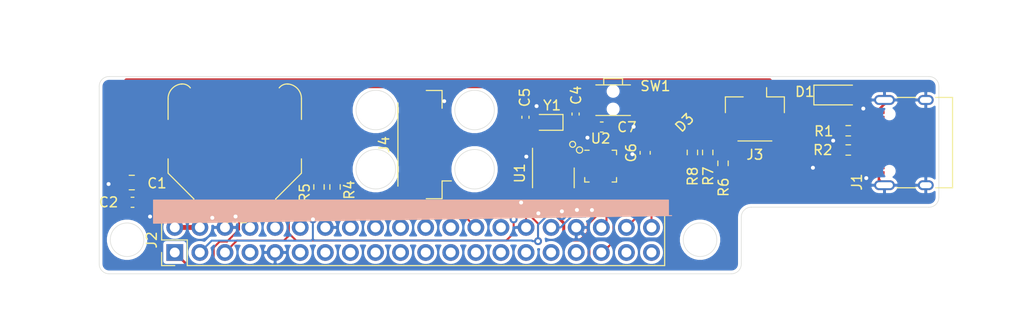
<source format=kicad_pcb>
(kicad_pcb (version 20171130) (host pcbnew 5.1.8-db9833491~87~ubuntu18.04.1)

  (general
    (thickness 1.6)
    (drawings 25)
    (tracks 371)
    (zones 0)
    (modules 24)
    (nets 55)
  )

  (page A4)
  (layers
    (0 F.Cu signal)
    (31 B.Cu signal)
    (32 B.Adhes user)
    (33 F.Adhes user)
    (34 B.Paste user)
    (35 F.Paste user)
    (36 B.SilkS user)
    (37 F.SilkS user)
    (38 B.Mask user)
    (39 F.Mask user)
    (40 Dwgs.User user)
    (41 Cmts.User user)
    (42 Eco1.User user)
    (43 Eco2.User user)
    (44 Edge.Cuts user)
    (45 Margin user)
    (46 B.CrtYd user)
    (47 F.CrtYd user)
    (48 B.Fab user)
    (49 F.Fab user)
  )

  (setup
    (last_trace_width 0.2)
    (user_trace_width 0.2)
    (user_trace_width 0.25)
    (user_trace_width 0.3)
    (user_trace_width 0.4)
    (user_trace_width 0.5)
    (user_trace_width 0.6)
    (user_trace_width 1)
    (trace_clearance 0.16)
    (zone_clearance 0.308)
    (zone_45_only no)
    (trace_min 0.2)
    (via_size 0.8)
    (via_drill 0.4)
    (via_min_size 0.4)
    (via_min_drill 0.3)
    (uvia_size 0.3)
    (uvia_drill 0.1)
    (uvias_allowed no)
    (uvia_min_size 0.2)
    (uvia_min_drill 0.1)
    (edge_width 0.05)
    (segment_width 0.2)
    (pcb_text_width 0.3)
    (pcb_text_size 1.5 1.5)
    (mod_edge_width 0.12)
    (mod_text_size 1 1)
    (mod_text_width 0.15)
    (pad_size 1.524 1.524)
    (pad_drill 0.762)
    (pad_to_mask_clearance 0)
    (aux_axis_origin 0 0)
    (visible_elements FFFFFF7F)
    (pcbplotparams
      (layerselection 0x010fc_ffffffff)
      (usegerberextensions true)
      (usegerberattributes false)
      (usegerberadvancedattributes false)
      (creategerberjobfile false)
      (excludeedgelayer true)
      (linewidth 0.100000)
      (plotframeref false)
      (viasonmask false)
      (mode 1)
      (useauxorigin false)
      (hpglpennumber 1)
      (hpglpenspeed 20)
      (hpglpendiameter 15.000000)
      (psnegative false)
      (psa4output false)
      (plotreference true)
      (plotvalue true)
      (plotinvisibletext false)
      (padsonsilk false)
      (subtractmaskfromsilk true)
      (outputformat 1)
      (mirror false)
      (drillshape 0)
      (scaleselection 1)
      (outputdirectory "resetboard-gerbers"))
  )

  (net 0 "")
  (net 1 GND)
  (net 2 /5VIN)
  (net 3 "Net-(C4-Pad1)")
  (net 4 "Net-(C5-Pad1)")
  (net 5 "Net-(D3-Pad3)")
  (net 6 "Net-(D3-Pad4)")
  (net 7 "Net-(D3-Pad2)")
  (net 8 VDD)
  (net 9 "Net-(J1-PadB8)")
  (net 10 "Net-(J1-PadA5)")
  (net 11 "Net-(J1-PadB7)")
  (net 12 "Net-(J1-PadA6)")
  (net 13 "Net-(J1-PadA7)")
  (net 14 "Net-(J1-PadB6)")
  (net 15 "Net-(J1-PadA8)")
  (net 16 "Net-(J1-PadB5)")
  (net 17 "Net-(J2-Pad39)")
  (net 18 "Net-(J2-Pad37)")
  (net 19 "Net-(J2-Pad33)")
  (net 20 "Net-(J2-Pad31)")
  (net 21 "Net-(J2-Pad29)")
  (net 22 "Net-(J2-Pad28)")
  (net 23 "Net-(J2-Pad27)")
  (net 24 "Net-(J2-Pad26)")
  (net 25 "Net-(J2-Pad25)")
  (net 26 "Net-(J2-Pad24)")
  (net 27 "Net-(J2-Pad23)")
  (net 28 "Net-(J2-Pad22)")
  (net 29 "Net-(J2-Pad21)")
  (net 30 "Net-(J2-Pad20)")
  (net 31 "Net-(J2-Pad19)")
  (net 32 /SE_ENA)
  (net 33 "Net-(J2-Pad17)")
  (net 34 /BTN)
  (net 35 /B)
  (net 36 /G)
  (net 37 "Net-(J2-Pad12)")
  (net 38 /R)
  (net 39 "Net-(J2-Pad10)")
  (net 40 "Net-(J2-Pad8)")
  (net 41 "Net-(J2-Pad7)")
  (net 42 /SCL)
  (net 43 /SDA)
  (net 44 "Net-(U1-Pad7)")
  (net 45 "Net-(U2-Pad15)")
  (net 46 "Net-(U2-Pad16)")
  (net 47 "Net-(U2-Pad13)")
  (net 48 "Net-(U2-Pad3)")
  (net 49 "Net-(J2-Pad15)")
  (net 50 "Net-(J2-Pad13)")
  (net 51 "Net-(J2-Pad11)")
  (net 52 "Net-(J2-Pad18)")
  (net 53 "Net-(J2-Pad16)")
  (net 54 "Net-(BT1-Pad1)")

  (net_class Default "This is the default net class."
    (clearance 0.16)
    (trace_width 0.25)
    (via_dia 0.8)
    (via_drill 0.4)
    (uvia_dia 0.3)
    (uvia_drill 0.1)
    (add_net /5VIN)
    (add_net /B)
    (add_net /BTN)
    (add_net /G)
    (add_net /R)
    (add_net /SCL)
    (add_net /SDA)
    (add_net /SE_ENA)
    (add_net GND)
    (add_net "Net-(BT1-Pad1)")
    (add_net "Net-(C4-Pad1)")
    (add_net "Net-(C5-Pad1)")
    (add_net "Net-(D3-Pad2)")
    (add_net "Net-(D3-Pad3)")
    (add_net "Net-(D3-Pad4)")
    (add_net "Net-(J1-PadA5)")
    (add_net "Net-(J1-PadA6)")
    (add_net "Net-(J1-PadA7)")
    (add_net "Net-(J1-PadA8)")
    (add_net "Net-(J1-PadB5)")
    (add_net "Net-(J1-PadB6)")
    (add_net "Net-(J1-PadB7)")
    (add_net "Net-(J1-PadB8)")
    (add_net "Net-(J2-Pad10)")
    (add_net "Net-(J2-Pad11)")
    (add_net "Net-(J2-Pad12)")
    (add_net "Net-(J2-Pad13)")
    (add_net "Net-(J2-Pad15)")
    (add_net "Net-(J2-Pad16)")
    (add_net "Net-(J2-Pad17)")
    (add_net "Net-(J2-Pad18)")
    (add_net "Net-(J2-Pad19)")
    (add_net "Net-(J2-Pad20)")
    (add_net "Net-(J2-Pad21)")
    (add_net "Net-(J2-Pad22)")
    (add_net "Net-(J2-Pad23)")
    (add_net "Net-(J2-Pad24)")
    (add_net "Net-(J2-Pad25)")
    (add_net "Net-(J2-Pad26)")
    (add_net "Net-(J2-Pad27)")
    (add_net "Net-(J2-Pad28)")
    (add_net "Net-(J2-Pad29)")
    (add_net "Net-(J2-Pad31)")
    (add_net "Net-(J2-Pad33)")
    (add_net "Net-(J2-Pad37)")
    (add_net "Net-(J2-Pad39)")
    (add_net "Net-(J2-Pad7)")
    (add_net "Net-(J2-Pad8)")
    (add_net "Net-(U1-Pad7)")
    (add_net "Net-(U2-Pad13)")
    (add_net "Net-(U2-Pad15)")
    (add_net "Net-(U2-Pad16)")
    (add_net "Net-(U2-Pad3)")
    (add_net VDD)
  )

  (module Connector_JST:JST_GH_BM06B-GHS-TBT_1x06-1MP_P1.25mm_Vertical (layer F.Cu) (tedit 5B78AD87) (tstamp 5FEA06EB)
    (at 180.1 101.15 90)
    (descr "JST GH series connector, BM06B-GHS-TBT (http://www.jst-mfg.com/product/pdf/eng/eGH.pdf), generated with kicad-footprint-generator")
    (tags "connector JST GH side entry")
    (path /5FD00948)
    (attr smd)
    (fp_text reference J4 (at 0 -4 90) (layer F.SilkS)
      (effects (font (size 1 1) (thickness 0.15)))
    )
    (fp_text value Conn_01x06 (at 0 4 90) (layer F.Fab)
      (effects (font (size 1 1) (thickness 0.15)))
    )
    (fp_text user %R (at 0 -1.5 90) (layer F.Fab)
      (effects (font (size 1 1) (thickness 0.15)))
    )
    (fp_line (start -5.375 1.75) (end 5.375 1.75) (layer F.Fab) (width 0.1))
    (fp_line (start -5.485 0.26) (end -5.485 1.86) (layer F.SilkS) (width 0.12))
    (fp_line (start -5.485 1.86) (end -3.685 1.86) (layer F.SilkS) (width 0.12))
    (fp_line (start -3.685 1.86) (end -3.685 2.8) (layer F.SilkS) (width 0.12))
    (fp_line (start 5.485 0.26) (end 5.485 1.86) (layer F.SilkS) (width 0.12))
    (fp_line (start 5.485 1.86) (end 3.685 1.86) (layer F.SilkS) (width 0.12))
    (fp_line (start -4.215 -2.61) (end 4.215 -2.61) (layer F.SilkS) (width 0.12))
    (fp_line (start -5.375 -2.5) (end 5.375 -2.5) (layer F.Fab) (width 0.1))
    (fp_line (start -5.375 1.75) (end -5.375 -2.5) (layer F.Fab) (width 0.1))
    (fp_line (start 5.375 1.75) (end 5.375 -2.5) (layer F.Fab) (width 0.1))
    (fp_line (start -3.375 -0.5) (end -3.375 0) (layer F.Fab) (width 0.1))
    (fp_line (start -3.375 0) (end -2.875 0) (layer F.Fab) (width 0.1))
    (fp_line (start -2.875 0) (end -2.875 -0.5) (layer F.Fab) (width 0.1))
    (fp_line (start -2.875 -0.5) (end -3.375 -0.5) (layer F.Fab) (width 0.1))
    (fp_line (start -2.125 -0.5) (end -2.125 0) (layer F.Fab) (width 0.1))
    (fp_line (start -2.125 0) (end -1.625 0) (layer F.Fab) (width 0.1))
    (fp_line (start -1.625 0) (end -1.625 -0.5) (layer F.Fab) (width 0.1))
    (fp_line (start -1.625 -0.5) (end -2.125 -0.5) (layer F.Fab) (width 0.1))
    (fp_line (start -0.875 -0.5) (end -0.875 0) (layer F.Fab) (width 0.1))
    (fp_line (start -0.875 0) (end -0.375 0) (layer F.Fab) (width 0.1))
    (fp_line (start -0.375 0) (end -0.375 -0.5) (layer F.Fab) (width 0.1))
    (fp_line (start -0.375 -0.5) (end -0.875 -0.5) (layer F.Fab) (width 0.1))
    (fp_line (start 0.375 -0.5) (end 0.375 0) (layer F.Fab) (width 0.1))
    (fp_line (start 0.375 0) (end 0.875 0) (layer F.Fab) (width 0.1))
    (fp_line (start 0.875 0) (end 0.875 -0.5) (layer F.Fab) (width 0.1))
    (fp_line (start 0.875 -0.5) (end 0.375 -0.5) (layer F.Fab) (width 0.1))
    (fp_line (start 1.625 -0.5) (end 1.625 0) (layer F.Fab) (width 0.1))
    (fp_line (start 1.625 0) (end 2.125 0) (layer F.Fab) (width 0.1))
    (fp_line (start 2.125 0) (end 2.125 -0.5) (layer F.Fab) (width 0.1))
    (fp_line (start 2.125 -0.5) (end 1.625 -0.5) (layer F.Fab) (width 0.1))
    (fp_line (start 2.875 -0.5) (end 2.875 0) (layer F.Fab) (width 0.1))
    (fp_line (start 2.875 0) (end 3.375 0) (layer F.Fab) (width 0.1))
    (fp_line (start 3.375 0) (end 3.375 -0.5) (layer F.Fab) (width 0.1))
    (fp_line (start 3.375 -0.5) (end 2.875 -0.5) (layer F.Fab) (width 0.1))
    (fp_line (start -5.98 -3.3) (end -5.98 3.3) (layer F.CrtYd) (width 0.05))
    (fp_line (start -5.98 3.3) (end 5.98 3.3) (layer F.CrtYd) (width 0.05))
    (fp_line (start 5.98 3.3) (end 5.98 -3.3) (layer F.CrtYd) (width 0.05))
    (fp_line (start 5.98 -3.3) (end -5.98 -3.3) (layer F.CrtYd) (width 0.05))
    (fp_line (start -3.625 1.75) (end -3.125 1.042893) (layer F.Fab) (width 0.1))
    (fp_line (start -3.125 1.042893) (end -2.625 1.75) (layer F.Fab) (width 0.1))
    (pad MP smd roundrect (at 4.975 -1.4 90) (size 1 2.8) (layers F.Cu F.Paste F.Mask) (roundrect_rratio 0.25))
    (pad MP smd roundrect (at -4.975 -1.4 90) (size 1 2.8) (layers F.Cu F.Paste F.Mask) (roundrect_rratio 0.25))
    (pad 6 smd roundrect (at 3.125 1.95 90) (size 0.6 1.7) (layers F.Cu F.Paste F.Mask) (roundrect_rratio 0.25)
      (net 1 GND))
    (pad 5 smd roundrect (at 1.875 1.95 90) (size 0.6 1.7) (layers F.Cu F.Paste F.Mask) (roundrect_rratio 0.25)
      (net 8 VDD))
    (pad 4 smd roundrect (at 0.625 1.95 90) (size 0.6 1.7) (layers F.Cu F.Paste F.Mask) (roundrect_rratio 0.25)
      (net 43 /SDA))
    (pad 3 smd roundrect (at -0.625 1.95 90) (size 0.6 1.7) (layers F.Cu F.Paste F.Mask) (roundrect_rratio 0.25)
      (net 42 /SCL))
    (pad 2 smd roundrect (at -1.875 1.95 90) (size 0.6 1.7) (layers F.Cu F.Paste F.Mask) (roundrect_rratio 0.25)
      (net 26 "Net-(J2-Pad24)"))
    (pad 1 smd roundrect (at -3.125 1.95 90) (size 0.6 1.7) (layers F.Cu F.Paste F.Mask) (roundrect_rratio 0.25)
      (net 24 "Net-(J2-Pad26)"))
    (model ${KISYS3DMOD}/Connector_JST.3dshapes/JST_GH_BM06B-GHS-TBT_1x06-1MP_P1.25mm_Vertical.wrl
      (at (xyz 0 0 0))
      (scale (xyz 1 1 1))
      (rotate (xyz 0 0 0))
    )
  )

  (module Connector_JST:JST_GH_BM02B-GHS-TBT_1x02-1MP_P1.25mm_Vertical (layer F.Cu) (tedit 5B78AD87) (tstamp 5FE9C209)
    (at 213.625 98.175 180)
    (descr "JST GH series connector, BM02B-GHS-TBT (http://www.jst-mfg.com/product/pdf/eng/eGH.pdf), generated with kicad-footprint-generator")
    (tags "connector JST GH side entry")
    (path /5FCF28DB)
    (attr smd)
    (fp_text reference J3 (at 0 -4) (layer F.SilkS)
      (effects (font (size 1 1) (thickness 0.15)))
    )
    (fp_text value Conn_01x02 (at 0 4) (layer F.Fab)
      (effects (font (size 1 1) (thickness 0.15)))
    )
    (fp_text user %R (at 0 -1.5) (layer F.Fab)
      (effects (font (size 1 1) (thickness 0.15)))
    )
    (fp_line (start -2.875 1.75) (end 2.875 1.75) (layer F.Fab) (width 0.1))
    (fp_line (start -2.985 0.26) (end -2.985 1.86) (layer F.SilkS) (width 0.12))
    (fp_line (start -2.985 1.86) (end -1.185 1.86) (layer F.SilkS) (width 0.12))
    (fp_line (start -1.185 1.86) (end -1.185 2.8) (layer F.SilkS) (width 0.12))
    (fp_line (start 2.985 0.26) (end 2.985 1.86) (layer F.SilkS) (width 0.12))
    (fp_line (start 2.985 1.86) (end 1.185 1.86) (layer F.SilkS) (width 0.12))
    (fp_line (start -1.715 -2.61) (end 1.715 -2.61) (layer F.SilkS) (width 0.12))
    (fp_line (start -2.875 -2.5) (end 2.875 -2.5) (layer F.Fab) (width 0.1))
    (fp_line (start -2.875 1.75) (end -2.875 -2.5) (layer F.Fab) (width 0.1))
    (fp_line (start 2.875 1.75) (end 2.875 -2.5) (layer F.Fab) (width 0.1))
    (fp_line (start -0.875 -0.5) (end -0.875 0) (layer F.Fab) (width 0.1))
    (fp_line (start -0.875 0) (end -0.375 0) (layer F.Fab) (width 0.1))
    (fp_line (start -0.375 0) (end -0.375 -0.5) (layer F.Fab) (width 0.1))
    (fp_line (start -0.375 -0.5) (end -0.875 -0.5) (layer F.Fab) (width 0.1))
    (fp_line (start 0.375 -0.5) (end 0.375 0) (layer F.Fab) (width 0.1))
    (fp_line (start 0.375 0) (end 0.875 0) (layer F.Fab) (width 0.1))
    (fp_line (start 0.875 0) (end 0.875 -0.5) (layer F.Fab) (width 0.1))
    (fp_line (start 0.875 -0.5) (end 0.375 -0.5) (layer F.Fab) (width 0.1))
    (fp_line (start -3.48 -3.3) (end -3.48 3.3) (layer F.CrtYd) (width 0.05))
    (fp_line (start -3.48 3.3) (end 3.48 3.3) (layer F.CrtYd) (width 0.05))
    (fp_line (start 3.48 3.3) (end 3.48 -3.3) (layer F.CrtYd) (width 0.05))
    (fp_line (start 3.48 -3.3) (end -3.48 -3.3) (layer F.CrtYd) (width 0.05))
    (fp_line (start -1.125 1.75) (end -0.625 1.042893) (layer F.Fab) (width 0.1))
    (fp_line (start -0.625 1.042893) (end -0.125 1.75) (layer F.Fab) (width 0.1))
    (pad MP smd roundrect (at 2.475 -1.4 180) (size 1 2.8) (layers F.Cu F.Paste F.Mask) (roundrect_rratio 0.25))
    (pad MP smd roundrect (at -2.475 -1.4 180) (size 1 2.8) (layers F.Cu F.Paste F.Mask) (roundrect_rratio 0.25))
    (pad 2 smd roundrect (at 0.625 1.95 180) (size 0.6 1.7) (layers F.Cu F.Paste F.Mask) (roundrect_rratio 0.25)
      (net 1 GND))
    (pad 1 smd roundrect (at -0.625 1.95 180) (size 0.6 1.7) (layers F.Cu F.Paste F.Mask) (roundrect_rratio 0.25)
      (net 2 /5VIN))
    (model ${KISYS3DMOD}/Connector_JST.3dshapes/JST_GH_BM02B-GHS-TBT_1x02-1MP_P1.25mm_Vertical.wrl
      (at (xyz 0 0 0))
      (scale (xyz 1 1 1))
      (rotate (xyz 0 0 0))
    )
  )

  (module Crystal:Crystal_SMD_2012-2Pin_2.0x1.2mm (layer F.Cu) (tedit 5A0FD1B2) (tstamp 5FE99096)
    (at 193 98.9 180)
    (descr "SMD Crystal 2012/2 http://txccrystal.com/images/pdf/9ht11.pdf, 2.0x1.2mm^2 package")
    (tags "SMD SMT crystal")
    (path /5FCE989D)
    (attr smd)
    (fp_text reference Y1 (at -0.1 1.725) (layer F.SilkS)
      (effects (font (size 1 1) (thickness 0.15)))
    )
    (fp_text value Crystal_Small (at 0 1.8) (layer F.Fab)
      (effects (font (size 1 1) (thickness 0.15)))
    )
    (fp_text user %R (at 0 0) (layer F.Fab)
      (effects (font (size 0.5 0.5) (thickness 0.075)))
    )
    (fp_line (start -1 -0.6) (end -1 0.6) (layer F.Fab) (width 0.1))
    (fp_line (start -1 0.6) (end 1 0.6) (layer F.Fab) (width 0.1))
    (fp_line (start 1 0.6) (end 1 -0.6) (layer F.Fab) (width 0.1))
    (fp_line (start 1 -0.6) (end -1 -0.6) (layer F.Fab) (width 0.1))
    (fp_line (start -1 0.1) (end -0.5 0.6) (layer F.Fab) (width 0.1))
    (fp_line (start 1.2 -0.8) (end -1.2 -0.8) (layer F.SilkS) (width 0.12))
    (fp_line (start -1.2 -0.8) (end -1.2 0.8) (layer F.SilkS) (width 0.12))
    (fp_line (start -1.2 0.8) (end 1.2 0.8) (layer F.SilkS) (width 0.12))
    (fp_line (start -1.3 -0.9) (end -1.3 0.9) (layer F.CrtYd) (width 0.05))
    (fp_line (start -1.3 0.9) (end 1.3 0.9) (layer F.CrtYd) (width 0.05))
    (fp_line (start 1.3 0.9) (end 1.3 -0.9) (layer F.CrtYd) (width 0.05))
    (fp_line (start 1.3 -0.9) (end -1.3 -0.9) (layer F.CrtYd) (width 0.05))
    (fp_circle (center 0 0) (end 0.2 0) (layer F.Adhes) (width 0.1))
    (fp_circle (center 0 0) (end 0.166667 0) (layer F.Adhes) (width 0.066667))
    (fp_circle (center 0 0) (end 0.106667 0) (layer F.Adhes) (width 0.066667))
    (fp_circle (center 0 0) (end 0.046667 0) (layer F.Adhes) (width 0.093333))
    (pad 2 smd rect (at 0.7 0 180) (size 0.6 1.1) (layers F.Cu F.Paste F.Mask)
      (net 4 "Net-(C5-Pad1)"))
    (pad 1 smd rect (at -0.7 0 180) (size 0.6 1.1) (layers F.Cu F.Paste F.Mask)
      (net 3 "Net-(C4-Pad1)"))
    (model ${KISYS3DMOD}/Crystal.3dshapes/Crystal_SMD_2012-2Pin_2.0x1.2mm.wrl
      (at (xyz 0 0 0))
      (scale (xyz 1 1 1))
      (rotate (xyz 0 0 0))
    )
  )

  (module Battery:BatteryHolder_Keystone_3000_1x12mm (layer F.Cu) (tedit 5D9CBDF8) (tstamp 5FE981BC)
    (at 160.975 100.6 180)
    (descr http://www.keyelco.com/product-pdf.cfm?p=777)
    (tags "Keystone type 3000 coin cell retainer")
    (path /5FCDAB3B)
    (attr smd)
    (fp_text reference BT1 (at 0 -8) (layer F.SilkS)
      (effects (font (size 1 1) (thickness 0.15)))
    )
    (fp_text value Battery_Cell (at 0 7.5) (layer F.Fab)
      (effects (font (size 1 1) (thickness 0.15)))
    )
    (fp_arc (start -5.25 4.1) (end -5.3 5.45) (angle 90) (layer F.Fab) (width 0.1))
    (fp_arc (start 5.25 4.1) (end 5.3 5.45) (angle -90) (layer F.Fab) (width 0.1))
    (fp_arc (start -5.25 4.1) (end -5.3 5.6) (angle 90) (layer F.SilkS) (width 0.12))
    (fp_arc (start 5.25 4.1) (end 5.3 5.6) (angle -90) (layer F.SilkS) (width 0.12))
    (fp_arc (start -5.29 4.8) (end -5.29 6.76) (angle 90) (layer F.CrtYd) (width 0.05))
    (fp_arc (start 0 8.9) (end -4.6 5.1) (angle 101) (layer F.Fab) (width 0.1))
    (fp_arc (start -5.29 4.6) (end -4.6 5.1) (angle 60) (layer F.Fab) (width 0.1))
    (fp_arc (start 5.29 4.6) (end 4.6 5.1) (angle -60) (layer F.Fab) (width 0.1))
    (fp_arc (start -5.29 4.6) (end -4.5 5.2) (angle 60) (layer F.SilkS) (width 0.12))
    (fp_arc (start 5.29 4.6) (end 4.5 5.2) (angle -60) (layer F.SilkS) (width 0.12))
    (fp_arc (start 5.29 4.8) (end 5.29 6.76) (angle -90) (layer F.CrtYd) (width 0.05))
    (fp_text user %R (at 0 0) (layer F.Fab)
      (effects (font (size 1 1) (thickness 0.15)))
    )
    (fp_circle (center 0 0) (end 0 6.25) (layer Dwgs.User) (width 0.15))
    (fp_line (start -7.25 2.15) (end -7.25 4.8) (layer F.CrtYd) (width 0.05))
    (fp_line (start 7.25 2.15) (end 7.25 4.8) (layer F.CrtYd) (width 0.05))
    (fp_line (start 6.75 2) (end 6.75 4.1) (layer F.SilkS) (width 0.12))
    (fp_line (start -6.75 2) (end -6.75 4.1) (layer F.SilkS) (width 0.12))
    (fp_line (start 7.25 -2.15) (end 7.25 -3.8) (layer F.CrtYd) (width 0.05))
    (fp_line (start 7.25 -3.8) (end 4.65 -6.4) (layer F.CrtYd) (width 0.05))
    (fp_line (start 4.65 -6.4) (end 4.65 -7.35) (layer F.CrtYd) (width 0.05))
    (fp_line (start -4.65 -7.35) (end 4.65 -7.35) (layer F.CrtYd) (width 0.05))
    (fp_line (start -4.65 -6.4) (end -4.65 -7.35) (layer F.CrtYd) (width 0.05))
    (fp_line (start -7.25 -3.8) (end -4.65 -6.4) (layer F.CrtYd) (width 0.05))
    (fp_line (start -7.25 -2.15) (end -7.25 -3.8) (layer F.CrtYd) (width 0.05))
    (fp_line (start -6.75 -2) (end -6.75 -3.45) (layer F.SilkS) (width 0.12))
    (fp_line (start -6.75 -3.45) (end -4.15 -6.05) (layer F.SilkS) (width 0.12))
    (fp_line (start -4.15 -6.05) (end -4.15 -6.85) (layer F.SilkS) (width 0.12))
    (fp_line (start -4.15 -6.85) (end 4.15 -6.85) (layer F.SilkS) (width 0.12))
    (fp_line (start 4.15 -6.85) (end 4.15 -6.05) (layer F.SilkS) (width 0.12))
    (fp_line (start 4.15 -6.05) (end 6.75 -3.45) (layer F.SilkS) (width 0.12))
    (fp_line (start 6.75 -3.45) (end 6.75 -2) (layer F.SilkS) (width 0.12))
    (fp_line (start -7.25 -2.15) (end -10.15 -2.15) (layer F.CrtYd) (width 0.05))
    (fp_line (start -10.15 -2.15) (end -10.15 2.15) (layer F.CrtYd) (width 0.05))
    (fp_line (start -10.15 2.15) (end -7.25 2.15) (layer F.CrtYd) (width 0.05))
    (fp_line (start 7.25 -2.15) (end 10.15 -2.15) (layer F.CrtYd) (width 0.05))
    (fp_line (start 10.15 -2.15) (end 10.15 2.15) (layer F.CrtYd) (width 0.05))
    (fp_line (start 10.15 2.15) (end 7.25 2.15) (layer F.CrtYd) (width 0.05))
    (fp_line (start 6.6 -3.4) (end 6.6 4.1) (layer F.Fab) (width 0.1))
    (fp_line (start -6.6 -3.4) (end -6.6 4.1) (layer F.Fab) (width 0.1))
    (fp_line (start 4 -6) (end 6.6 -3.4) (layer F.Fab) (width 0.1))
    (fp_line (start -4 -6) (end -6.6 -3.4) (layer F.Fab) (width 0.1))
    (fp_line (start 4 -6.7) (end 4 -6) (layer F.Fab) (width 0.1))
    (fp_line (start -4 -6.7) (end -4 -6) (layer F.Fab) (width 0.1))
    (fp_line (start -4 -6.7) (end 4 -6.7) (layer F.Fab) (width 0.1))
    (fp_line (start -5.29 6.76) (end 5.29 6.76) (layer F.CrtYd) (width 0.05))
    (pad 2 smd circle (at 0 0 180) (size 10.2 10.2) (layers F.Cu F.Mask)
      (net 1 GND))
    (pad 1 smd rect (at 7.9 0 180) (size 3.5 3.3) (layers F.Cu F.Paste F.Mask)
      (net 54 "Net-(BT1-Pad1)"))
    (pad 1 smd rect (at -7.9 0 180) (size 3.5 3.3) (layers F.Cu F.Paste F.Mask)
      (net 54 "Net-(BT1-Pad1)"))
    (model ${KISYS3DMOD}/Battery.3dshapes/BatteryHolder_Keystone_3000_1x12mm.wrl
      (at (xyz 0 0 0))
      (scale (xyz 1 1 1))
      (rotate (xyz 0 0 0))
    )
  )

  (module Capacitor_SMD:C_0603_1608Metric (layer F.Cu) (tedit 5F68FEEE) (tstamp 5FC52AC3)
    (at 198.12254 99.37242)
    (descr "Capacitor SMD 0603 (1608 Metric), square (rectangular) end terminal, IPC_7351 nominal, (Body size source: IPC-SM-782 page 76, https://www.pcb-3d.com/wordpress/wp-content/uploads/ipc-sm-782a_amendment_1_and_2.pdf), generated with kicad-footprint-generator")
    (tags capacitor)
    (path /5FCC63D6)
    (attr smd)
    (fp_text reference C7 (at 2.54254 0.01016) (layer F.SilkS)
      (effects (font (size 1 1) (thickness 0.15)))
    )
    (fp_text value 100n (at 0 1.43) (layer F.Fab)
      (effects (font (size 1 1) (thickness 0.15)))
    )
    (fp_line (start -0.8 0.4) (end -0.8 -0.4) (layer F.Fab) (width 0.1))
    (fp_line (start -0.8 -0.4) (end 0.8 -0.4) (layer F.Fab) (width 0.1))
    (fp_line (start 0.8 -0.4) (end 0.8 0.4) (layer F.Fab) (width 0.1))
    (fp_line (start 0.8 0.4) (end -0.8 0.4) (layer F.Fab) (width 0.1))
    (fp_line (start -0.14058 -0.51) (end 0.14058 -0.51) (layer F.SilkS) (width 0.12))
    (fp_line (start -0.14058 0.51) (end 0.14058 0.51) (layer F.SilkS) (width 0.12))
    (fp_line (start -1.48 0.73) (end -1.48 -0.73) (layer F.CrtYd) (width 0.05))
    (fp_line (start -1.48 -0.73) (end 1.48 -0.73) (layer F.CrtYd) (width 0.05))
    (fp_line (start 1.48 -0.73) (end 1.48 0.73) (layer F.CrtYd) (width 0.05))
    (fp_line (start 1.48 0.73) (end -1.48 0.73) (layer F.CrtYd) (width 0.05))
    (fp_text user %R (at 0 0) (layer F.Fab)
      (effects (font (size 0.4 0.4) (thickness 0.06)))
    )
    (pad 2 smd roundrect (at 0.775 0) (size 0.9 0.95) (layers F.Cu F.Paste F.Mask) (roundrect_rratio 0.25)
      (net 1 GND))
    (pad 1 smd roundrect (at -0.775 0) (size 0.9 0.95) (layers F.Cu F.Paste F.Mask) (roundrect_rratio 0.25)
      (net 34 /BTN))
    (model ${KISYS3DMOD}/Capacitor_SMD.3dshapes/C_0603_1608Metric.wrl
      (at (xyz 0 0 0))
      (scale (xyz 1 1 1))
      (rotate (xyz 0 0 0))
    )
  )

  (module Capacitor_SMD:C_0603_1608Metric (layer F.Cu) (tedit 5F68FEEE) (tstamp 5FC522E8)
    (at 202.51928 101.98384 90)
    (descr "Capacitor SMD 0603 (1608 Metric), square (rectangular) end terminal, IPC_7351 nominal, (Body size source: IPC-SM-782 page 76, https://www.pcb-3d.com/wordpress/wp-content/uploads/ipc-sm-782a_amendment_1_and_2.pdf), generated with kicad-footprint-generator")
    (tags capacitor)
    (path /5FCBB4FA)
    (attr smd)
    (fp_text reference C6 (at 0 -1.43 90) (layer F.SilkS)
      (effects (font (size 1 1) (thickness 0.15)))
    )
    (fp_text value 100n (at 0 1.43 90) (layer F.Fab)
      (effects (font (size 1 1) (thickness 0.15)))
    )
    (fp_line (start -0.8 0.4) (end -0.8 -0.4) (layer F.Fab) (width 0.1))
    (fp_line (start -0.8 -0.4) (end 0.8 -0.4) (layer F.Fab) (width 0.1))
    (fp_line (start 0.8 -0.4) (end 0.8 0.4) (layer F.Fab) (width 0.1))
    (fp_line (start 0.8 0.4) (end -0.8 0.4) (layer F.Fab) (width 0.1))
    (fp_line (start -0.14058 -0.51) (end 0.14058 -0.51) (layer F.SilkS) (width 0.12))
    (fp_line (start -0.14058 0.51) (end 0.14058 0.51) (layer F.SilkS) (width 0.12))
    (fp_line (start -1.48 0.73) (end -1.48 -0.73) (layer F.CrtYd) (width 0.05))
    (fp_line (start -1.48 -0.73) (end 1.48 -0.73) (layer F.CrtYd) (width 0.05))
    (fp_line (start 1.48 -0.73) (end 1.48 0.73) (layer F.CrtYd) (width 0.05))
    (fp_line (start 1.48 0.73) (end -1.48 0.73) (layer F.CrtYd) (width 0.05))
    (fp_text user %R (at 0 0 90) (layer F.Fab)
      (effects (font (size 0.4 0.4) (thickness 0.06)))
    )
    (pad 2 smd roundrect (at 0.775 0 90) (size 0.9 0.95) (layers F.Cu F.Paste F.Mask) (roundrect_rratio 0.25)
      (net 1 GND))
    (pad 1 smd roundrect (at -0.775 0 90) (size 0.9 0.95) (layers F.Cu F.Paste F.Mask) (roundrect_rratio 0.25)
      (net 8 VDD))
    (model ${KISYS3DMOD}/Capacitor_SMD.3dshapes/C_0603_1608Metric.wrl
      (at (xyz 0 0 0))
      (scale (xyz 1 1 1))
      (rotate (xyz 0 0 0))
    )
  )

  (module Package_DFN_QFN:UQFN-20-1EP_3x3mm_P0.4mm_EP1.85x1.85mm (layer F.Cu) (tedit 5DC5F6A7) (tstamp 5FC4C5EA)
    (at 198.01 103.335)
    (descr "UQFN, 20 Pin (http://ww1.microchip.com/downloads/en/PackagingSpec/00000049BQ.pdf#page=332), generated with kicad-footprint-generator ipc_noLead_generator.py")
    (tags "UQFN NoLead")
    (path /5FC5E9A9)
    (attr smd)
    (fp_text reference U2 (at 0 -2.8) (layer F.SilkS)
      (effects (font (size 1 1) (thickness 0.15)))
    )
    (fp_text value SE050 (at 0 2.8) (layer F.Fab)
      (effects (font (size 1 1) (thickness 0.15)))
    )
    (fp_line (start 1.16 -1.61) (end 1.61 -1.61) (layer F.SilkS) (width 0.12))
    (fp_line (start 1.61 -1.61) (end 1.61 -1.16) (layer F.SilkS) (width 0.12))
    (fp_line (start -1.16 1.61) (end -1.61 1.61) (layer F.SilkS) (width 0.12))
    (fp_line (start -1.61 1.61) (end -1.61 1.16) (layer F.SilkS) (width 0.12))
    (fp_line (start 1.16 1.61) (end 1.61 1.61) (layer F.SilkS) (width 0.12))
    (fp_line (start 1.61 1.61) (end 1.61 1.16) (layer F.SilkS) (width 0.12))
    (fp_line (start -1.16 -1.61) (end -1.61 -1.61) (layer F.SilkS) (width 0.12))
    (fp_line (start -0.75 -1.5) (end 1.5 -1.5) (layer F.Fab) (width 0.1))
    (fp_line (start 1.5 -1.5) (end 1.5 1.5) (layer F.Fab) (width 0.1))
    (fp_line (start 1.5 1.5) (end -1.5 1.5) (layer F.Fab) (width 0.1))
    (fp_line (start -1.5 1.5) (end -1.5 -0.75) (layer F.Fab) (width 0.1))
    (fp_line (start -1.5 -0.75) (end -0.75 -1.5) (layer F.Fab) (width 0.1))
    (fp_line (start -2.1 -2.1) (end -2.1 2.1) (layer F.CrtYd) (width 0.05))
    (fp_line (start -2.1 2.1) (end 2.1 2.1) (layer F.CrtYd) (width 0.05))
    (fp_line (start 2.1 2.1) (end 2.1 -2.1) (layer F.CrtYd) (width 0.05))
    (fp_line (start 2.1 -2.1) (end -2.1 -2.1) (layer F.CrtYd) (width 0.05))
    (fp_text user %R (at 0 0) (layer F.Fab)
      (effects (font (size 0.75 0.75) (thickness 0.11)))
    )
    (pad "" smd roundrect (at 0.46 0.46) (size 0.75 0.75) (layers F.Paste) (roundrect_rratio 0.25))
    (pad "" smd roundrect (at 0.46 -0.46) (size 0.75 0.75) (layers F.Paste) (roundrect_rratio 0.25))
    (pad "" smd roundrect (at -0.46 0.46) (size 0.75 0.75) (layers F.Paste) (roundrect_rratio 0.25))
    (pad "" smd roundrect (at -0.46 -0.46) (size 0.75 0.75) (layers F.Paste) (roundrect_rratio 0.25))
    (pad 21 smd rect (at 0 0) (size 1.85 1.85) (layers F.Cu F.Mask)
      (net 1 GND))
    (pad 20 smd roundrect (at -0.8 -1.4875) (size 0.2 0.725) (layers F.Cu F.Paste F.Mask) (roundrect_rratio 0.25))
    (pad 19 smd roundrect (at -0.4 -1.4875) (size 0.2 0.725) (layers F.Cu F.Paste F.Mask) (roundrect_rratio 0.25)
      (net 1 GND))
    (pad 18 smd roundrect (at 0 -1.4875) (size 0.2 0.725) (layers F.Cu F.Paste F.Mask) (roundrect_rratio 0.25)
      (net 45 "Net-(U2-Pad15)"))
    (pad 17 smd roundrect (at 0.4 -1.4875) (size 0.2 0.725) (layers F.Cu F.Paste F.Mask) (roundrect_rratio 0.25)
      (net 1 GND))
    (pad 16 smd roundrect (at 0.8 -1.4875) (size 0.2 0.725) (layers F.Cu F.Paste F.Mask) (roundrect_rratio 0.25)
      (net 46 "Net-(U2-Pad16)"))
    (pad 15 smd roundrect (at 1.4875 -0.8) (size 0.725 0.2) (layers F.Cu F.Paste F.Mask) (roundrect_rratio 0.25)
      (net 45 "Net-(U2-Pad15)"))
    (pad 14 smd roundrect (at 1.4875 -0.4) (size 0.725 0.2) (layers F.Cu F.Paste F.Mask) (roundrect_rratio 0.25)
      (net 1 GND))
    (pad 13 smd roundrect (at 1.4875 0) (size 0.725 0.2) (layers F.Cu F.Paste F.Mask) (roundrect_rratio 0.25)
      (net 47 "Net-(U2-Pad13)"))
    (pad 12 smd roundrect (at 1.4875 0.4) (size 0.725 0.2) (layers F.Cu F.Paste F.Mask) (roundrect_rratio 0.25)
      (net 8 VDD))
    (pad 11 smd roundrect (at 1.4875 0.8) (size 0.725 0.2) (layers F.Cu F.Paste F.Mask) (roundrect_rratio 0.25)
      (net 32 /SE_ENA))
    (pad 10 smd roundrect (at 0.8 1.4875) (size 0.2 0.725) (layers F.Cu F.Paste F.Mask) (roundrect_rratio 0.25)
      (net 42 /SCL))
    (pad 9 smd roundrect (at 0.4 1.4875) (size 0.2 0.725) (layers F.Cu F.Paste F.Mask) (roundrect_rratio 0.25)
      (net 43 /SDA))
    (pad 8 smd roundrect (at 0 1.4875) (size 0.2 0.725) (layers F.Cu F.Paste F.Mask) (roundrect_rratio 0.25))
    (pad 7 smd roundrect (at -0.4 1.4875) (size 0.2 0.725) (layers F.Cu F.Paste F.Mask) (roundrect_rratio 0.25))
    (pad 6 smd roundrect (at -0.8 1.4875) (size 0.2 0.725) (layers F.Cu F.Paste F.Mask) (roundrect_rratio 0.25))
    (pad 5 smd roundrect (at -1.4875 0.8) (size 0.725 0.2) (layers F.Cu F.Paste F.Mask) (roundrect_rratio 0.25))
    (pad 4 smd roundrect (at -1.4875 0.4) (size 0.725 0.2) (layers F.Cu F.Paste F.Mask) (roundrect_rratio 0.25))
    (pad 3 smd roundrect (at -1.4875 0) (size 0.725 0.2) (layers F.Cu F.Paste F.Mask) (roundrect_rratio 0.25)
      (net 48 "Net-(U2-Pad3)"))
    (pad 2 smd roundrect (at -1.4875 -0.4) (size 0.725 0.2) (layers F.Cu F.Paste F.Mask) (roundrect_rratio 0.25))
    (pad 1 smd roundrect (at -1.4875 -0.8) (size 0.725 0.2) (layers F.Cu F.Paste F.Mask) (roundrect_rratio 0.25)
      (net 1 GND))
    (model ${KISYS3DMOD}/Package_DFN_QFN.3dshapes/UQFN-20-1EP_3x3mm_P0.4mm_EP1.85x1.85mm.wrl
      (at (xyz 0 0 0))
      (scale (xyz 1 1 1))
      (rotate (xyz 0 0 0))
    )
  )

  (module Package_SON:HVSON-8-1EP_4x4mm_P0.8mm_EP2.2x3.1mm (layer F.Cu) (tedit 5DC5FB10) (tstamp 5FC4C5BC)
    (at 193.225 103.525 270)
    (descr "HVSON, 8 Pin (https://www.nxp.com/docs/en/data-sheet/PCF8523.pdf (page 57)), generated with kicad-footprint-generator ipc_noLead_generator.py")
    (tags "HVSON NoLead")
    (path /5FC4B5AE)
    (attr smd)
    (fp_text reference U1 (at 0.525 3.4 90) (layer F.SilkS)
      (effects (font (size 1 1) (thickness 0.15)))
    )
    (fp_text value PCF8523TK (at 0 2.95 90) (layer F.Fab)
      (effects (font (size 1 1) (thickness 0.15)))
    )
    (fp_line (start 0 -2.11) (end 2 -2.11) (layer F.SilkS) (width 0.12))
    (fp_line (start -2 2.11) (end 2 2.11) (layer F.SilkS) (width 0.12))
    (fp_line (start -1 -2) (end 2 -2) (layer F.Fab) (width 0.1))
    (fp_line (start 2 -2) (end 2 2) (layer F.Fab) (width 0.1))
    (fp_line (start 2 2) (end -2 2) (layer F.Fab) (width 0.1))
    (fp_line (start -2 2) (end -2 -1) (layer F.Fab) (width 0.1))
    (fp_line (start -2 -1) (end -1 -2) (layer F.Fab) (width 0.1))
    (fp_line (start -2.62 -2.25) (end -2.62 2.25) (layer F.CrtYd) (width 0.05))
    (fp_line (start -2.62 2.25) (end 2.62 2.25) (layer F.CrtYd) (width 0.05))
    (fp_line (start 2.62 2.25) (end 2.62 -2.25) (layer F.CrtYd) (width 0.05))
    (fp_line (start 2.62 -2.25) (end -2.62 -2.25) (layer F.CrtYd) (width 0.05))
    (fp_text user %R (at 0 0 90) (layer F.Fab)
      (effects (font (size 1 1) (thickness 0.15)))
    )
    (pad "" smd roundrect (at 0.55 0.775 270) (size 0.89 1.25) (layers F.Paste) (roundrect_rratio 0.25))
    (pad "" smd roundrect (at 0.55 -0.775 270) (size 0.89 1.25) (layers F.Paste) (roundrect_rratio 0.25))
    (pad "" smd roundrect (at -0.55 0.775 270) (size 0.89 1.25) (layers F.Paste) (roundrect_rratio 0.25))
    (pad "" smd roundrect (at -0.55 -0.775 270) (size 0.89 1.25) (layers F.Paste) (roundrect_rratio 0.25))
    (pad 9 smd rect (at 0 0 270) (size 2.2 3.1) (layers F.Cu F.Mask)
      (net 1 GND))
    (pad 8 smd roundrect (at 1.875 -1.2 270) (size 1 0.35) (layers F.Cu F.Paste F.Mask) (roundrect_rratio 0.25)
      (net 8 VDD))
    (pad 7 smd roundrect (at 1.875 -0.4 270) (size 1 0.35) (layers F.Cu F.Paste F.Mask) (roundrect_rratio 0.25)
      (net 44 "Net-(U1-Pad7)"))
    (pad 6 smd roundrect (at 1.875 0.4 270) (size 1 0.35) (layers F.Cu F.Paste F.Mask) (roundrect_rratio 0.25)
      (net 42 /SCL))
    (pad 5 smd roundrect (at 1.875 1.2 270) (size 1 0.35) (layers F.Cu F.Paste F.Mask) (roundrect_rratio 0.25)
      (net 43 /SDA))
    (pad 4 smd roundrect (at -1.875 1.2 270) (size 1 0.35) (layers F.Cu F.Paste F.Mask) (roundrect_rratio 0.25)
      (net 1 GND))
    (pad 3 smd roundrect (at -1.875 0.4 270) (size 1 0.35) (layers F.Cu F.Paste F.Mask) (roundrect_rratio 0.25)
      (net 54 "Net-(BT1-Pad1)"))
    (pad 2 smd roundrect (at -1.875 -0.4 270) (size 1 0.35) (layers F.Cu F.Paste F.Mask) (roundrect_rratio 0.25)
      (net 4 "Net-(C5-Pad1)"))
    (pad 1 smd roundrect (at -1.875 -1.2 270) (size 1 0.35) (layers F.Cu F.Paste F.Mask) (roundrect_rratio 0.25)
      (net 3 "Net-(C4-Pad1)"))
    (model ${KISYS3DMOD}/Package_SON.3dshapes/HVSON-8-1EP_4x4mm_P0.8mm_EP2.2x3.1mm.wrl
      (at (xyz 0 0 0))
      (scale (xyz 1 1 1))
      (rotate (xyz 0 0 0))
    )
    (model ${KISYS3DMOD}/Package_SON.3dshapes/WSON-8_4x4mm_P0.8mm.step
      (at (xyz 0 0 0))
      (scale (xyz 1 1 1))
      (rotate (xyz 0 0 0))
    )
  )

  (module Button_Switch_SMD:SW_SPST_EVQP7C (layer F.Cu) (tedit 5A02FC95) (tstamp 5FC4C59F)
    (at 199.275 96.65 180)
    (descr "Light Touch Switch")
    (path /5FC4580A)
    (attr smd)
    (fp_text reference SW1 (at -4.27806 1.42794) (layer F.SilkS)
      (effects (font (size 1 1) (thickness 0.15)))
    )
    (fp_text value SW_SPST (at 0 3.25) (layer F.Fab)
      (effects (font (size 1 1) (thickness 0.15)))
    )
    (fp_line (start 0.95 1.55) (end 0.95 2.2) (layer F.SilkS) (width 0.12))
    (fp_line (start 0.95 2.2) (end -0.95 2.2) (layer F.SilkS) (width 0.12))
    (fp_line (start -0.95 2.2) (end -0.95 1.55) (layer F.SilkS) (width 0.12))
    (fp_line (start -0.85 2.1) (end 0.85 2.1) (layer F.Fab) (width 0.1))
    (fp_line (start 0.85 2.1) (end 0.85 1.45) (layer F.Fab) (width 0.1))
    (fp_line (start -0.85 2.1) (end -0.85 1.45) (layer F.Fab) (width 0.1))
    (fp_line (start -1.75 -1.45) (end 1.75 -1.45) (layer F.Fab) (width 0.1))
    (fp_line (start 1.75 -1.45) (end 1.75 1.45) (layer F.Fab) (width 0.1))
    (fp_line (start 1.75 1.45) (end -1.75 1.45) (layer F.Fab) (width 0.1))
    (fp_line (start -1.75 1.45) (end -1.75 -1.4) (layer F.Fab) (width 0.1))
    (fp_line (start -1.1 2.35) (end -1.1 1.7) (layer F.CrtYd) (width 0.05))
    (fp_line (start -1.1 1.7) (end -2.75 1.7) (layer F.CrtYd) (width 0.05))
    (fp_line (start 2.75 1.7) (end 1.1 1.7) (layer F.CrtYd) (width 0.05))
    (fp_line (start 1.1 1.7) (end 1.1 2.35) (layer F.CrtYd) (width 0.05))
    (fp_line (start -1.75 -1.55) (end 1.75 -1.55) (layer F.SilkS) (width 0.12))
    (fp_line (start 1.75 1.55) (end -1.75 1.55) (layer F.SilkS) (width 0.12))
    (fp_line (start -2.75 -1.7) (end 2.75 -1.7) (layer F.CrtYd) (width 0.05))
    (fp_line (start 2.75 -1.7) (end 2.75 1.7) (layer F.CrtYd) (width 0.05))
    (fp_line (start 1.1 2.35) (end -1.1 2.35) (layer F.CrtYd) (width 0.05))
    (fp_line (start -2.75 1.7) (end -2.75 -1.7) (layer F.CrtYd) (width 0.05))
    (fp_text user %R (at 0 -2.5) (layer F.Fab)
      (effects (font (size 1 1) (thickness 0.15)))
    )
    (pad "" np_thru_hole circle (at 0 0.9 180) (size 0.7 0.7) (drill 0.7) (layers *.Cu *.Mask))
    (pad "" np_thru_hole circle (at 0 -0.9 180) (size 0.7 0.7) (drill 0.7) (layers *.Cu *.Mask))
    (pad 2 smd rect (at -1.8 0.72 180) (size 1.4 1.05) (layers F.Cu F.Paste F.Mask)
      (net 34 /BTN))
    (pad 2 smd rect (at 1.8 0.72 180) (size 1.4 1.05) (layers F.Cu F.Paste F.Mask)
      (net 34 /BTN))
    (pad 1 smd rect (at -1.8 -0.72 180) (size 1.4 1.05) (layers F.Cu F.Paste F.Mask)
      (net 1 GND))
    (pad 1 smd rect (at 1.8 -0.72 180) (size 1.4 1.05) (layers F.Cu F.Paste F.Mask)
      (net 1 GND))
    (model ${KIPRJMOD}/EVQP7-LC-01P.STEP
      (at (xyz 0 0 0))
      (scale (xyz 1 1 1))
      (rotate (xyz -90 0 0))
    )
  )

  (module Resistor_SMD:R_0603_1608Metric (layer F.Cu) (tedit 5F68FEEE) (tstamp 5FC4C580)
    (at 207.3 101.95 270)
    (descr "Resistor SMD 0603 (1608 Metric), square (rectangular) end terminal, IPC_7351 nominal, (Body size source: IPC-SM-782 page 72, https://www.pcb-3d.com/wordpress/wp-content/uploads/ipc-sm-782a_amendment_1_and_2.pdf), generated with kicad-footprint-generator")
    (tags resistor)
    (path /5FC49F55)
    (attr smd)
    (fp_text reference R8 (at 2.425 -0.025 90) (layer F.SilkS)
      (effects (font (size 1 1) (thickness 0.15)))
    )
    (fp_text value 1k (at 0 1.43 90) (layer F.Fab)
      (effects (font (size 1 1) (thickness 0.15)))
    )
    (fp_line (start -0.8 0.4125) (end -0.8 -0.4125) (layer F.Fab) (width 0.1))
    (fp_line (start -0.8 -0.4125) (end 0.8 -0.4125) (layer F.Fab) (width 0.1))
    (fp_line (start 0.8 -0.4125) (end 0.8 0.4125) (layer F.Fab) (width 0.1))
    (fp_line (start 0.8 0.4125) (end -0.8 0.4125) (layer F.Fab) (width 0.1))
    (fp_line (start -0.237258 -0.5225) (end 0.237258 -0.5225) (layer F.SilkS) (width 0.12))
    (fp_line (start -0.237258 0.5225) (end 0.237258 0.5225) (layer F.SilkS) (width 0.12))
    (fp_line (start -1.48 0.73) (end -1.48 -0.73) (layer F.CrtYd) (width 0.05))
    (fp_line (start -1.48 -0.73) (end 1.48 -0.73) (layer F.CrtYd) (width 0.05))
    (fp_line (start 1.48 -0.73) (end 1.48 0.73) (layer F.CrtYd) (width 0.05))
    (fp_line (start 1.48 0.73) (end -1.48 0.73) (layer F.CrtYd) (width 0.05))
    (fp_text user %R (at 0 0 90) (layer F.Fab)
      (effects (font (size 0.4 0.4) (thickness 0.06)))
    )
    (pad 2 smd roundrect (at 0.825 0 270) (size 0.8 0.95) (layers F.Cu F.Paste F.Mask) (roundrect_rratio 0.25)
      (net 35 /B))
    (pad 1 smd roundrect (at -0.825 0 270) (size 0.8 0.95) (layers F.Cu F.Paste F.Mask) (roundrect_rratio 0.25)
      (net 7 "Net-(D3-Pad2)"))
    (model ${KISYS3DMOD}/Resistor_SMD.3dshapes/R_0603_1608Metric.wrl
      (at (xyz 0 0 0))
      (scale (xyz 1 1 1))
      (rotate (xyz 0 0 0))
    )
  )

  (module Resistor_SMD:R_0603_1608Metric (layer F.Cu) (tedit 5F68FEEE) (tstamp 5FC4C56F)
    (at 208.85 101.95 270)
    (descr "Resistor SMD 0603 (1608 Metric), square (rectangular) end terminal, IPC_7351 nominal, (Body size source: IPC-SM-782 page 72, https://www.pcb-3d.com/wordpress/wp-content/uploads/ipc-sm-782a_amendment_1_and_2.pdf), generated with kicad-footprint-generator")
    (tags resistor)
    (path /5FC49D83)
    (attr smd)
    (fp_text reference R7 (at 2.4 -0.05 90) (layer F.SilkS)
      (effects (font (size 1 1) (thickness 0.15)))
    )
    (fp_text value 1k (at 0 1.43 90) (layer F.Fab)
      (effects (font (size 1 1) (thickness 0.15)))
    )
    (fp_line (start -0.8 0.4125) (end -0.8 -0.4125) (layer F.Fab) (width 0.1))
    (fp_line (start -0.8 -0.4125) (end 0.8 -0.4125) (layer F.Fab) (width 0.1))
    (fp_line (start 0.8 -0.4125) (end 0.8 0.4125) (layer F.Fab) (width 0.1))
    (fp_line (start 0.8 0.4125) (end -0.8 0.4125) (layer F.Fab) (width 0.1))
    (fp_line (start -0.237258 -0.5225) (end 0.237258 -0.5225) (layer F.SilkS) (width 0.12))
    (fp_line (start -0.237258 0.5225) (end 0.237258 0.5225) (layer F.SilkS) (width 0.12))
    (fp_line (start -1.48 0.73) (end -1.48 -0.73) (layer F.CrtYd) (width 0.05))
    (fp_line (start -1.48 -0.73) (end 1.48 -0.73) (layer F.CrtYd) (width 0.05))
    (fp_line (start 1.48 -0.73) (end 1.48 0.73) (layer F.CrtYd) (width 0.05))
    (fp_line (start 1.48 0.73) (end -1.48 0.73) (layer F.CrtYd) (width 0.05))
    (fp_text user %R (at 0 0 90) (layer F.Fab)
      (effects (font (size 0.4 0.4) (thickness 0.06)))
    )
    (pad 2 smd roundrect (at 0.825 0 270) (size 0.8 0.95) (layers F.Cu F.Paste F.Mask) (roundrect_rratio 0.25)
      (net 36 /G))
    (pad 1 smd roundrect (at -0.825 0 270) (size 0.8 0.95) (layers F.Cu F.Paste F.Mask) (roundrect_rratio 0.25)
      (net 5 "Net-(D3-Pad3)"))
    (model ${KISYS3DMOD}/Resistor_SMD.3dshapes/R_0603_1608Metric.wrl
      (at (xyz 0 0 0))
      (scale (xyz 1 1 1))
      (rotate (xyz 0 0 0))
    )
  )

  (module Resistor_SMD:R_0603_1608Metric (layer F.Cu) (tedit 5F68FEEE) (tstamp 5FC4C55E)
    (at 210.4 103.05 270)
    (descr "Resistor SMD 0603 (1608 Metric), square (rectangular) end terminal, IPC_7351 nominal, (Body size source: IPC-SM-782 page 72, https://www.pcb-3d.com/wordpress/wp-content/uploads/ipc-sm-782a_amendment_1_and_2.pdf), generated with kicad-footprint-generator")
    (tags resistor)
    (path /5FC49828)
    (attr smd)
    (fp_text reference R6 (at 2.425 -0.05 90) (layer F.SilkS)
      (effects (font (size 1 1) (thickness 0.15)))
    )
    (fp_text value 1k (at 0 1.43 90) (layer F.Fab)
      (effects (font (size 1 1) (thickness 0.15)))
    )
    (fp_line (start -0.8 0.4125) (end -0.8 -0.4125) (layer F.Fab) (width 0.1))
    (fp_line (start -0.8 -0.4125) (end 0.8 -0.4125) (layer F.Fab) (width 0.1))
    (fp_line (start 0.8 -0.4125) (end 0.8 0.4125) (layer F.Fab) (width 0.1))
    (fp_line (start 0.8 0.4125) (end -0.8 0.4125) (layer F.Fab) (width 0.1))
    (fp_line (start -0.237258 -0.5225) (end 0.237258 -0.5225) (layer F.SilkS) (width 0.12))
    (fp_line (start -0.237258 0.5225) (end 0.237258 0.5225) (layer F.SilkS) (width 0.12))
    (fp_line (start -1.48 0.73) (end -1.48 -0.73) (layer F.CrtYd) (width 0.05))
    (fp_line (start -1.48 -0.73) (end 1.48 -0.73) (layer F.CrtYd) (width 0.05))
    (fp_line (start 1.48 -0.73) (end 1.48 0.73) (layer F.CrtYd) (width 0.05))
    (fp_line (start 1.48 0.73) (end -1.48 0.73) (layer F.CrtYd) (width 0.05))
    (fp_text user %R (at 0 0 90) (layer F.Fab)
      (effects (font (size 0.4 0.4) (thickness 0.06)))
    )
    (pad 2 smd roundrect (at 0.825 0 270) (size 0.8 0.95) (layers F.Cu F.Paste F.Mask) (roundrect_rratio 0.25)
      (net 38 /R))
    (pad 1 smd roundrect (at -0.825 0 270) (size 0.8 0.95) (layers F.Cu F.Paste F.Mask) (roundrect_rratio 0.25)
      (net 6 "Net-(D3-Pad4)"))
    (model ${KISYS3DMOD}/Resistor_SMD.3dshapes/R_0603_1608Metric.wrl
      (at (xyz 0 0 0))
      (scale (xyz 1 1 1))
      (rotate (xyz 0 0 0))
    )
  )

  (module Resistor_SMD:R_0603_1608Metric (layer F.Cu) (tedit 5F68FEEE) (tstamp 5FC4C54D)
    (at 169.5 105.45 90)
    (descr "Resistor SMD 0603 (1608 Metric), square (rectangular) end terminal, IPC_7351 nominal, (Body size source: IPC-SM-782 page 72, https://www.pcb-3d.com/wordpress/wp-content/uploads/ipc-sm-782a_amendment_1_and_2.pdf), generated with kicad-footprint-generator")
    (tags resistor)
    (path /5FC4D0E2)
    (attr smd)
    (fp_text reference R5 (at -0.6 -1.45 90) (layer F.SilkS)
      (effects (font (size 1 1) (thickness 0.15)))
    )
    (fp_text value 1k (at 0 1.43 90) (layer F.Fab)
      (effects (font (size 1 1) (thickness 0.15)))
    )
    (fp_line (start -0.8 0.4125) (end -0.8 -0.4125) (layer F.Fab) (width 0.1))
    (fp_line (start -0.8 -0.4125) (end 0.8 -0.4125) (layer F.Fab) (width 0.1))
    (fp_line (start 0.8 -0.4125) (end 0.8 0.4125) (layer F.Fab) (width 0.1))
    (fp_line (start 0.8 0.4125) (end -0.8 0.4125) (layer F.Fab) (width 0.1))
    (fp_line (start -0.237258 -0.5225) (end 0.237258 -0.5225) (layer F.SilkS) (width 0.12))
    (fp_line (start -0.237258 0.5225) (end 0.237258 0.5225) (layer F.SilkS) (width 0.12))
    (fp_line (start -1.48 0.73) (end -1.48 -0.73) (layer F.CrtYd) (width 0.05))
    (fp_line (start -1.48 -0.73) (end 1.48 -0.73) (layer F.CrtYd) (width 0.05))
    (fp_line (start 1.48 -0.73) (end 1.48 0.73) (layer F.CrtYd) (width 0.05))
    (fp_line (start 1.48 0.73) (end -1.48 0.73) (layer F.CrtYd) (width 0.05))
    (fp_text user %R (at 0 0 90) (layer F.Fab)
      (effects (font (size 0.4 0.4) (thickness 0.06)))
    )
    (pad 2 smd roundrect (at 0.825 0 90) (size 0.8 0.95) (layers F.Cu F.Paste F.Mask) (roundrect_rratio 0.25)
      (net 8 VDD))
    (pad 1 smd roundrect (at -0.825 0 90) (size 0.8 0.95) (layers F.Cu F.Paste F.Mask) (roundrect_rratio 0.25)
      (net 42 /SCL))
    (model ${KISYS3DMOD}/Resistor_SMD.3dshapes/R_0603_1608Metric.wrl
      (at (xyz 0 0 0))
      (scale (xyz 1 1 1))
      (rotate (xyz 0 0 0))
    )
  )

  (module Resistor_SMD:R_0603_1608Metric (layer F.Cu) (tedit 5F68FEEE) (tstamp 5FC4C53C)
    (at 171.125 105.45 90)
    (descr "Resistor SMD 0603 (1608 Metric), square (rectangular) end terminal, IPC_7351 nominal, (Body size source: IPC-SM-782 page 72, https://www.pcb-3d.com/wordpress/wp-content/uploads/ipc-sm-782a_amendment_1_and_2.pdf), generated with kicad-footprint-generator")
    (tags resistor)
    (path /5FC4D4D9)
    (attr smd)
    (fp_text reference R4 (at -0.3 1.45 90) (layer F.SilkS)
      (effects (font (size 1 1) (thickness 0.15)))
    )
    (fp_text value 1k (at 0 1.43 90) (layer F.Fab)
      (effects (font (size 1 1) (thickness 0.15)))
    )
    (fp_line (start -0.8 0.4125) (end -0.8 -0.4125) (layer F.Fab) (width 0.1))
    (fp_line (start -0.8 -0.4125) (end 0.8 -0.4125) (layer F.Fab) (width 0.1))
    (fp_line (start 0.8 -0.4125) (end 0.8 0.4125) (layer F.Fab) (width 0.1))
    (fp_line (start 0.8 0.4125) (end -0.8 0.4125) (layer F.Fab) (width 0.1))
    (fp_line (start -0.237258 -0.5225) (end 0.237258 -0.5225) (layer F.SilkS) (width 0.12))
    (fp_line (start -0.237258 0.5225) (end 0.237258 0.5225) (layer F.SilkS) (width 0.12))
    (fp_line (start -1.48 0.73) (end -1.48 -0.73) (layer F.CrtYd) (width 0.05))
    (fp_line (start -1.48 -0.73) (end 1.48 -0.73) (layer F.CrtYd) (width 0.05))
    (fp_line (start 1.48 -0.73) (end 1.48 0.73) (layer F.CrtYd) (width 0.05))
    (fp_line (start 1.48 0.73) (end -1.48 0.73) (layer F.CrtYd) (width 0.05))
    (fp_text user %R (at 0 0 90) (layer F.Fab)
      (effects (font (size 0.4 0.4) (thickness 0.06)))
    )
    (pad 2 smd roundrect (at 0.825 0 90) (size 0.8 0.95) (layers F.Cu F.Paste F.Mask) (roundrect_rratio 0.25)
      (net 8 VDD))
    (pad 1 smd roundrect (at -0.825 0 90) (size 0.8 0.95) (layers F.Cu F.Paste F.Mask) (roundrect_rratio 0.25)
      (net 43 /SDA))
    (model ${KISYS3DMOD}/Resistor_SMD.3dshapes/R_0603_1608Metric.wrl
      (at (xyz 0 0 0))
      (scale (xyz 1 1 1))
      (rotate (xyz 0 0 0))
    )
  )

  (module Resistor_SMD:R_0603_1608Metric (layer F.Cu) (tedit 5F68FEEE) (tstamp 5FC4C51A)
    (at 223.075 101.7 180)
    (descr "Resistor SMD 0603 (1608 Metric), square (rectangular) end terminal, IPC_7351 nominal, (Body size source: IPC-SM-782 page 72, https://www.pcb-3d.com/wordpress/wp-content/uploads/ipc-sm-782a_amendment_1_and_2.pdf), generated with kicad-footprint-generator")
    (tags resistor)
    (path /5FC49646)
    (attr smd)
    (fp_text reference R2 (at 2.575 0) (layer F.SilkS)
      (effects (font (size 1 1) (thickness 0.15)))
    )
    (fp_text value 5.1k (at 0 1.43) (layer F.Fab)
      (effects (font (size 1 1) (thickness 0.15)))
    )
    (fp_line (start -0.8 0.4125) (end -0.8 -0.4125) (layer F.Fab) (width 0.1))
    (fp_line (start -0.8 -0.4125) (end 0.8 -0.4125) (layer F.Fab) (width 0.1))
    (fp_line (start 0.8 -0.4125) (end 0.8 0.4125) (layer F.Fab) (width 0.1))
    (fp_line (start 0.8 0.4125) (end -0.8 0.4125) (layer F.Fab) (width 0.1))
    (fp_line (start -0.237258 -0.5225) (end 0.237258 -0.5225) (layer F.SilkS) (width 0.12))
    (fp_line (start -0.237258 0.5225) (end 0.237258 0.5225) (layer F.SilkS) (width 0.12))
    (fp_line (start -1.48 0.73) (end -1.48 -0.73) (layer F.CrtYd) (width 0.05))
    (fp_line (start -1.48 -0.73) (end 1.48 -0.73) (layer F.CrtYd) (width 0.05))
    (fp_line (start 1.48 -0.73) (end 1.48 0.73) (layer F.CrtYd) (width 0.05))
    (fp_line (start 1.48 0.73) (end -1.48 0.73) (layer F.CrtYd) (width 0.05))
    (fp_text user %R (at 0 0) (layer F.Fab)
      (effects (font (size 0.4 0.4) (thickness 0.06)))
    )
    (pad 2 smd roundrect (at 0.825 0 180) (size 0.8 0.95) (layers F.Cu F.Paste F.Mask) (roundrect_rratio 0.25)
      (net 1 GND))
    (pad 1 smd roundrect (at -0.825 0 180) (size 0.8 0.95) (layers F.Cu F.Paste F.Mask) (roundrect_rratio 0.25)
      (net 10 "Net-(J1-PadA5)"))
    (model ${KISYS3DMOD}/Resistor_SMD.3dshapes/R_0603_1608Metric.wrl
      (at (xyz 0 0 0))
      (scale (xyz 1 1 1))
      (rotate (xyz 0 0 0))
    )
  )

  (module Resistor_SMD:R_0603_1608Metric (layer F.Cu) (tedit 5F68FEEE) (tstamp 5FC4C975)
    (at 223.075 99.75 180)
    (descr "Resistor SMD 0603 (1608 Metric), square (rectangular) end terminal, IPC_7351 nominal, (Body size source: IPC-SM-782 page 72, https://www.pcb-3d.com/wordpress/wp-content/uploads/ipc-sm-782a_amendment_1_and_2.pdf), generated with kicad-footprint-generator")
    (tags resistor)
    (path /5FC4302D)
    (attr smd)
    (fp_text reference R1 (at 2.475 -0.05) (layer F.SilkS)
      (effects (font (size 1 1) (thickness 0.15)))
    )
    (fp_text value 5.1k (at 0 1.43) (layer F.Fab)
      (effects (font (size 1 1) (thickness 0.15)))
    )
    (fp_line (start -0.8 0.4125) (end -0.8 -0.4125) (layer F.Fab) (width 0.1))
    (fp_line (start -0.8 -0.4125) (end 0.8 -0.4125) (layer F.Fab) (width 0.1))
    (fp_line (start 0.8 -0.4125) (end 0.8 0.4125) (layer F.Fab) (width 0.1))
    (fp_line (start 0.8 0.4125) (end -0.8 0.4125) (layer F.Fab) (width 0.1))
    (fp_line (start -0.237258 -0.5225) (end 0.237258 -0.5225) (layer F.SilkS) (width 0.12))
    (fp_line (start -0.237258 0.5225) (end 0.237258 0.5225) (layer F.SilkS) (width 0.12))
    (fp_line (start -1.48 0.73) (end -1.48 -0.73) (layer F.CrtYd) (width 0.05))
    (fp_line (start -1.48 -0.73) (end 1.48 -0.73) (layer F.CrtYd) (width 0.05))
    (fp_line (start 1.48 -0.73) (end 1.48 0.73) (layer F.CrtYd) (width 0.05))
    (fp_line (start 1.48 0.73) (end -1.48 0.73) (layer F.CrtYd) (width 0.05))
    (fp_text user %R (at 0 0) (layer F.Fab)
      (effects (font (size 0.4 0.4) (thickness 0.06)))
    )
    (pad 2 smd roundrect (at 0.825 0 180) (size 0.8 0.95) (layers F.Cu F.Paste F.Mask) (roundrect_rratio 0.25)
      (net 1 GND))
    (pad 1 smd roundrect (at -0.825 0 180) (size 0.8 0.95) (layers F.Cu F.Paste F.Mask) (roundrect_rratio 0.25)
      (net 16 "Net-(J1-PadB5)"))
    (model ${KISYS3DMOD}/Resistor_SMD.3dshapes/R_0603_1608Metric.wrl
      (at (xyz 0 0 0))
      (scale (xyz 1 1 1))
      (rotate (xyz 0 0 0))
    )
  )

  (module Connector_PinHeader_2.54mm:PinHeader_2x20_P2.54mm_Vertical (layer F.Cu) (tedit 59FED5CC) (tstamp 5FC4C4F8)
    (at 154.9 112.09 90)
    (descr "Through hole straight pin header, 2x20, 2.54mm pitch, double rows")
    (tags "Through hole pin header THT 2x20 2.54mm double row")
    (path /5FC3CAE2)
    (fp_text reference J2 (at 1.27 -2.33 90) (layer F.SilkS)
      (effects (font (size 1 1) (thickness 0.15)))
    )
    (fp_text value Conn_02x20_Odd_Even (at 1.27 50.59 90) (layer F.Fab)
      (effects (font (size 1 1) (thickness 0.15)))
    )
    (fp_line (start 0 -1.27) (end 3.81 -1.27) (layer F.Fab) (width 0.1))
    (fp_line (start 3.81 -1.27) (end 3.81 49.53) (layer F.Fab) (width 0.1))
    (fp_line (start 3.81 49.53) (end -1.27 49.53) (layer F.Fab) (width 0.1))
    (fp_line (start -1.27 49.53) (end -1.27 0) (layer F.Fab) (width 0.1))
    (fp_line (start -1.27 0) (end 0 -1.27) (layer F.Fab) (width 0.1))
    (fp_line (start -1.33 49.59) (end 3.87 49.59) (layer F.SilkS) (width 0.12))
    (fp_line (start -1.33 1.27) (end -1.33 49.59) (layer F.SilkS) (width 0.12))
    (fp_line (start 3.87 -1.33) (end 3.87 49.59) (layer F.SilkS) (width 0.12))
    (fp_line (start -1.33 1.27) (end 1.27 1.27) (layer F.SilkS) (width 0.12))
    (fp_line (start 1.27 1.27) (end 1.27 -1.33) (layer F.SilkS) (width 0.12))
    (fp_line (start 1.27 -1.33) (end 3.87 -1.33) (layer F.SilkS) (width 0.12))
    (fp_line (start -1.33 0) (end -1.33 -1.33) (layer F.SilkS) (width 0.12))
    (fp_line (start -1.33 -1.33) (end 0 -1.33) (layer F.SilkS) (width 0.12))
    (fp_line (start -1.8 -1.8) (end -1.8 50.05) (layer F.CrtYd) (width 0.05))
    (fp_line (start -1.8 50.05) (end 4.35 50.05) (layer F.CrtYd) (width 0.05))
    (fp_line (start 4.35 50.05) (end 4.35 -1.8) (layer F.CrtYd) (width 0.05))
    (fp_line (start 4.35 -1.8) (end -1.8 -1.8) (layer F.CrtYd) (width 0.05))
    (fp_text user %R (at 1.27 24.13) (layer F.Fab)
      (effects (font (size 1 1) (thickness 0.15)))
    )
    (pad 40 thru_hole oval (at 2.54 48.26 90) (size 1.7 1.7) (drill 1) (layers *.Cu *.Mask)
      (net 38 /R))
    (pad 39 thru_hole oval (at 0 48.26 90) (size 1.7 1.7) (drill 1) (layers *.Cu *.Mask)
      (net 17 "Net-(J2-Pad39)"))
    (pad 38 thru_hole oval (at 2.54 45.72 90) (size 1.7 1.7) (drill 1) (layers *.Cu *.Mask)
      (net 36 /G))
    (pad 37 thru_hole oval (at 0 45.72 90) (size 1.7 1.7) (drill 1) (layers *.Cu *.Mask)
      (net 18 "Net-(J2-Pad37)"))
    (pad 36 thru_hole oval (at 2.54 43.18 90) (size 1.7 1.7) (drill 1) (layers *.Cu *.Mask)
      (net 34 /BTN))
    (pad 35 thru_hole oval (at 0 43.18 90) (size 1.7 1.7) (drill 1) (layers *.Cu *.Mask)
      (net 35 /B))
    (pad 34 thru_hole oval (at 2.54 40.64 90) (size 1.7 1.7) (drill 1) (layers *.Cu *.Mask)
      (net 1 GND))
    (pad 33 thru_hole oval (at 0 40.64 90) (size 1.7 1.7) (drill 1) (layers *.Cu *.Mask)
      (net 19 "Net-(J2-Pad33)"))
    (pad 32 thru_hole oval (at 2.54 38.1 90) (size 1.7 1.7) (drill 1) (layers *.Cu *.Mask)
      (net 32 /SE_ENA))
    (pad 31 thru_hole oval (at 0 38.1 90) (size 1.7 1.7) (drill 1) (layers *.Cu *.Mask)
      (net 20 "Net-(J2-Pad31)"))
    (pad 30 thru_hole oval (at 2.54 35.56 90) (size 1.7 1.7) (drill 1) (layers *.Cu *.Mask)
      (net 1 GND))
    (pad 29 thru_hole oval (at 0 35.56 90) (size 1.7 1.7) (drill 1) (layers *.Cu *.Mask)
      (net 21 "Net-(J2-Pad29)"))
    (pad 28 thru_hole oval (at 2.54 33.02 90) (size 1.7 1.7) (drill 1) (layers *.Cu *.Mask)
      (net 22 "Net-(J2-Pad28)"))
    (pad 27 thru_hole oval (at 0 33.02 90) (size 1.7 1.7) (drill 1) (layers *.Cu *.Mask)
      (net 23 "Net-(J2-Pad27)"))
    (pad 26 thru_hole oval (at 2.54 30.48 90) (size 1.7 1.7) (drill 1) (layers *.Cu *.Mask)
      (net 24 "Net-(J2-Pad26)"))
    (pad 25 thru_hole oval (at 0 30.48 90) (size 1.7 1.7) (drill 1) (layers *.Cu *.Mask)
      (net 25 "Net-(J2-Pad25)"))
    (pad 24 thru_hole oval (at 2.54 27.94 90) (size 1.7 1.7) (drill 1) (layers *.Cu *.Mask)
      (net 26 "Net-(J2-Pad24)"))
    (pad 23 thru_hole oval (at 0 27.94 90) (size 1.7 1.7) (drill 1) (layers *.Cu *.Mask)
      (net 27 "Net-(J2-Pad23)"))
    (pad 22 thru_hole oval (at 2.54 25.4 90) (size 1.7 1.7) (drill 1) (layers *.Cu *.Mask)
      (net 28 "Net-(J2-Pad22)"))
    (pad 21 thru_hole oval (at 0 25.4 90) (size 1.7 1.7) (drill 1) (layers *.Cu *.Mask)
      (net 29 "Net-(J2-Pad21)"))
    (pad 20 thru_hole oval (at 2.54 22.86 90) (size 1.7 1.7) (drill 1) (layers *.Cu *.Mask)
      (net 30 "Net-(J2-Pad20)"))
    (pad 19 thru_hole oval (at 0 22.86 90) (size 1.7 1.7) (drill 1) (layers *.Cu *.Mask)
      (net 31 "Net-(J2-Pad19)"))
    (pad 18 thru_hole oval (at 2.54 20.32 90) (size 1.7 1.7) (drill 1) (layers *.Cu *.Mask)
      (net 52 "Net-(J2-Pad18)"))
    (pad 17 thru_hole oval (at 0 20.32 90) (size 1.7 1.7) (drill 1) (layers *.Cu *.Mask)
      (net 33 "Net-(J2-Pad17)"))
    (pad 16 thru_hole oval (at 2.54 17.78 90) (size 1.7 1.7) (drill 1) (layers *.Cu *.Mask)
      (net 53 "Net-(J2-Pad16)"))
    (pad 15 thru_hole oval (at 0 17.78 90) (size 1.7 1.7) (drill 1) (layers *.Cu *.Mask)
      (net 49 "Net-(J2-Pad15)"))
    (pad 14 thru_hole oval (at 2.54 15.24 90) (size 1.7 1.7) (drill 1) (layers *.Cu *.Mask)
      (net 1 GND))
    (pad 13 thru_hole oval (at 0 15.24 90) (size 1.7 1.7) (drill 1) (layers *.Cu *.Mask)
      (net 50 "Net-(J2-Pad13)"))
    (pad 12 thru_hole oval (at 2.54 12.7 90) (size 1.7 1.7) (drill 1) (layers *.Cu *.Mask)
      (net 37 "Net-(J2-Pad12)"))
    (pad 11 thru_hole oval (at 0 12.7 90) (size 1.7 1.7) (drill 1) (layers *.Cu *.Mask)
      (net 51 "Net-(J2-Pad11)"))
    (pad 10 thru_hole oval (at 2.54 10.16 90) (size 1.7 1.7) (drill 1) (layers *.Cu *.Mask)
      (net 39 "Net-(J2-Pad10)"))
    (pad 9 thru_hole oval (at 0 10.16 90) (size 1.7 1.7) (drill 1) (layers *.Cu *.Mask)
      (net 1 GND))
    (pad 8 thru_hole oval (at 2.54 7.62 90) (size 1.7 1.7) (drill 1) (layers *.Cu *.Mask)
      (net 40 "Net-(J2-Pad8)"))
    (pad 7 thru_hole oval (at 0 7.62 90) (size 1.7 1.7) (drill 1) (layers *.Cu *.Mask)
      (net 41 "Net-(J2-Pad7)"))
    (pad 6 thru_hole oval (at 2.54 5.08 90) (size 1.7 1.7) (drill 1) (layers *.Cu *.Mask)
      (net 1 GND))
    (pad 5 thru_hole oval (at 0 5.08 90) (size 1.7 1.7) (drill 1) (layers *.Cu *.Mask)
      (net 42 /SCL))
    (pad 4 thru_hole oval (at 2.54 2.54 90) (size 1.7 1.7) (drill 1) (layers *.Cu *.Mask)
      (net 2 /5VIN))
    (pad 3 thru_hole oval (at 0 2.54 90) (size 1.7 1.7) (drill 1) (layers *.Cu *.Mask)
      (net 43 /SDA))
    (pad 2 thru_hole oval (at 2.54 0 90) (size 1.7 1.7) (drill 1) (layers *.Cu *.Mask)
      (net 2 /5VIN))
    (pad 1 thru_hole rect (at 0 0 90) (size 1.7 1.7) (drill 1) (layers *.Cu *.Mask)
      (net 8 VDD))
    (model ${KISYS3DMOD}/Connector_PinSocket_2.54mm.3dshapes/PinSocket_2x20_P2.54mm_Vertical.step
      (offset (xyz 0 0 -1.8))
      (scale (xyz 1 1 1))
      (rotate (xyz 0 -180 0))
    )
  )

  (module Connector_USB:USB_C_Receptacle_XKB_U262-16XN-4BVC11 (layer F.Cu) (tedit 5E1305FC) (tstamp 5FC4C4BA)
    (at 229.85 100.95 90)
    (descr "USB Type C, right-angle, SMT, https://datasheet.lcsc.com/szlcsc/1811141824_XKB-Enterprise-U262-161N-4BVC11_C319148.pdf")
    (tags "USB C Type-C Receptacle SMD")
    (path /5FC4020E)
    (attr smd)
    (fp_text reference J1 (at -4 -5.9 90) (layer F.SilkS)
      (effects (font (size 1 1) (thickness 0.15)))
    )
    (fp_text value USB_C_Receptacle_USB2.0 (at 0 4.935 90) (layer F.Fab)
      (effects (font (size 1 1) (thickness 0.15)))
    )
    (fp_line (start -4.58 -1.85) (end -4.58 0.07) (layer F.SilkS) (width 0.12))
    (fp_line (start 4.58 0.07) (end 4.58 -1.85) (layer F.SilkS) (width 0.12))
    (fp_line (start 4.58 2.08) (end 4.58 3.785) (layer F.SilkS) (width 0.12))
    (fp_line (start -4.58 3.785) (end -4.58 2.08) (layer F.SilkS) (width 0.12))
    (fp_line (start 4.58 3.785) (end -4.58 3.785) (layer F.SilkS) (width 0.12))
    (fp_line (start -5.32 -4.75) (end 5.32 -4.75) (layer F.CrtYd) (width 0.05))
    (fp_line (start 5.32 -4.75) (end 5.32 4.18) (layer F.CrtYd) (width 0.05))
    (fp_line (start 5.32 4.18) (end -5.32 4.18) (layer F.CrtYd) (width 0.05))
    (fp_line (start -5.32 4.18) (end -5.32 -4.75) (layer F.CrtYd) (width 0.05))
    (fp_line (start -4.47 -3.675) (end -4.47 3.675) (layer F.Fab) (width 0.1))
    (fp_line (start -4.47 3.675) (end 4.47 3.675) (layer F.Fab) (width 0.1))
    (fp_line (start 4.47 3.675) (end 4.47 -3.675) (layer F.Fab) (width 0.1))
    (fp_line (start -4.47 -3.675) (end 4.47 -3.675) (layer F.Fab) (width 0.1))
    (fp_text user %R (at 0 0 90) (layer F.Fab)
      (effects (font (size 1 1) (thickness 0.15)))
    )
    (pad A12 smd rect (at 3.35 -3.67 90) (size 0.3 1.15) (layers F.Cu F.Paste F.Mask)
      (net 1 GND))
    (pad A9 smd rect (at 2.55 -3.67 90) (size 0.3 1.15) (layers F.Cu F.Paste F.Mask)
      (net 2 /5VIN))
    (pad B9 smd rect (at -2.25 -3.67 90) (size 0.3 1.15) (layers F.Cu F.Paste F.Mask)
      (net 2 /5VIN))
    (pad B12 smd rect (at -3.05 -3.67 90) (size 0.3 1.15) (layers F.Cu F.Paste F.Mask)
      (net 1 GND))
    (pad A1 smd rect (at -3.35 -3.67 90) (size 0.3 1.15) (layers F.Cu F.Paste F.Mask)
      (net 1 GND))
    (pad A4 smd rect (at -2.55 -3.67 90) (size 0.3 1.15) (layers F.Cu F.Paste F.Mask)
      (net 2 /5VIN))
    (pad B8 smd rect (at -1.75 -3.67 90) (size 0.3 1.15) (layers F.Cu F.Paste F.Mask)
      (net 9 "Net-(J1-PadB8)"))
    (pad A5 smd rect (at -1.25 -3.67 90) (size 0.3 1.15) (layers F.Cu F.Paste F.Mask)
      (net 10 "Net-(J1-PadA5)"))
    (pad B7 smd rect (at -0.75 -3.67 90) (size 0.3 1.15) (layers F.Cu F.Paste F.Mask)
      (net 11 "Net-(J1-PadB7)"))
    (pad A6 smd rect (at -0.25 -3.67 90) (size 0.3 1.15) (layers F.Cu F.Paste F.Mask)
      (net 12 "Net-(J1-PadA6)"))
    (pad A7 smd rect (at 0.25 -3.67 90) (size 0.3 1.15) (layers F.Cu F.Paste F.Mask)
      (net 13 "Net-(J1-PadA7)"))
    (pad B6 smd rect (at 0.75 -3.67 90) (size 0.3 1.15) (layers F.Cu F.Paste F.Mask)
      (net 14 "Net-(J1-PadB6)"))
    (pad A8 smd rect (at 1.25 -3.67 90) (size 0.3 1.15) (layers F.Cu F.Paste F.Mask)
      (net 15 "Net-(J1-PadA8)"))
    (pad B5 smd rect (at 1.75 -3.67 90) (size 0.3 1.15) (layers F.Cu F.Paste F.Mask)
      (net 16 "Net-(J1-PadB5)"))
    (pad B4 smd rect (at 2.25 -3.67 90) (size 0.3 1.15) (layers F.Cu F.Paste F.Mask)
      (net 2 /5VIN))
    (pad B1 smd rect (at 3.05 -3.67 90) (size 0.3 1.15) (layers F.Cu F.Paste F.Mask)
      (net 1 GND))
    (pad "" np_thru_hole circle (at -2.89 -2.605 90) (size 0.65 0.65) (drill 0.65) (layers *.Cu *.Mask))
    (pad "" np_thru_hole circle (at 2.89 -2.605 90) (size 0.65 0.65) (drill 0.65) (layers *.Cu *.Mask))
    (pad S1 thru_hole oval (at 4.32 1.075 90) (size 1 1.6) (drill oval 0.6 1.2) (layers *.Cu *.Mask)
      (net 1 GND))
    (pad S1 thru_hole oval (at -4.32 1.075 90) (size 1 1.6) (drill oval 0.6 1.2) (layers *.Cu *.Mask)
      (net 1 GND))
    (pad S1 thru_hole oval (at 4.32 -3.105 90) (size 1 2.1) (drill oval 0.6 1.7) (layers *.Cu *.Mask)
      (net 1 GND))
    (pad S1 thru_hole oval (at -4.32 -3.105 90) (size 1 2.1) (drill oval 0.6 1.7) (layers *.Cu *.Mask)
      (net 1 GND))
    (model ${KISYS3DMOD}/Connector_USB.3dshapes/USB_C_Receptacle_XKB_U262-16XN-4BVC11.step
      (at (xyz 0 0 0))
      (scale (xyz 1 1 1))
      (rotate (xyz 0 0 0))
    )
    (model "/home/kliment/designs/Tilda-MKV/parts/USB-C-16PIN/HRO  TYPE-C-31-M-12.step"
      (offset (xyz -4.5 -3.8 0))
      (scale (xyz 1 1 1))
      (rotate (xyz -90 0 0))
    )
  )

  (module catwsparts:HQ12-2353RBGC (layer F.Cu) (tedit 5C44CFD4) (tstamp 5FC4C492)
    (at 204.95 97.525 135)
    (path /5FC46C40)
    (fp_text reference D3 (at -2.1 0.1 45) (layer F.SilkS)
      (effects (font (size 1 1) (thickness 0.15)))
    )
    (fp_text value LED_ABGR (at -0.1 -14.5 135) (layer F.Fab) hide
      (effects (font (size 1 1) (thickness 0.15)))
    )
    (pad 3 smd rect (at -0.5 -0.4 135) (size 0.8 0.5) (layers F.Cu F.Paste F.Mask)
      (net 5 "Net-(D3-Pad3)"))
    (pad 4 smd rect (at -0.5 0.4 135) (size 0.8 0.5) (layers F.Cu F.Paste F.Mask)
      (net 6 "Net-(D3-Pad4)"))
    (pad 2 smd rect (at 0 -1.75 135) (size 1 1.5) (layers F.Cu F.Paste F.Mask)
      (net 7 "Net-(D3-Pad2)"))
    (pad 1 smd rect (at 0 1.75 135) (size 1 1.5) (layers F.Cu F.Paste F.Mask)
      (net 8 VDD))
  )

  (module Diode_SMD:D_SOD-123 (layer F.Cu) (tedit 58645DC7) (tstamp 5FC4C472)
    (at 221.85 96.125)
    (descr SOD-123)
    (tags SOD-123)
    (path /5FC423BE)
    (attr smd)
    (fp_text reference D1 (at -3.175 -0.325) (layer F.SilkS)
      (effects (font (size 1 1) (thickness 0.15)))
    )
    (fp_text value D_Zener_ALT (at 0 2.1) (layer F.Fab)
      (effects (font (size 1 1) (thickness 0.15)))
    )
    (fp_line (start -2.25 -1) (end -2.25 1) (layer F.SilkS) (width 0.12))
    (fp_line (start 0.25 0) (end 0.75 0) (layer F.Fab) (width 0.1))
    (fp_line (start 0.25 0.4) (end -0.35 0) (layer F.Fab) (width 0.1))
    (fp_line (start 0.25 -0.4) (end 0.25 0.4) (layer F.Fab) (width 0.1))
    (fp_line (start -0.35 0) (end 0.25 -0.4) (layer F.Fab) (width 0.1))
    (fp_line (start -0.35 0) (end -0.35 0.55) (layer F.Fab) (width 0.1))
    (fp_line (start -0.35 0) (end -0.35 -0.55) (layer F.Fab) (width 0.1))
    (fp_line (start -0.75 0) (end -0.35 0) (layer F.Fab) (width 0.1))
    (fp_line (start -1.4 0.9) (end -1.4 -0.9) (layer F.Fab) (width 0.1))
    (fp_line (start 1.4 0.9) (end -1.4 0.9) (layer F.Fab) (width 0.1))
    (fp_line (start 1.4 -0.9) (end 1.4 0.9) (layer F.Fab) (width 0.1))
    (fp_line (start -1.4 -0.9) (end 1.4 -0.9) (layer F.Fab) (width 0.1))
    (fp_line (start -2.35 -1.15) (end 2.35 -1.15) (layer F.CrtYd) (width 0.05))
    (fp_line (start 2.35 -1.15) (end 2.35 1.15) (layer F.CrtYd) (width 0.05))
    (fp_line (start 2.35 1.15) (end -2.35 1.15) (layer F.CrtYd) (width 0.05))
    (fp_line (start -2.35 -1.15) (end -2.35 1.15) (layer F.CrtYd) (width 0.05))
    (fp_line (start -2.25 1) (end 1.65 1) (layer F.SilkS) (width 0.12))
    (fp_line (start -2.25 -1) (end 1.65 -1) (layer F.SilkS) (width 0.12))
    (fp_text user %R (at 0 -2) (layer F.Fab)
      (effects (font (size 1 1) (thickness 0.15)))
    )
    (pad 2 smd rect (at 1.65 0) (size 0.9 1.2) (layers F.Cu F.Paste F.Mask)
      (net 1 GND))
    (pad 1 smd rect (at -1.65 0) (size 0.9 1.2) (layers F.Cu F.Paste F.Mask)
      (net 2 /5VIN))
    (model ${KISYS3DMOD}/Diode_SMD.3dshapes/D_SOD-123.wrl
      (at (xyz 0 0 0))
      (scale (xyz 1 1 1))
      (rotate (xyz 0 0 0))
    )
  )

  (module Capacitor_SMD:C_0402_1005Metric (layer F.Cu) (tedit 5F68FEEE) (tstamp 5FC4C459)
    (at 190.4 98.38 90)
    (descr "Capacitor SMD 0402 (1005 Metric), square (rectangular) end terminal, IPC_7351 nominal, (Body size source: IPC-SM-782 page 76, https://www.pcb-3d.com/wordpress/wp-content/uploads/ipc-sm-782a_amendment_1_and_2.pdf), generated with kicad-footprint-generator")
    (tags capacitor)
    (path /5FC51A55)
    (attr smd)
    (fp_text reference C5 (at 2.005 -0.075 90) (layer F.SilkS)
      (effects (font (size 1 1) (thickness 0.15)))
    )
    (fp_text value C (at 0 1.16 90) (layer F.Fab)
      (effects (font (size 1 1) (thickness 0.15)))
    )
    (fp_line (start -0.5 0.25) (end -0.5 -0.25) (layer F.Fab) (width 0.1))
    (fp_line (start -0.5 -0.25) (end 0.5 -0.25) (layer F.Fab) (width 0.1))
    (fp_line (start 0.5 -0.25) (end 0.5 0.25) (layer F.Fab) (width 0.1))
    (fp_line (start 0.5 0.25) (end -0.5 0.25) (layer F.Fab) (width 0.1))
    (fp_line (start -0.107836 -0.36) (end 0.107836 -0.36) (layer F.SilkS) (width 0.12))
    (fp_line (start -0.107836 0.36) (end 0.107836 0.36) (layer F.SilkS) (width 0.12))
    (fp_line (start -0.91 0.46) (end -0.91 -0.46) (layer F.CrtYd) (width 0.05))
    (fp_line (start -0.91 -0.46) (end 0.91 -0.46) (layer F.CrtYd) (width 0.05))
    (fp_line (start 0.91 -0.46) (end 0.91 0.46) (layer F.CrtYd) (width 0.05))
    (fp_line (start 0.91 0.46) (end -0.91 0.46) (layer F.CrtYd) (width 0.05))
    (fp_text user %R (at 0 0 90) (layer F.Fab)
      (effects (font (size 0.25 0.25) (thickness 0.04)))
    )
    (pad 2 smd roundrect (at 0.48 0 90) (size 0.56 0.62) (layers F.Cu F.Paste F.Mask) (roundrect_rratio 0.25)
      (net 1 GND))
    (pad 1 smd roundrect (at -0.48 0 90) (size 0.56 0.62) (layers F.Cu F.Paste F.Mask) (roundrect_rratio 0.25)
      (net 4 "Net-(C5-Pad1)"))
    (model ${KISYS3DMOD}/Capacitor_SMD.3dshapes/C_0402_1005Metric.wrl
      (at (xyz 0 0 0))
      (scale (xyz 1 1 1))
      (rotate (xyz 0 0 0))
    )
  )

  (module Capacitor_SMD:C_0402_1005Metric (layer F.Cu) (tedit 5F68FEEE) (tstamp 5FC4C448)
    (at 195.475 98.055 90)
    (descr "Capacitor SMD 0402 (1005 Metric), square (rectangular) end terminal, IPC_7351 nominal, (Body size source: IPC-SM-782 page 76, https://www.pcb-3d.com/wordpress/wp-content/uploads/ipc-sm-782a_amendment_1_and_2.pdf), generated with kicad-footprint-generator")
    (tags capacitor)
    (path /5FC51C3E)
    (attr smd)
    (fp_text reference C4 (at 1.905 0.05 90) (layer F.SilkS)
      (effects (font (size 1 1) (thickness 0.15)))
    )
    (fp_text value C (at 0 1.16 90) (layer F.Fab)
      (effects (font (size 1 1) (thickness 0.15)))
    )
    (fp_line (start -0.5 0.25) (end -0.5 -0.25) (layer F.Fab) (width 0.1))
    (fp_line (start -0.5 -0.25) (end 0.5 -0.25) (layer F.Fab) (width 0.1))
    (fp_line (start 0.5 -0.25) (end 0.5 0.25) (layer F.Fab) (width 0.1))
    (fp_line (start 0.5 0.25) (end -0.5 0.25) (layer F.Fab) (width 0.1))
    (fp_line (start -0.107836 -0.36) (end 0.107836 -0.36) (layer F.SilkS) (width 0.12))
    (fp_line (start -0.107836 0.36) (end 0.107836 0.36) (layer F.SilkS) (width 0.12))
    (fp_line (start -0.91 0.46) (end -0.91 -0.46) (layer F.CrtYd) (width 0.05))
    (fp_line (start -0.91 -0.46) (end 0.91 -0.46) (layer F.CrtYd) (width 0.05))
    (fp_line (start 0.91 -0.46) (end 0.91 0.46) (layer F.CrtYd) (width 0.05))
    (fp_line (start 0.91 0.46) (end -0.91 0.46) (layer F.CrtYd) (width 0.05))
    (fp_text user %R (at 0 0 90) (layer F.Fab)
      (effects (font (size 0.25 0.25) (thickness 0.04)))
    )
    (pad 2 smd roundrect (at 0.48 0 90) (size 0.56 0.62) (layers F.Cu F.Paste F.Mask) (roundrect_rratio 0.25)
      (net 1 GND))
    (pad 1 smd roundrect (at -0.48 0 90) (size 0.56 0.62) (layers F.Cu F.Paste F.Mask) (roundrect_rratio 0.25)
      (net 3 "Net-(C4-Pad1)"))
    (model ${KISYS3DMOD}/Capacitor_SMD.3dshapes/C_0402_1005Metric.wrl
      (at (xyz 0 0 0))
      (scale (xyz 1 1 1))
      (rotate (xyz 0 0 0))
    )
  )

  (module Capacitor_SMD:C_0603_1608Metric (layer F.Cu) (tedit 5F68FEEE) (tstamp 5FC4C413)
    (at 150.625 107 180)
    (descr "Capacitor SMD 0603 (1608 Metric), square (rectangular) end terminal, IPC_7351 nominal, (Body size source: IPC-SM-782 page 76, https://www.pcb-3d.com/wordpress/wp-content/uploads/ipc-sm-782a_amendment_1_and_2.pdf), generated with kicad-footprint-generator")
    (tags capacitor)
    (path /5FC44055)
    (attr smd)
    (fp_text reference C2 (at 2.425 0) (layer F.SilkS)
      (effects (font (size 1 1) (thickness 0.15)))
    )
    (fp_text value 100n (at 0 1.43) (layer F.Fab)
      (effects (font (size 1 1) (thickness 0.15)))
    )
    (fp_line (start -0.8 0.4) (end -0.8 -0.4) (layer F.Fab) (width 0.1))
    (fp_line (start -0.8 -0.4) (end 0.8 -0.4) (layer F.Fab) (width 0.1))
    (fp_line (start 0.8 -0.4) (end 0.8 0.4) (layer F.Fab) (width 0.1))
    (fp_line (start 0.8 0.4) (end -0.8 0.4) (layer F.Fab) (width 0.1))
    (fp_line (start -0.14058 -0.51) (end 0.14058 -0.51) (layer F.SilkS) (width 0.12))
    (fp_line (start -0.14058 0.51) (end 0.14058 0.51) (layer F.SilkS) (width 0.12))
    (fp_line (start -1.48 0.73) (end -1.48 -0.73) (layer F.CrtYd) (width 0.05))
    (fp_line (start -1.48 -0.73) (end 1.48 -0.73) (layer F.CrtYd) (width 0.05))
    (fp_line (start 1.48 -0.73) (end 1.48 0.73) (layer F.CrtYd) (width 0.05))
    (fp_line (start 1.48 0.73) (end -1.48 0.73) (layer F.CrtYd) (width 0.05))
    (fp_text user %R (at 0 0) (layer F.Fab)
      (effects (font (size 0.4 0.4) (thickness 0.06)))
    )
    (pad 2 smd roundrect (at 0.775 0 180) (size 0.9 0.95) (layers F.Cu F.Paste F.Mask) (roundrect_rratio 0.25)
      (net 1 GND))
    (pad 1 smd roundrect (at -0.775 0 180) (size 0.9 0.95) (layers F.Cu F.Paste F.Mask) (roundrect_rratio 0.25)
      (net 2 /5VIN))
    (model ${KISYS3DMOD}/Capacitor_SMD.3dshapes/C_0603_1608Metric.wrl
      (at (xyz 0 0 0))
      (scale (xyz 1 1 1))
      (rotate (xyz 0 0 0))
    )
  )

  (module Capacitor_SMD:C_0805_2012Metric (layer F.Cu) (tedit 5F68FEEE) (tstamp 5FC4D20F)
    (at 150.55 105 180)
    (descr "Capacitor SMD 0805 (2012 Metric), square (rectangular) end terminal, IPC_7351 nominal, (Body size source: IPC-SM-782 page 76, https://www.pcb-3d.com/wordpress/wp-content/uploads/ipc-sm-782a_amendment_1_and_2.pdf, https://docs.google.com/spreadsheets/d/1BsfQQcO9C6DZCsRaXUlFlo91Tg2WpOkGARC1WS5S8t0/edit?usp=sharing), generated with kicad-footprint-generator")
    (tags capacitor)
    (path /5FC43DF6)
    (attr smd)
    (fp_text reference C1 (at -2.55 -0.075) (layer F.SilkS)
      (effects (font (size 1 1) (thickness 0.15)))
    )
    (fp_text value 10u (at 0 1.68) (layer F.Fab)
      (effects (font (size 1 1) (thickness 0.15)))
    )
    (fp_line (start -1 0.625) (end -1 -0.625) (layer F.Fab) (width 0.1))
    (fp_line (start -1 -0.625) (end 1 -0.625) (layer F.Fab) (width 0.1))
    (fp_line (start 1 -0.625) (end 1 0.625) (layer F.Fab) (width 0.1))
    (fp_line (start 1 0.625) (end -1 0.625) (layer F.Fab) (width 0.1))
    (fp_line (start -0.261252 -0.735) (end 0.261252 -0.735) (layer F.SilkS) (width 0.12))
    (fp_line (start -0.261252 0.735) (end 0.261252 0.735) (layer F.SilkS) (width 0.12))
    (fp_line (start -1.7 0.98) (end -1.7 -0.98) (layer F.CrtYd) (width 0.05))
    (fp_line (start -1.7 -0.98) (end 1.7 -0.98) (layer F.CrtYd) (width 0.05))
    (fp_line (start 1.7 -0.98) (end 1.7 0.98) (layer F.CrtYd) (width 0.05))
    (fp_line (start 1.7 0.98) (end -1.7 0.98) (layer F.CrtYd) (width 0.05))
    (fp_text user %R (at 0 0) (layer F.Fab)
      (effects (font (size 0.5 0.5) (thickness 0.08)))
    )
    (pad 2 smd roundrect (at 0.95 0 180) (size 1 1.45) (layers F.Cu F.Paste F.Mask) (roundrect_rratio 0.25)
      (net 1 GND))
    (pad 1 smd roundrect (at -0.95 0 180) (size 1 1.45) (layers F.Cu F.Paste F.Mask) (roundrect_rratio 0.25)
      (net 2 /5VIN))
    (model ${KISYS3DMOD}/Capacitor_SMD.3dshapes/C_0805_2012Metric.wrl
      (at (xyz 0 0 0))
      (scale (xyz 1 1 1))
      (rotate (xyz 0 0 0))
    )
  )

  (gr_poly (pts (xy 204.875 108.35) (xy 205.2 108.35) (xy 152.75 109.125) (xy 152.75 106.775) (xy 204.875 106.775)) (layer B.SilkS) (width 0.1))
  (dimension 6.75 (width 0.15) (layer Dwgs.User)
    (gr_text "6.750 mm" (at 218.275 110.875 90) (layer Dwgs.User)
      (effects (font (size 1 1) (thickness 0.15)))
    )
    (feature1 (pts (xy 210.8 107.5) (xy 217.561421 107.5)))
    (feature2 (pts (xy 210.8 114.25) (xy 217.561421 114.25)))
    (crossbar (pts (xy 216.975 114.25) (xy 216.975 107.5)))
    (arrow1a (pts (xy 216.975 107.5) (xy 217.561421 108.626504)))
    (arrow1b (pts (xy 216.975 107.5) (xy 216.388579 108.626504)))
    (arrow2a (pts (xy 216.975 114.25) (xy 217.561421 113.123496)))
    (arrow2b (pts (xy 216.975 114.25) (xy 216.388579 113.123496)))
  )
  (dimension 65.000005 (width 0.15) (layer Dwgs.User)
    (gr_text "65.000 mm" (at 179.746904 119.536804 359.9779632) (layer Dwgs.User)
      (effects (font (size 1 1) (thickness 0.15)))
    )
    (feature1 (pts (xy 212.25 111.5) (xy 212.247179 118.835724)))
    (feature2 (pts (xy 147.25 111.475) (xy 147.247179 118.810724)))
    (crossbar (pts (xy 147.247404 118.224304) (xy 212.247404 118.249304)))
    (arrow1a (pts (xy 212.247404 118.249304) (xy 211.120675 118.835291)))
    (arrow1b (pts (xy 212.247404 118.249304) (xy 211.121126 117.66245)))
    (arrow2a (pts (xy 147.247404 118.224304) (xy 148.373682 118.811158)))
    (arrow2b (pts (xy 147.247404 118.224304) (xy 148.374133 117.638317)))
  )
  (dimension 20 (width 0.15) (layer Dwgs.User)
    (gr_text "20.000 mm" (at 140.875 104.25 270) (layer Dwgs.User)
      (effects (font (size 1 1) (thickness 0.15)))
    )
    (feature1 (pts (xy 148.725 114.25) (xy 141.588579 114.25)))
    (feature2 (pts (xy 148.725 94.25) (xy 141.588579 94.25)))
    (crossbar (pts (xy 142.175 94.25) (xy 142.175 114.25)))
    (arrow1a (pts (xy 142.175 114.25) (xy 141.588579 113.123496)))
    (arrow1b (pts (xy 142.175 114.25) (xy 142.761421 113.123496)))
    (arrow2a (pts (xy 142.175 94.25) (xy 141.588579 95.376504)))
    (arrow2b (pts (xy 142.175 94.25) (xy 142.761421 95.376504)))
  )
  (dimension 85.000015 (width 0.15) (layer Dwgs.User)
    (gr_text "85.000 mm" (at 189.72492 87.191261 359.9662966) (layer Dwgs.User)
      (effects (font (size 1 1) (thickness 0.15)))
    )
    (feature1 (pts (xy 232.22 95.58) (xy 232.2245 87.929841)))
    (feature2 (pts (xy 147.22 95.53) (xy 147.2245 87.879841)))
    (crossbar (pts (xy 147.224155 88.466261) (xy 232.224155 88.516261)))
    (arrow1a (pts (xy 232.224155 88.516261) (xy 231.097306 89.102019)))
    (arrow1b (pts (xy 232.224155 88.516261) (xy 231.097996 87.929178)))
    (arrow2a (pts (xy 147.224155 88.466261) (xy 148.350314 89.053344)))
    (arrow2b (pts (xy 147.224155 88.466261) (xy 148.351004 87.880503)))
  )
  (gr_circle (center 195.875 101.7) (end 196.1 101.925) (layer F.SilkS) (width 0.12))
  (gr_circle (center 195.175 101.125) (end 195.475 101.15) (layer F.SilkS) (width 0.12))
  (gr_arc (start 148.25 113.25) (end 147.25 113.25) (angle -90) (layer Edge.Cuts) (width 0.05) (tstamp 5FC3C160))
  (gr_line (start 147.25 95.25) (end 147.25 113.25) (layer Edge.Cuts) (width 0.05))
  (gr_line (start 211.25 114.25) (end 148.25 114.25) (layer Edge.Cuts) (width 0.05))
  (gr_line (start 212.25 113.25) (end 212.25 108.5) (layer Edge.Cuts) (width 0.05) (tstamp 5FC3C13C))
  (gr_arc (start 211.25 113.25) (end 211.25 114.25) (angle -90) (layer Edge.Cuts) (width 0.05) (tstamp 5FC3C12B))
  (gr_arc (start 213.25 108.5) (end 213.25 107.5) (angle -90) (layer Edge.Cuts) (width 0.05) (tstamp 5FC3C109))
  (gr_line (start 231.25 107.5) (end 213.25 107.5) (layer Edge.Cuts) (width 0.05))
  (gr_line (start 232.25 106.5) (end 232.25 95.25) (layer Edge.Cuts) (width 0.05) (tstamp 5FC3C0F2))
  (gr_arc (start 231.25 106.5) (end 231.25 107.5) (angle -90) (layer Edge.Cuts) (width 0.05) (tstamp 5FC3C0D3))
  (gr_arc (start 231.25 95.25) (end 232.25 95.25) (angle -90) (layer Edge.Cuts) (width 0.05) (tstamp 5FC3C0BB))
  (gr_line (start 148.25 94.25) (end 231.25 94.25) (layer Edge.Cuts) (width 0.05))
  (gr_arc (start 148.25 95.25) (end 148.25 94.25) (angle -90) (layer Edge.Cuts) (width 0.05))
  (gr_circle (center 208.075 110.79734) (end 209.775 110.79734) (layer Edge.Cuts) (width 0.05) (tstamp 5FC3C03F))
  (gr_circle (center 150.07336 110.79988) (end 151.77336 110.79988) (layer Edge.Cuts) (width 0.05) (tstamp 5FC3C033))
  (gr_circle (center 175.25 97.65) (end 177.249999 97.65) (layer Edge.Cuts) (width 0.05) (tstamp 5FC3C023))
  (gr_circle (center 185.25 97.65) (end 187.249999 97.65) (layer Edge.Cuts) (width 0.05) (tstamp 5FC3C021))
  (gr_circle (center 175.25 103.65) (end 177.249999 103.65) (layer Edge.Cuts) (width 0.05) (tstamp 5FC3C01F))
  (gr_circle (center 185.25 103.65) (end 187.249999 103.65) (layer Edge.Cuts) (width 0.05) (tstamp 5FC3C00E))

  (via (at 221.55 100.75) (size 0.8) (drill 0.4) (layers F.Cu B.Cu) (net 1))
  (segment (start 222.25 101.7) (end 222.25 101.45) (width 0.5) (layer F.Cu) (net 1))
  (segment (start 222.25 101.45) (end 221.55 100.75) (width 0.5) (layer F.Cu) (net 1))
  (segment (start 222.25 100.05) (end 221.55 100.75) (width 0.5) (layer F.Cu) (net 1))
  (segment (start 222.25 99.75) (end 222.25 100.05) (width 0.5) (layer F.Cu) (net 1))
  (segment (start 226.18 97.9) (end 226 97.9) (width 0.3) (layer F.Cu) (net 1))
  (segment (start 226 97.9) (end 225.85 97.75) (width 0.3) (layer F.Cu) (net 1))
  (segment (start 225.85 97.75) (end 225.35 97.75) (width 0.5) (layer F.Cu) (net 1))
  (via (at 224.6 97.5) (size 0.8) (drill 0.4) (layers F.Cu B.Cu) (net 1))
  (segment (start 225.35 97.75) (end 224.85 97.75) (width 0.5) (layer F.Cu) (net 1))
  (segment (start 224.85 97.75) (end 224.6 97.5) (width 0.5) (layer F.Cu) (net 1))
  (segment (start 226.18 104) (end 225.95 104) (width 0.25) (layer F.Cu) (net 1))
  (segment (start 225.95 104) (end 225.75 104.2) (width 0.25) (layer F.Cu) (net 1))
  (segment (start 225.75 104.2) (end 225.45 104.2) (width 0.5) (layer F.Cu) (net 1))
  (via (at 224.9 104.55) (size 0.8) (drill 0.4) (layers F.Cu B.Cu) (net 1))
  (segment (start 225.45 104.2) (end 225.25 104.2) (width 0.5) (layer F.Cu) (net 1))
  (segment (start 225.25 104.2) (end 224.9 104.55) (width 0.5) (layer F.Cu) (net 1))
  (segment (start 226.18 104.705) (end 226.745 105.27) (width 0.25) (layer F.Cu) (net 1))
  (segment (start 226.18 104.3) (end 226.18 104.705) (width 0.25) (layer F.Cu) (net 1))
  (segment (start 226.745 105.27) (end 230.925 105.27) (width 0.25) (layer F.Cu) (net 1))
  (segment (start 230.925 105.27) (end 230.925 96.63) (width 0.25) (layer F.Cu) (net 1))
  (segment (start 230.925 96.63) (end 226.745 96.63) (width 0.25) (layer F.Cu) (net 1))
  (segment (start 226.745 97.035) (end 226.18 97.6) (width 0.25) (layer F.Cu) (net 1))
  (segment (start 226.745 96.63) (end 226.745 97.035) (width 0.25) (layer F.Cu) (net 1))
  (via (at 219.5 103.5) (size 0.8) (drill 0.4) (layers F.Cu B.Cu) (net 1))
  (segment (start 201.075 97.37) (end 200.905 97.37) (width 0.25) (layer F.Cu) (net 1))
  (segment (start 200.905 97.37) (end 199.825 98.45) (width 0.25) (layer F.Cu) (net 1))
  (segment (start 198.555 98.45) (end 197.475 97.37) (width 0.25) (layer F.Cu) (net 1))
  (segment (start 199.4975 102.935) (end 198.41 102.935) (width 0.2) (layer F.Cu) (net 1))
  (segment (start 198.41 102.935) (end 198.01 103.335) (width 0.2) (layer F.Cu) (net 1))
  (segment (start 198.41 101.8475) (end 198.41 102.935) (width 0.2) (layer F.Cu) (net 1))
  (segment (start 197.61 102.935) (end 198.01 103.335) (width 0.2) (layer F.Cu) (net 1))
  (segment (start 197.61 101.8475) (end 197.61 102.935) (width 0.2) (layer F.Cu) (net 1))
  (segment (start 197.21 102.535) (end 198.01 103.335) (width 0.2) (layer F.Cu) (net 1))
  (segment (start 196.5225 102.535) (end 197.21 102.535) (width 0.2) (layer F.Cu) (net 1))
  (via (at 201.225 102.125) (size 0.8) (drill 0.4) (layers F.Cu B.Cu) (net 1))
  (segment (start 199.4975 102.935) (end 200.415 102.935) (width 0.2) (layer F.Cu) (net 1))
  (segment (start 200.415 102.935) (end 201.225 102.125) (width 0.2) (layer F.Cu) (net 1))
  (via (at 196.675 100.45) (size 0.8) (drill 0.4) (layers F.Cu B.Cu) (net 1))
  (segment (start 197.61 101.8475) (end 197.61 101.385) (width 0.2) (layer F.Cu) (net 1))
  (segment (start 197.61 101.385) (end 196.675 100.45) (width 0.2) (layer F.Cu) (net 1))
  (segment (start 194.215 102.535) (end 193.225 103.525) (width 0.2) (layer F.Cu) (net 1))
  (segment (start 196.5225 102.535) (end 194.215 102.535) (width 0.2) (layer F.Cu) (net 1))
  (segment (start 192.025 102.325) (end 193.225 103.525) (width 0.2) (layer F.Cu) (net 1))
  (segment (start 192.025 101.65) (end 192.025 102.325) (width 0.2) (layer F.Cu) (net 1))
  (via (at 201.34999 99.342668) (size 0.8) (drill 0.4) (layers F.Cu B.Cu) (net 1))
  (segment (start 200.457322 98.45) (end 201.34999 99.342668) (width 0.25) (layer F.Cu) (net 1))
  (segment (start 199.825 98.45) (end 200.457322 98.45) (width 0.25) (layer F.Cu) (net 1))
  (segment (start 191.210675 101.65) (end 190.489156 102.371519) (width 0.2) (layer F.Cu) (net 1))
  (via (at 190.489156 102.371519) (size 0.8) (drill 0.4) (layers F.Cu B.Cu) (net 1))
  (segment (start 192.025 101.65) (end 191.210675 101.65) (width 0.2) (layer F.Cu) (net 1))
  (segment (start 196.750001 110.760001) (end 204.460001 110.760001) (width 0.4) (layer B.Cu) (net 1))
  (segment (start 195.54 109.55) (end 196.750001 110.760001) (width 0.4) (layer B.Cu) (net 1))
  (segment (start 220.55 104.55) (end 219.5 103.5) (width 0.4) (layer F.Cu) (net 1))
  (segment (start 224.9 104.55) (end 220.55 104.55) (width 0.4) (layer F.Cu) (net 1))
  (segment (start 202.14116 101.20884) (end 201.225 102.125) (width 0.2) (layer F.Cu) (net 1))
  (segment (start 202.51928 101.20884) (end 202.14116 101.20884) (width 0.2) (layer F.Cu) (net 1))
  (segment (start 198.89754 98.48038) (end 198.86716 98.45) (width 0.2) (layer F.Cu) (net 1))
  (segment (start 199.825 98.45) (end 198.86716 98.45) (width 0.25) (layer F.Cu) (net 1))
  (segment (start 198.89754 99.37242) (end 198.89754 98.48038) (width 0.2) (layer F.Cu) (net 1))
  (segment (start 198.86716 98.45) (end 198.555 98.45) (width 0.25) (layer F.Cu) (net 1))
  (segment (start 196.275001 98.470893) (end 196.275001 100.050001) (width 0.2) (layer F.Cu) (net 1))
  (segment (start 195.475 97.575) (end 196.03787 98.13787) (width 0.2) (layer F.Cu) (net 1))
  (segment (start 196.03787 98.13787) (end 196.03787 98.233762) (width 0.2) (layer F.Cu) (net 1))
  (segment (start 196.275001 100.050001) (end 196.675 100.45) (width 0.2) (layer F.Cu) (net 1))
  (segment (start 196.03787 98.233762) (end 196.275001 98.470893) (width 0.2) (layer F.Cu) (net 1))
  (via (at 189.95898 107.02544) (size 0.8) (drill 0.4) (layers F.Cu B.Cu) (net 1))
  (segment (start 190.46 109.55) (end 190.46 107.52646) (width 0.2) (layer F.Cu) (net 1))
  (segment (start 190.46 107.52646) (end 189.95898 107.02544) (width 0.2) (layer F.Cu) (net 1))
  (segment (start 149.85 105.25) (end 149.6 105) (width 0.25) (layer F.Cu) (net 1))
  (segment (start 149.85 107) (end 149.85 105.25) (width 0.25) (layer F.Cu) (net 1))
  (via (at 148.2 105.15) (size 0.8) (drill 0.4) (layers F.Cu B.Cu) (net 1))
  (segment (start 149.6 105) (end 148.35 105) (width 0.25) (layer F.Cu) (net 1))
  (segment (start 148.35 105) (end 148.2 105.15) (width 0.25) (layer F.Cu) (net 1))
  (via (at 152.4 108.45) (size 0.8) (drill 0.4) (layers F.Cu B.Cu) (net 1))
  (segment (start 149.85 107) (end 151.3 108.45) (width 0.25) (layer F.Cu) (net 1))
  (segment (start 151.3 108.45) (end 152.4 108.45) (width 0.25) (layer F.Cu) (net 1))
  (segment (start 160.975 100.6) (end 160.975 106.5) (width 0.4) (layer F.Cu) (net 1))
  (segment (start 159.98 107.495) (end 159.98 109.55) (width 0.4) (layer F.Cu) (net 1))
  (segment (start 160.975 106.5) (end 159.98 107.495) (width 0.4) (layer F.Cu) (net 1))
  (via (at 191.525 97.25) (size 0.8) (drill 0.4) (layers F.Cu B.Cu) (net 1))
  (segment (start 190.4 97.9) (end 190.875 97.9) (width 0.2) (layer F.Cu) (net 1))
  (segment (start 190.875 97.9) (end 191.525 97.25) (width 0.2) (layer F.Cu) (net 1))
  (segment (start 190.489156 98.285844) (end 191.525 97.25) (width 0.2) (layer B.Cu) (net 1))
  (segment (start 190.489156 102.371519) (end 190.489156 98.285844) (width 0.2) (layer B.Cu) (net 1))
  (segment (start 191.85 97.575) (end 191.525 97.25) (width 0.2) (layer F.Cu) (net 1))
  (segment (start 195.475 97.575) (end 191.85 97.575) (width 0.2) (layer F.Cu) (net 1))
  (segment (start 217.225 101.225) (end 219.5 103.5) (width 0.5) (layer F.Cu) (net 1))
  (segment (start 217.225 97.925) (end 217.225 101.225) (width 0.5) (layer F.Cu) (net 1))
  (segment (start 217.225 97.925) (end 216.775 97.475) (width 0.3) (layer F.Cu) (net 1))
  (segment (start 213 97.2) (end 213 96.225) (width 0.3) (layer F.Cu) (net 1))
  (segment (start 213.275 97.475) (end 213 97.2) (width 0.3) (layer F.Cu) (net 1))
  (segment (start 216.775 97.475) (end 213.275 97.475) (width 0.3) (layer F.Cu) (net 1))
  (segment (start 223.5 96.4) (end 224.6 97.5) (width 0.3) (layer F.Cu) (net 1))
  (segment (start 223.5 96.125) (end 223.5 96.4) (width 0.3) (layer F.Cu) (net 1))
  (via (at 182.175 96.75) (size 0.8) (drill 0.4) (layers F.Cu B.Cu) (net 1))
  (segment (start 182.05 98.025) (end 182.05 96.875) (width 0.3) (layer F.Cu) (net 1))
  (segment (start 182.05 96.875) (end 182.175 96.75) (width 0.3) (layer F.Cu) (net 1))
  (segment (start 226.18 103.5) (end 226.15 103.5) (width 0.25) (layer F.Cu) (net 2))
  (segment (start 226.15 103.5) (end 226 103.35) (width 0.25) (layer F.Cu) (net 2))
  (segment (start 220.45 102.6) (end 220.45 98.95) (width 0.5) (layer F.Cu) (net 2))
  (segment (start 226 103.35) (end 221.2 103.35) (width 0.5) (layer F.Cu) (net 2))
  (segment (start 221.2 103.35) (end 220.45 102.6) (width 0.5) (layer F.Cu) (net 2))
  (segment (start 226.18 98.4) (end 226.05 98.4) (width 0.25) (layer F.Cu) (net 2))
  (segment (start 226.05 98.4) (end 225.9 98.55) (width 0.25) (layer F.Cu) (net 2))
  (segment (start 220.85 98.55) (end 220.45 98.95) (width 0.5) (layer F.Cu) (net 2))
  (segment (start 225.9 98.55) (end 220.85 98.55) (width 0.5) (layer F.Cu) (net 2))
  (segment (start 154.9 109.55) (end 157.44 109.55) (width 0.5) (layer F.Cu) (net 2))
  (segment (start 152.19172 106.84172) (end 154.9 109.55) (width 0.5) (layer F.Cu) (net 2))
  (segment (start 152.03344 107) (end 152.19172 106.84172) (width 0.25) (layer F.Cu) (net 2))
  (segment (start 151.4 107) (end 152.03344 107) (width 0.25) (layer F.Cu) (net 2))
  (segment (start 152.175 105) (end 152.19172 105.01672) (width 0.25) (layer F.Cu) (net 2))
  (segment (start 151.5 105) (end 152.175 105) (width 0.25) (layer F.Cu) (net 2))
  (segment (start 152.19172 105.01672) (end 152.19172 106.84172) (width 0.5) (layer F.Cu) (net 2))
  (segment (start 151.21672 105.01672) (end 152.19172 105.01672) (width 0.5) (layer F.Cu) (net 2))
  (segment (start 150.51001 104.31001) (end 151.21672 105.01672) (width 0.5) (layer F.Cu) (net 2))
  (segment (start 150.123388 103.86499) (end 150.51001 104.251612) (width 0.5) (layer F.Cu) (net 2))
  (segment (start 150.06499 103.86499) (end 150.123388 103.86499) (width 0.5) (layer F.Cu) (net 2))
  (segment (start 150.51001 104.251612) (end 150.51001 104.31001) (width 0.5) (layer F.Cu) (net 2))
  (segment (start 150.03999 94.68501) (end 148.625 96.1) (width 0.5) (layer F.Cu) (net 2))
  (segment (start 215.08501 94.68501) (end 150.03999 94.68501) (width 0.5) (layer F.Cu) (net 2))
  (segment (start 148.625 96.1) (end 148.625 102.425) (width 0.5) (layer F.Cu) (net 2))
  (segment (start 148.625 102.425) (end 150.06499 103.86499) (width 0.5) (layer F.Cu) (net 2))
  (segment (start 215.975 96.225) (end 216.3 95.9) (width 0.3) (layer F.Cu) (net 2))
  (segment (start 214.25 96.225) (end 215.975 96.225) (width 0.3) (layer F.Cu) (net 2))
  (segment (start 216.3 95.9) (end 215.08501 94.68501) (width 0.5) (layer F.Cu) (net 2))
  (segment (start 220.2 96.125) (end 216.525 96.125) (width 0.5) (layer F.Cu) (net 2))
  (segment (start 220.45 98.95) (end 220.2 98.7) (width 0.5) (layer F.Cu) (net 2))
  (segment (start 216.525 96.125) (end 216.3 95.9) (width 0.5) (layer F.Cu) (net 2))
  (segment (start 220.2 98.7) (end 220.2 96.125) (width 0.5) (layer F.Cu) (net 2))
  (segment (start 194.425 99.675) (end 193.825 99.075) (width 0.2) (layer F.Cu) (net 3))
  (segment (start 194.425 101.65) (end 194.425 99.675) (width 0.2) (layer F.Cu) (net 3))
  (segment (start 194.365 98.535) (end 193.825 99.075) (width 0.2) (layer F.Cu) (net 3))
  (segment (start 195.475 98.535) (end 194.365 98.535) (width 0.2) (layer F.Cu) (net 3))
  (segment (start 193.625 100.95) (end 192.3 99.625) (width 0.2) (layer F.Cu) (net 4))
  (segment (start 193.625 101.65) (end 193.625 100.95) (width 0.2) (layer F.Cu) (net 4))
  (segment (start 192.3 99.625) (end 192.3 98.9) (width 0.2) (layer F.Cu) (net 4))
  (segment (start 192.26 98.86) (end 192.3 98.9) (width 0.2) (layer F.Cu) (net 4))
  (segment (start 190.4 98.86) (end 192.26 98.86) (width 0.2) (layer F.Cu) (net 4))
  (segment (start 205.020711 98.161396) (end 206.784315 99.925) (width 0.4) (layer F.Cu) (net 5))
  (segment (start 206.784315 99.925) (end 207.65 99.925) (width 0.4) (layer F.Cu) (net 5))
  (segment (start 207.65 99.925) (end 208.85 101.125) (width 0.4) (layer F.Cu) (net 5))
  (segment (start 209.018726 100.36499) (end 209.356964 100.36499) (width 0.4) (layer F.Cu) (net 6))
  (segment (start 209.68501 101.51001) (end 210.4 102.225) (width 0.4) (layer F.Cu) (net 6))
  (segment (start 209.68501 100.693036) (end 209.68501 101.51001) (width 0.4) (layer F.Cu) (net 6))
  (segment (start 206.249447 97.595711) (end 209.018726 100.36499) (width 0.4) (layer F.Cu) (net 6))
  (segment (start 205.586396 97.595711) (end 206.249447 97.595711) (width 0.4) (layer F.Cu) (net 6))
  (segment (start 209.356964 100.36499) (end 209.68501 100.693036) (width 0.4) (layer F.Cu) (net 6))
  (segment (start 206.075126 101.125) (end 203.712563 98.762437) (width 0.4) (layer F.Cu) (net 7))
  (segment (start 207.3 101.125) (end 206.075126 101.125) (width 0.4) (layer F.Cu) (net 7))
  (segment (start 156.475012 113.665012) (end 154.9 112.09) (width 0.25) (layer F.Cu) (net 8))
  (segment (start 163.263058 113.65) (end 163.248046 113.665012) (width 0.25) (layer F.Cu) (net 8))
  (segment (start 199.4975 103.735) (end 200.535 103.735) (width 0.2) (layer F.Cu) (net 8))
  (segment (start 196.7 113.280002) (end 196.7 113.65) (width 0.25) (layer F.Cu) (net 8))
  (segment (start 196.740001 113.240001) (end 196.7 113.280002) (width 0.25) (layer F.Cu) (net 8))
  (segment (start 203.376002 113.65) (end 196.7 113.65) (width 0.25) (layer F.Cu) (net 8))
  (segment (start 196.7 113.65) (end 163.263058 113.65) (width 0.25) (layer F.Cu) (net 8))
  (segment (start 194.425 105.4) (end 194.425 106.325) (width 0.25) (layer F.Cu) (net 8))
  (segment (start 201.54312 103.735) (end 202.51928 102.75884) (width 0.2) (layer F.Cu) (net 8))
  (segment (start 200.535 103.735) (end 201.54312 103.735) (width 0.2) (layer F.Cu) (net 8))
  (segment (start 196.825 113.155002) (end 196.740001 113.240001) (width 0.3) (layer F.Cu) (net 8))
  (segment (start 196.096801 110.710001) (end 196.825 111.4382) (width 0.3) (layer F.Cu) (net 8))
  (segment (start 196.825 111.4382) (end 196.825 113.155002) (width 0.3) (layer F.Cu) (net 8))
  (segment (start 195.981802 110.825) (end 196.096801 110.710001) (width 0.3) (layer F.Cu) (net 8))
  (segment (start 193.141846 107.608154) (end 193.141846 107.975044) (width 0.3) (layer F.Cu) (net 8))
  (segment (start 194.425 106.325) (end 193.141846 107.608154) (width 0.3) (layer F.Cu) (net 8))
  (segment (start 193.141846 107.975044) (end 194.275 109.108198) (width 0.3) (layer F.Cu) (net 8))
  (segment (start 194.8782 110.825) (end 195.981802 110.825) (width 0.3) (layer F.Cu) (net 8))
  (segment (start 194.275 109.108198) (end 194.275 110.2218) (width 0.3) (layer F.Cu) (net 8))
  (segment (start 194.275 110.2218) (end 194.8782 110.825) (width 0.3) (layer F.Cu) (net 8))
  (segment (start 200.535 105.388902) (end 200.535 103.735) (width 0.3) (layer F.Cu) (net 8))
  (segment (start 197.533903 108.389999) (end 200.535 105.388902) (width 0.3) (layer F.Cu) (net 8))
  (segment (start 196.75 109.163198) (end 197.523199 108.389999) (width 0.3) (layer F.Cu) (net 8))
  (segment (start 196.75 110.056802) (end 196.75 109.163198) (width 0.3) (layer F.Cu) (net 8))
  (segment (start 196.096801 110.710001) (end 196.75 110.056802) (width 0.3) (layer F.Cu) (net 8))
  (segment (start 197.523199 108.389999) (end 197.533903 108.389999) (width 0.3) (layer F.Cu) (net 8))
  (segment (start 163.248046 113.665012) (end 158.840012 113.665012) (width 0.25) (layer F.Cu) (net 8))
  (segment (start 158.840012 113.665012) (end 156.475012 113.665012) (width 0.25) (layer F.Cu) (net 8))
  (segment (start 169.5 104.625) (end 171.125 104.625) (width 0.2) (layer F.Cu) (net 8))
  (segment (start 158.840012 113.665012) (end 158.840012 111.587186) (width 0.2) (layer F.Cu) (net 8))
  (segment (start 166.139989 108.385011) (end 169.5 105.025) (width 0.2) (layer F.Cu) (net 8))
  (segment (start 162.091791 108.385011) (end 166.139989 108.385011) (width 0.2) (layer F.Cu) (net 8))
  (segment (start 161.409999 109.066803) (end 162.091791 108.385011) (width 0.2) (layer F.Cu) (net 8))
  (segment (start 169.5 105.025) (end 169.5 104.625) (width 0.2) (layer F.Cu) (net 8))
  (segment (start 158.840012 111.587186) (end 159.447199 110.979999) (width 0.2) (layer F.Cu) (net 8))
  (segment (start 160.192803 110.979999) (end 161.409999 109.762803) (width 0.2) (layer F.Cu) (net 8))
  (segment (start 161.409999 109.762803) (end 161.409999 109.066803) (width 0.2) (layer F.Cu) (net 8))
  (segment (start 159.447199 110.979999) (end 160.192803 110.979999) (width 0.2) (layer F.Cu) (net 8))
  (segment (start 210.668034 101.28501) (end 210.68501 101.28501) (width 0.3) (layer F.Cu) (net 8))
  (segment (start 210.195021 100.481783) (end 210.195021 100.795021) (width 0.3) (layer F.Cu) (net 8))
  (segment (start 204.075 113.65) (end 203.376002 113.65) (width 0.3) (layer F.Cu) (net 8))
  (segment (start 209.254979 99.854979) (end 209.568218 99.85498) (width 0.3) (layer F.Cu) (net 8))
  (segment (start 209.568218 99.85498) (end 210.195021 100.481783) (width 0.3) (layer F.Cu) (net 8))
  (segment (start 210.195021 100.795021) (end 210.33999 100.93999) (width 0.3) (layer F.Cu) (net 8))
  (segment (start 210.33999 100.93999) (end 210.33999 100.956966) (width 0.3) (layer F.Cu) (net 8))
  (segment (start 206.225 106.775) (end 204.725 108.275) (width 0.3) (layer F.Cu) (net 8))
  (segment (start 210.33999 100.956966) (end 210.668034 101.28501) (width 0.3) (layer F.Cu) (net 8))
  (segment (start 206.187437 96.287563) (end 206.187437 96.787437) (width 0.3) (layer F.Cu) (net 8))
  (segment (start 206.187437 96.787437) (end 209.254979 99.854979) (width 0.3) (layer F.Cu) (net 8))
  (segment (start 208.975 106.775) (end 206.225 106.775) (width 0.3) (layer F.Cu) (net 8))
  (segment (start 210.68501 101.28501) (end 212.275 102.875) (width 0.3) (layer F.Cu) (net 8))
  (segment (start 204.725 113) (end 204.075 113.65) (width 0.3) (layer F.Cu) (net 8))
  (segment (start 212.275 102.875) (end 212.275 103.475) (width 0.3) (layer F.Cu) (net 8))
  (segment (start 212.275 103.475) (end 208.975 106.775) (width 0.3) (layer F.Cu) (net 8))
  (segment (start 204.725 108.275) (end 204.725 113) (width 0.3) (layer F.Cu) (net 8))
  (segment (start 182.05 99.275) (end 177.9 99.275) (width 0.3) (layer F.Cu) (net 8))
  (segment (start 177.9 99.275) (end 176.575 100.6) (width 0.3) (layer F.Cu) (net 8))
  (segment (start 176.575 100.6) (end 173.025 100.6) (width 0.3) (layer F.Cu) (net 8))
  (segment (start 171.125 102.5) (end 171.125 104.625) (width 0.3) (layer F.Cu) (net 8))
  (segment (start 173.025 100.6) (end 171.125 102.5) (width 0.3) (layer F.Cu) (net 8))
  (segment (start 224.4 102.2) (end 223.9 101.7) (width 0.25) (layer F.Cu) (net 10))
  (segment (start 226.18 102.2) (end 224.4 102.2) (width 0.25) (layer F.Cu) (net 10))
  (segment (start 224.45 99.2) (end 223.9 99.75) (width 0.25) (layer F.Cu) (net 16))
  (segment (start 226.18 99.2) (end 224.45 99.2) (width 0.25) (layer F.Cu) (net 16))
  (segment (start 182.05 106.22) (end 185.38 109.55) (width 0.2) (layer F.Cu) (net 24))
  (segment (start 182.05 104.275) (end 182.05 106.22) (width 0.2) (layer F.Cu) (net 24))
  (segment (start 182.05 103.025) (end 180.975 103.025) (width 0.2) (layer F.Cu) (net 26))
  (segment (start 180.93999 103.06001) (end 180.91499 103.06001) (width 0.2) (layer F.Cu) (net 26))
  (segment (start 180.975 103.025) (end 180.93999 103.06001) (width 0.2) (layer F.Cu) (net 26))
  (segment (start 180.91499 103.06001) (end 180.575 103.4) (width 0.2) (layer F.Cu) (net 26))
  (segment (start 180.575 103.4) (end 180.575 105.625) (width 0.2) (layer F.Cu) (net 26))
  (segment (start 182.84 107.89) (end 182.84 109.55) (width 0.2) (layer F.Cu) (net 26))
  (segment (start 180.575 105.625) (end 182.84 107.89) (width 0.2) (layer F.Cu) (net 26))
  (via (at 197.130962 107.788833) (size 0.8) (drill 0.4) (layers F.Cu B.Cu) (net 32))
  (segment (start 195.057458 108.439991) (end 196.479804 108.439991) (width 0.2) (layer B.Cu) (net 32))
  (segment (start 193 109.55) (end 193.947449 109.55) (width 0.2) (layer B.Cu) (net 32))
  (segment (start 193.947449 109.55) (end 195.057458 108.439991) (width 0.2) (layer B.Cu) (net 32))
  (segment (start 196.479804 108.439991) (end 197.130962 107.788833) (width 0.2) (layer B.Cu) (net 32))
  (segment (start 197.309989 107.788833) (end 197.130962 107.788833) (width 0.2) (layer F.Cu) (net 32))
  (segment (start 199.4975 104.135) (end 199.4975 105.601322) (width 0.2) (layer F.Cu) (net 32))
  (segment (start 199.4975 105.601322) (end 197.309989 107.788833) (width 0.2) (layer F.Cu) (net 32))
  (segment (start 197.73 95.93) (end 197.475 95.93) (width 0.25) (layer F.Cu) (net 34))
  (segment (start 198.425 96.625) (end 197.73 95.93) (width 0.25) (layer F.Cu) (net 34))
  (segment (start 200.1 96.625) (end 198.425 96.625) (width 0.25) (layer F.Cu) (net 34))
  (segment (start 201.075 95.93) (end 200.795 95.93) (width 0.25) (layer F.Cu) (net 34))
  (segment (start 200.795 95.93) (end 200.1 96.625) (width 0.25) (layer F.Cu) (net 34))
  (segment (start 197.34754 99.37242) (end 197.34754 99.0343) (width 0.2) (layer F.Cu) (net 34))
  (segment (start 197.221998 95.93) (end 197.475 95.93) (width 0.2) (layer F.Cu) (net 34))
  (segment (start 196.405021 96.746977) (end 197.221998 95.93) (width 0.2) (layer F.Cu) (net 34))
  (segment (start 196.405021 98.091781) (end 196.405021 96.746977) (width 0.2) (layer F.Cu) (net 34))
  (segment (start 197.34754 99.0343) (end 196.405021 98.091781) (width 0.2) (layer F.Cu) (net 34))
  (segment (start 198.6026 108.58246) (end 198.6026 108.59262) (width 0.2) (layer F.Cu) (net 34))
  (segment (start 198.44001 109.18999) (end 198.08 109.18999) (width 0.2) (layer F.Cu) (net 34))
  (segment (start 198.6026 108.58246) (end 198.6026 109.0274) (width 0.2) (layer F.Cu) (net 34))
  (segment (start 198.6026 109.0274) (end 198.44001 109.18999) (width 0.2) (layer F.Cu) (net 34))
  (segment (start 198.08 109.55) (end 198.827764 109.55) (width 0.2) (layer F.Cu) (net 34))
  (segment (start 198.6026 108.232675) (end 198.6026 108.58246) (width 0.2) (layer F.Cu) (net 34))
  (segment (start 202.075001 96.030001) (end 202.075001 98.824999) (width 0.2) (layer F.Cu) (net 34))
  (segment (start 203.52004 103.315235) (end 198.6026 108.232675) (width 0.2) (layer F.Cu) (net 34))
  (segment (start 203.52004 100.270038) (end 203.52004 103.315235) (width 0.2) (layer F.Cu) (net 34))
  (segment (start 201.975 95.93) (end 202.075001 96.030001) (width 0.2) (layer F.Cu) (net 34))
  (segment (start 202.075001 98.824999) (end 203.52004 100.270038) (width 0.2) (layer F.Cu) (net 34))
  (segment (start 201.075 95.93) (end 201.975 95.93) (width 0.2) (layer F.Cu) (net 34))
  (segment (start 206.825 102.775) (end 207.3 102.775) (width 0.2) (layer F.Cu) (net 35))
  (segment (start 199.29856 108.33144) (end 204.855 102.775) (width 0.2) (layer F.Cu) (net 35))
  (segment (start 204.855 102.775) (end 206.825 102.775) (width 0.2) (layer F.Cu) (net 35))
  (segment (start 199.29856 110.998) (end 199.29856 108.33144) (width 0.2) (layer F.Cu) (net 35))
  (segment (start 198.08 112.09) (end 198.6259 111.5441) (width 0.2) (layer F.Cu) (net 35))
  (segment (start 198.75246 111.5441) (end 199.29856 110.998) (width 0.2) (layer F.Cu) (net 35))
  (segment (start 198.6259 111.5441) (end 198.75246 111.5441) (width 0.2) (layer F.Cu) (net 35))
  (segment (start 200.62 109.55) (end 204.975 105.195) (width 0.2) (layer F.Cu) (net 36))
  (segment (start 204.975 105.195) (end 207.755 105.195) (width 0.2) (layer F.Cu) (net 36))
  (segment (start 208.85 104.1) (end 208.85 102.775) (width 0.2) (layer F.Cu) (net 36))
  (segment (start 207.755 105.195) (end 208.85 104.1) (width 0.2) (layer F.Cu) (net 36))
  (segment (start 205.625 105.775) (end 208.375 105.775) (width 0.2) (layer F.Cu) (net 38))
  (segment (start 203.16 109.55) (end 203.16 108.24) (width 0.2) (layer F.Cu) (net 38))
  (segment (start 208.375 105.775) (end 210.4 103.75) (width 0.2) (layer F.Cu) (net 38))
  (segment (start 203.16 108.24) (end 205.625 105.775) (width 0.2) (layer F.Cu) (net 38))
  (via (at 189.2046 108.73486) (size 0.8) (drill 0.4) (layers F.Cu B.Cu) (net 42))
  (via (at 194.087789 107.916879) (size 0.8) (drill 0.4) (layers F.Cu B.Cu) (net 42))
  (segment (start 189.819354 108.120106) (end 191.708976 108.120106) (width 0.2) (layer B.Cu) (net 42))
  (segment (start 192.825 105.4) (end 192.825 107.004082) (width 0.2) (layer F.Cu) (net 42))
  (segment (start 189.2046 108.73486) (end 189.819354 108.120106) (width 0.2) (layer B.Cu) (net 42))
  (segment (start 192.825 107.004082) (end 191.708976 108.120106) (width 0.2) (layer F.Cu) (net 42))
  (segment (start 194.087789 107.916879) (end 191.912203 107.916879) (width 0.2) (layer B.Cu) (net 42))
  (segment (start 191.912203 107.916879) (end 191.708976 108.120106) (width 0.2) (layer B.Cu) (net 42))
  (via (at 191.708976 108.120106) (size 0.8) (drill 0.4) (layers F.Cu B.Cu) (net 42))
  (segment (start 196.814161 107.128832) (end 196.470961 107.472032) (width 0.2) (layer F.Cu) (net 42))
  (segment (start 196.072801 108.439999) (end 194.610909 108.439999) (width 0.2) (layer F.Cu) (net 42))
  (segment (start 198.81 104.8225) (end 198.81 105.758287) (width 0.2) (layer F.Cu) (net 42))
  (segment (start 196.470961 107.472032) (end 196.470961 108.041839) (width 0.2) (layer F.Cu) (net 42))
  (segment (start 194.610909 108.439999) (end 194.087789 107.916879) (width 0.2) (layer F.Cu) (net 42))
  (segment (start 197.439455 107.128832) (end 196.814161 107.128832) (width 0.2) (layer F.Cu) (net 42))
  (segment (start 198.81 105.758287) (end 197.439455 107.128832) (width 0.2) (layer F.Cu) (net 42))
  (segment (start 196.470961 108.041839) (end 196.072801 108.439999) (width 0.2) (layer F.Cu) (net 42))
  (segment (start 188.464 110.875) (end 167.17918 110.875) (width 0.2) (layer F.Cu) (net 42))
  (segment (start 189.2046 108.73486) (end 189.2046 110.1344) (width 0.2) (layer F.Cu) (net 42))
  (segment (start 167.17918 110.875) (end 166.56939 110.26521) (width 0.2) (layer F.Cu) (net 42))
  (segment (start 189.2046 110.1344) (end 188.464 110.875) (width 0.2) (layer F.Cu) (net 42))
  (segment (start 165.9596 110.875) (end 166.56939 110.26521) (width 0.2) (layer F.Cu) (net 42))
  (segment (start 159.98 112.09) (end 161.195 110.875) (width 0.2) (layer F.Cu) (net 42))
  (segment (start 161.195 110.875) (end 165.9596 110.875) (width 0.2) (layer F.Cu) (net 42))
  (segment (start 167.624121 107.735011) (end 168.439989 107.735011) (width 0.2) (layer F.Cu) (net 42))
  (segment (start 169.5 106.675) (end 169.5 106.275) (width 0.2) (layer F.Cu) (net 42))
  (segment (start 166.449122 108.91001) (end 167.624121 107.735011) (width 0.2) (layer F.Cu) (net 42))
  (segment (start 166.449122 110.144942) (end 166.449122 108.91001) (width 0.2) (layer F.Cu) (net 42))
  (segment (start 168.439989 107.735011) (end 169.5 106.675) (width 0.2) (layer F.Cu) (net 42))
  (segment (start 166.56939 110.26521) (end 166.449122 110.144942) (width 0.2) (layer F.Cu) (net 42))
  (segment (start 189.2046 108.73486) (end 189.2046 102.6046) (width 0.2) (layer F.Cu) (net 42))
  (segment (start 189.2046 102.6046) (end 187.675 101.075) (width 0.2) (layer F.Cu) (net 42))
  (segment (start 182.9 101.775) (end 182.05 101.775) (width 0.2) (layer F.Cu) (net 42))
  (segment (start 183.6 101.075) (end 182.9 101.775) (width 0.2) (layer F.Cu) (net 42))
  (segment (start 187.675 101.075) (end 183.6 101.075) (width 0.2) (layer F.Cu) (net 42))
  (segment (start 158.63868 110.89132) (end 157.44 112.09) (width 0.2) (layer B.Cu) (net 43))
  (segment (start 168.72966 110.89132) (end 158.63868 110.89132) (width 0.2) (layer B.Cu) (net 43))
  (segment (start 168.88206 110.73892) (end 168.72966 110.89132) (width 0.2) (layer B.Cu) (net 43))
  (via (at 168.88968 108.73232) (size 0.8) (drill 0.4) (layers F.Cu B.Cu) (net 43))
  (segment (start 168.88206 110.73892) (end 168.88206 108.73994) (width 0.2) (layer B.Cu) (net 43))
  (segment (start 168.88206 108.73994) (end 168.88968 108.73232) (width 0.2) (layer B.Cu) (net 43))
  (segment (start 168.725 108.56764) (end 168.88968 108.73232) (width 0.2) (layer F.Cu) (net 43))
  (via (at 191.674886 110.945794) (size 0.8) (drill 0.4) (layers F.Cu B.Cu) (net 43))
  (segment (start 191.72936 110.89132) (end 191.674886 110.945794) (width 0.2) (layer F.Cu) (net 43))
  (via (at 195.61048 107.779989) (size 0.8) (drill 0.4) (layers F.Cu B.Cu) (net 43))
  (segment (start 195.158077 107.779989) (end 195.61048 107.779989) (width 0.2) (layer B.Cu) (net 43))
  (segment (start 191.674886 109.278402) (end 192.513289 108.439999) (width 0.2) (layer B.Cu) (net 43))
  (segment (start 193.532801 108.439999) (end 193.797736 108.704934) (width 0.2) (layer B.Cu) (net 43))
  (segment (start 191.674886 110.945794) (end 191.674886 109.278402) (width 0.2) (layer B.Cu) (net 43))
  (segment (start 192.025 105.4) (end 191.041418 106.383582) (width 0.2) (layer F.Cu) (net 43))
  (segment (start 191.041418 108.52334) (end 191.674886 109.156808) (width 0.2) (layer F.Cu) (net 43))
  (segment (start 191.041418 106.383582) (end 191.041418 108.52334) (width 0.2) (layer F.Cu) (net 43))
  (segment (start 191.674886 109.156808) (end 191.674886 110.945794) (width 0.2) (layer F.Cu) (net 43))
  (segment (start 194.233132 108.704934) (end 195.158077 107.779989) (width 0.2) (layer B.Cu) (net 43))
  (segment (start 193.797736 108.704934) (end 194.233132 108.704934) (width 0.2) (layer B.Cu) (net 43))
  (segment (start 192.513289 108.439999) (end 193.532801 108.439999) (width 0.2) (layer B.Cu) (net 43))
  (segment (start 198.41 104.8225) (end 198.41 105.365) (width 0.2) (layer F.Cu) (net 43))
  (segment (start 196.621648 106.768821) (end 195.61048 107.779989) (width 0.2) (layer F.Cu) (net 43))
  (segment (start 198.41 105.365) (end 197.006179 106.768821) (width 0.2) (layer F.Cu) (net 43))
  (segment (start 197.006179 106.768821) (end 196.621648 106.768821) (width 0.2) (layer F.Cu) (net 43))
  (segment (start 191.038407 110.875) (end 191.109201 110.945794) (width 0.2) (layer B.Cu) (net 43))
  (segment (start 191.109201 110.945794) (end 191.674886 110.945794) (width 0.2) (layer B.Cu) (net 43))
  (segment (start 168.88206 110.73892) (end 169.01814 110.875) (width 0.2) (layer B.Cu) (net 43))
  (segment (start 169.01814 110.875) (end 191.038407 110.875) (width 0.2) (layer B.Cu) (net 43))
  (segment (start 171.125 106.497) (end 168.88968 108.73232) (width 0.2) (layer F.Cu) (net 43))
  (segment (start 171.125 106.275) (end 171.125 106.497) (width 0.2) (layer F.Cu) (net 43))
  (segment (start 191.041418 106.383582) (end 191.041418 105.291418) (width 0.2) (layer F.Cu) (net 43))
  (segment (start 191.041418 105.291418) (end 189.675 103.925) (width 0.2) (layer F.Cu) (net 43))
  (segment (start 189.675 103.925) (end 189.675 101.825) (width 0.2) (layer F.Cu) (net 43))
  (segment (start 189.675 101.825) (end 188.4 100.55) (width 0.2) (layer F.Cu) (net 43))
  (segment (start 182.075 100.55) (end 182.05 100.525) (width 0.2) (layer F.Cu) (net 43))
  (segment (start 188.4 100.55) (end 182.075 100.55) (width 0.2) (layer F.Cu) (net 43))
  (segment (start 198.01 101.8475) (end 198.01 101.315) (width 0.2) (layer F.Cu) (net 45))
  (segment (start 198.01 101.315) (end 198.25 101.075) (width 0.2) (layer F.Cu) (net 45))
  (segment (start 198.25 101.075) (end 199.9 101.075) (width 0.2) (layer F.Cu) (net 45))
  (segment (start 199.9 101.075) (end 200.275 101.45) (width 0.2) (layer F.Cu) (net 45))
  (segment (start 200.275 101.45) (end 200.275 102.325) (width 0.2) (layer F.Cu) (net 45))
  (segment (start 200.065 102.535) (end 199.4975 102.535) (width 0.2) (layer F.Cu) (net 45))
  (segment (start 200.275 102.325) (end 200.065 102.535) (width 0.2) (layer F.Cu) (net 45))
  (via (at 158.7 108.575) (size 0.8) (drill 0.4) (layers F.Cu B.Cu) (net 54))
  (segment (start 160.787537 108.175001) (end 161.053168 108.440632) (width 0.4) (layer B.Cu) (net 54))
  (via (at 161.053168 108.440632) (size 0.8) (drill 0.4) (layers F.Cu B.Cu) (net 54))
  (segment (start 158.7 108.575) (end 159.099999 108.175001) (width 0.4) (layer B.Cu) (net 54))
  (segment (start 159.099999 108.175001) (end 160.787537 108.175001) (width 0.4) (layer B.Cu) (net 54))
  (segment (start 192.825 101.15) (end 192.825 101.65) (width 0.25) (layer F.Cu) (net 54))
  (segment (start 192.45 100.775) (end 192.825 101.15) (width 0.25) (layer F.Cu) (net 54))
  (segment (start 168.025 101.45) (end 168.875 100.6) (width 0.4) (layer F.Cu) (net 54))
  (segment (start 168.025 105.425) (end 168.025 101.45) (width 0.4) (layer F.Cu) (net 54))
  (segment (start 165.525 107.925) (end 168.025 105.425) (width 0.4) (layer F.Cu) (net 54))
  (segment (start 161.053168 108.440632) (end 161.5688 107.925) (width 0.4) (layer F.Cu) (net 54))
  (segment (start 161.5688 107.925) (end 165.525 107.925) (width 0.4) (layer F.Cu) (net 54))
  (segment (start 153.075 100.6) (end 153.075 103.125) (width 0.4) (layer F.Cu) (net 54))
  (segment (start 158.525 108.575) (end 158.7 108.575) (width 0.4) (layer F.Cu) (net 54))
  (segment (start 153.075 103.125) (end 158.525 108.575) (width 0.4) (layer F.Cu) (net 54))
  (segment (start 190.5 100.775) (end 190.725 100.775) (width 0.25) (layer F.Cu) (net 54))
  (segment (start 190.725 100.775) (end 192.45 100.775) (width 0.25) (layer F.Cu) (net 54))
  (segment (start 190.725 100.775) (end 190.15 100.775) (width 0.3) (layer F.Cu) (net 54))
  (segment (start 186.735095 95.281603) (end 172.555897 95.281603) (width 0.3) (layer F.Cu) (net 54))
  (segment (start 168.875 98.9625) (end 168.875 100.6) (width 0.3) (layer F.Cu) (net 54))
  (segment (start 172.555897 95.281603) (end 168.875 98.9625) (width 0.3) (layer F.Cu) (net 54))
  (segment (start 190.15 100.775) (end 188.2 98.825) (width 0.3) (layer F.Cu) (net 54))
  (segment (start 188.2 98.825) (end 188.2 96.746507) (width 0.3) (layer F.Cu) (net 54))
  (segment (start 188.2 96.746507) (end 186.735095 95.281603) (width 0.3) (layer F.Cu) (net 54))

  (zone (net 1) (net_name GND) (layer B.Cu) (tstamp 5FE997C2) (hatch edge 0.508)
    (connect_pads (clearance 0.308))
    (min_thickness 0.2)
    (fill yes (arc_segments 32) (thermal_gap 0.3) (thermal_bridge_width 0.3))
    (polygon
      (pts
        (xy 240.875 119.75) (xy 143.15 118.55) (xy 143.8 91.375) (xy 239.35 90.95)
      )
    )
    (filled_polygon
      (pts
        (xy 231.359727 94.695835) (xy 231.465271 94.727701) (xy 231.562624 94.779464) (xy 231.648065 94.849147) (xy 231.718344 94.934099)
        (xy 231.770781 95.031079) (xy 231.803385 95.136407) (xy 231.817001 95.265951) (xy 231.817001 95.95574) (xy 231.766587 95.909456)
        (xy 231.615609 95.817643) (xy 231.449621 95.757048) (xy 231.275 95.73) (xy 230.975 95.73) (xy 230.975 96.58)
        (xy 230.995 96.58) (xy 230.995 96.68) (xy 230.975 96.68) (xy 230.975 97.53) (xy 231.275 97.53)
        (xy 231.449621 97.502952) (xy 231.615609 97.442357) (xy 231.766587 97.350544) (xy 231.817001 97.30426) (xy 231.817 104.59574)
        (xy 231.766587 104.549456) (xy 231.615609 104.457643) (xy 231.449621 104.397048) (xy 231.275 104.37) (xy 230.975 104.37)
        (xy 230.975 105.22) (xy 230.995 105.22) (xy 230.995 105.32) (xy 230.975 105.32) (xy 230.975 106.17)
        (xy 231.275 106.17) (xy 231.449621 106.142952) (xy 231.615609 106.082357) (xy 231.766587 105.990544) (xy 231.817 105.94426)
        (xy 231.817 106.478828) (xy 231.804165 106.609726) (xy 231.772298 106.715275) (xy 231.720536 106.812625) (xy 231.650852 106.898065)
        (xy 231.565901 106.968343) (xy 231.468919 107.020781) (xy 231.363593 107.053385) (xy 231.234058 107.067) (xy 213.228728 107.067)
        (xy 213.209953 107.068849) (xy 213.203774 107.068806) (xy 213.197757 107.069396) (xy 213.00366 107.089797) (xy 212.965183 107.097695)
        (xy 212.926669 107.105042) (xy 212.920883 107.106788) (xy 212.920877 107.10679) (xy 212.734443 107.164501) (xy 212.698231 107.179723)
        (xy 212.661878 107.19441) (xy 212.656548 107.197244) (xy 212.656539 107.197248) (xy 212.656532 107.197253) (xy 212.484862 107.290074)
        (xy 212.452328 107.312018) (xy 212.419487 107.333509) (xy 212.414801 107.337331) (xy 212.264424 107.461734) (xy 212.23678 107.489572)
        (xy 212.208732 107.517038) (xy 212.204878 107.521697) (xy 212.081528 107.672939) (xy 212.05981 107.705628) (xy 212.037638 107.738008)
        (xy 212.034766 107.743322) (xy 212.034763 107.743326) (xy 212.034763 107.743327) (xy 211.943137 107.915649) (xy 211.928181 107.951934)
        (xy 211.912722 107.988003) (xy 211.910938 107.993769) (xy 211.910934 107.993779) (xy 211.910932 107.993789) (xy 211.854526 108.180615)
        (xy 211.846907 108.219092) (xy 211.838743 108.2575) (xy 211.838113 108.2635) (xy 211.838111 108.263512) (xy 211.838111 108.263523)
        (xy 211.819067 108.457746) (xy 211.819067 108.457751) (xy 211.817001 108.478728) (xy 211.817 113.228827) (xy 211.804165 113.359726)
        (xy 211.772298 113.465275) (xy 211.720536 113.562625) (xy 211.650852 113.648065) (xy 211.565901 113.718343) (xy 211.468919 113.770781)
        (xy 211.363593 113.803385) (xy 211.234058 113.817) (xy 148.271172 113.817) (xy 148.140274 113.804165) (xy 148.034725 113.772298)
        (xy 147.937375 113.720536) (xy 147.851935 113.650852) (xy 147.781657 113.565901) (xy 147.729219 113.468919) (xy 147.696615 113.363593)
        (xy 147.683 113.234058) (xy 147.683 110.588849) (xy 147.930727 110.588849) (xy 147.930727 111.010911) (xy 148.013067 111.424863)
        (xy 148.174584 111.814797) (xy 148.409068 112.165729) (xy 148.707511 112.464172) (xy 149.058443 112.698656) (xy 149.448377 112.860173)
        (xy 149.862329 112.942513) (xy 150.284391 112.942513) (xy 150.698343 112.860173) (xy 151.088277 112.698656) (xy 151.439209 112.464172)
        (xy 151.737652 112.165729) (xy 151.972136 111.814797) (xy 152.133653 111.424863) (xy 152.170424 111.24) (xy 153.640026 111.24)
        (xy 153.640026 112.94) (xy 153.647904 113.019982) (xy 153.671233 113.09689) (xy 153.709119 113.167769) (xy 153.760105 113.229895)
        (xy 153.822231 113.280881) (xy 153.89311 113.318767) (xy 153.970018 113.342096) (xy 154.05 113.349974) (xy 155.75 113.349974)
        (xy 155.829982 113.342096) (xy 155.90689 113.318767) (xy 155.977769 113.280881) (xy 156.039895 113.229895) (xy 156.090881 113.167769)
        (xy 156.128767 113.09689) (xy 156.152096 113.019982) (xy 156.159974 112.94) (xy 156.159974 111.24) (xy 156.152096 111.160018)
        (xy 156.128767 111.08311) (xy 156.090881 111.012231) (xy 156.039895 110.950105) (xy 155.977769 110.899119) (xy 155.90689 110.861233)
        (xy 155.829982 110.837904) (xy 155.75 110.830026) (xy 154.05 110.830026) (xy 153.970018 110.837904) (xy 153.89311 110.861233)
        (xy 153.822231 110.899119) (xy 153.760105 110.950105) (xy 153.709119 111.012231) (xy 153.671233 111.08311) (xy 153.647904 111.160018)
        (xy 153.640026 111.24) (xy 152.170424 111.24) (xy 152.215993 111.010911) (xy 152.215993 110.588849) (xy 152.133653 110.174897)
        (xy 151.972136 109.784963) (xy 151.737652 109.434031) (xy 151.729719 109.426098) (xy 153.642 109.426098) (xy 153.642 109.673902)
        (xy 153.690344 109.916945) (xy 153.785175 110.145886) (xy 153.922848 110.351928) (xy 154.098072 110.527152) (xy 154.304114 110.664825)
        (xy 154.533055 110.759656) (xy 154.776098 110.808) (xy 155.023902 110.808) (xy 155.266945 110.759656) (xy 155.495886 110.664825)
        (xy 155.701928 110.527152) (xy 155.877152 110.351928) (xy 156.014825 110.145886) (xy 156.109656 109.916945) (xy 156.158 109.673902)
        (xy 156.158 109.426098) (xy 156.182 109.426098) (xy 156.182 109.673902) (xy 156.230344 109.916945) (xy 156.325175 110.145886)
        (xy 156.462848 110.351928) (xy 156.638072 110.527152) (xy 156.844114 110.664825) (xy 157.073055 110.759656) (xy 157.316098 110.808)
        (xy 157.563902 110.808) (xy 157.806945 110.759656) (xy 158.035886 110.664825) (xy 158.241928 110.527152) (xy 158.417152 110.351928)
        (xy 158.554825 110.145886) (xy 158.649656 109.916945) (xy 158.698 109.673902) (xy 158.698 109.426098) (xy 158.689427 109.383)
        (xy 158.779581 109.383) (xy 158.784479 109.382026) (xy 158.830998 109.5) (xy 159.93 109.5) (xy 159.93 109.48)
        (xy 160.03 109.48) (xy 160.03 109.5) (xy 161.129002 109.5) (xy 161.205803 109.305229) (xy 161.185403 109.238158)
        (xy 161.288853 109.217581) (xy 161.304789 109.21098) (xy 161.262 109.426098) (xy 161.262 109.673902) (xy 161.310344 109.916945)
        (xy 161.405175 110.145886) (xy 161.542848 110.351928) (xy 161.57424 110.38332) (xy 160.905328 110.38332) (xy 161.018824 110.245233)
        (xy 161.134497 110.02921) (xy 161.205803 109.794771) (xy 161.129002 109.6) (xy 160.03 109.6) (xy 160.03 109.62)
        (xy 159.93 109.62) (xy 159.93 109.6) (xy 158.830998 109.6) (xy 158.754197 109.794771) (xy 158.825503 110.02921)
        (xy 158.941176 110.245233) (xy 159.054672 110.38332) (xy 158.663624 110.38332) (xy 158.63868 110.380863) (xy 158.613736 110.38332)
        (xy 158.613733 110.38332) (xy 158.539095 110.390671) (xy 158.443337 110.419719) (xy 158.355085 110.466891) (xy 158.277732 110.530372)
        (xy 158.261825 110.549755) (xy 157.894832 110.916748) (xy 157.806945 110.880344) (xy 157.563902 110.832) (xy 157.316098 110.832)
        (xy 157.073055 110.880344) (xy 156.844114 110.975175) (xy 156.638072 111.112848) (xy 156.462848 111.288072) (xy 156.325175 111.494114)
        (xy 156.230344 111.723055) (xy 156.182 111.966098) (xy 156.182 112.213902) (xy 156.230344 112.456945) (xy 156.325175 112.685886)
        (xy 156.462848 112.891928) (xy 156.638072 113.067152) (xy 156.844114 113.204825) (xy 157.073055 113.299656) (xy 157.316098 113.348)
        (xy 157.563902 113.348) (xy 157.806945 113.299656) (xy 158.035886 113.204825) (xy 158.241928 113.067152) (xy 158.417152 112.891928)
        (xy 158.554825 112.685886) (xy 158.649656 112.456945) (xy 158.698 112.213902) (xy 158.698 111.966098) (xy 158.649656 111.723055)
        (xy 158.613252 111.635168) (xy 158.8491 111.39932) (xy 158.928514 111.39932) (xy 158.865175 111.494114) (xy 158.770344 111.723055)
        (xy 158.722 111.966098) (xy 158.722 112.213902) (xy 158.770344 112.456945) (xy 158.865175 112.685886) (xy 159.002848 112.891928)
        (xy 159.178072 113.067152) (xy 159.384114 113.204825) (xy 159.613055 113.299656) (xy 159.856098 113.348) (xy 160.103902 113.348)
        (xy 160.346945 113.299656) (xy 160.575886 113.204825) (xy 160.781928 113.067152) (xy 160.957152 112.891928) (xy 161.094825 112.685886)
        (xy 161.189656 112.456945) (xy 161.238 112.213902) (xy 161.238 111.966098) (xy 161.189656 111.723055) (xy 161.094825 111.494114)
        (xy 161.031486 111.39932) (xy 161.468514 111.39932) (xy 161.405175 111.494114) (xy 161.310344 111.723055) (xy 161.262 111.966098)
        (xy 161.262 112.213902) (xy 161.310344 112.456945) (xy 161.405175 112.685886) (xy 161.542848 112.891928) (xy 161.718072 113.067152)
        (xy 161.924114 113.204825) (xy 162.153055 113.299656) (xy 162.396098 113.348) (xy 162.643902 113.348) (xy 162.886945 113.299656)
        (xy 163.115886 113.204825) (xy 163.321928 113.067152) (xy 163.497152 112.891928) (xy 163.634825 112.685886) (xy 163.729656 112.456945)
        (xy 163.753957 112.334771) (xy 163.834197 112.334771) (xy 163.905503 112.56921) (xy 164.021176 112.785233) (xy 164.17677 112.974539)
        (xy 164.366306 113.129852) (xy 164.5825 113.245205) (xy 164.815229 113.315801) (xy 165.01 113.238913) (xy 165.01 112.14)
        (xy 165.11 112.14) (xy 165.11 113.238913) (xy 165.304771 113.315801) (xy 165.5375 113.245205) (xy 165.753694 113.129852)
        (xy 165.94323 112.974539) (xy 166.098824 112.785233) (xy 166.214497 112.56921) (xy 166.285803 112.334771) (xy 166.209002 112.14)
        (xy 165.11 112.14) (xy 165.01 112.14) (xy 163.910998 112.14) (xy 163.834197 112.334771) (xy 163.753957 112.334771)
        (xy 163.778 112.213902) (xy 163.778 111.966098) (xy 163.729656 111.723055) (xy 163.634825 111.494114) (xy 163.571486 111.39932)
        (xy 164.018738 111.39932) (xy 163.905503 111.61079) (xy 163.834197 111.845229) (xy 163.910998 112.04) (xy 165.01 112.04)
        (xy 165.01 112.02) (xy 165.11 112.02) (xy 165.11 112.04) (xy 166.209002 112.04) (xy 166.285803 111.845229)
        (xy 166.214497 111.61079) (xy 166.101262 111.39932) (xy 166.548514 111.39932) (xy 166.485175 111.494114) (xy 166.390344 111.723055)
        (xy 166.342 111.966098) (xy 166.342 112.213902) (xy 166.390344 112.456945) (xy 166.485175 112.685886) (xy 166.622848 112.891928)
        (xy 166.798072 113.067152) (xy 167.004114 113.204825) (xy 167.233055 113.299656) (xy 167.476098 113.348) (xy 167.723902 113.348)
        (xy 167.966945 113.299656) (xy 168.195886 113.204825) (xy 168.401928 113.067152) (xy 168.577152 112.891928) (xy 168.714825 112.685886)
        (xy 168.809656 112.456945) (xy 168.858 112.213902) (xy 168.858 111.966098) (xy 168.809656 111.723055) (xy 168.714825 111.494114)
        (xy 168.651486 111.39932) (xy 168.704716 111.39932) (xy 168.72966 111.401777) (xy 168.754604 111.39932) (xy 168.754607 111.39932)
        (xy 168.829245 111.391969) (xy 168.9008 111.370263) (xy 168.918555 111.375649) (xy 168.993193 111.383) (xy 168.993195 111.383)
        (xy 169.018139 111.385457) (xy 169.043083 111.383) (xy 169.099419 111.383) (xy 169.025175 111.494114) (xy 168.930344 111.723055)
        (xy 168.882 111.966098) (xy 168.882 112.213902) (xy 168.930344 112.456945) (xy 169.025175 112.685886) (xy 169.162848 112.891928)
        (xy 169.338072 113.067152) (xy 169.544114 113.204825) (xy 169.773055 113.299656) (xy 170.016098 113.348) (xy 170.263902 113.348)
        (xy 170.506945 113.299656) (xy 170.735886 113.204825) (xy 170.941928 113.067152) (xy 171.117152 112.891928) (xy 171.254825 112.685886)
        (xy 171.349656 112.456945) (xy 171.398 112.213902) (xy 171.398 111.966098) (xy 171.349656 111.723055) (xy 171.254825 111.494114)
        (xy 171.180581 111.383) (xy 171.639419 111.383) (xy 171.565175 111.494114) (xy 171.470344 111.723055) (xy 171.422 111.966098)
        (xy 171.422 112.213902) (xy 171.470344 112.456945) (xy 171.565175 112.685886) (xy 171.702848 112.891928) (xy 171.878072 113.067152)
        (xy 172.084114 113.204825) (xy 172.313055 113.299656) (xy 172.556098 113.348) (xy 172.803902 113.348) (xy 173.046945 113.299656)
        (xy 173.275886 113.204825) (xy 173.481928 113.067152) (xy 173.657152 112.891928) (xy 173.794825 112.685886) (xy 173.889656 112.456945)
        (xy 173.938 112.213902) (xy 173.938 111.966098) (xy 173.889656 111.723055) (xy 173.794825 111.494114) (xy 173.720581 111.383)
        (xy 174.179419 111.383) (xy 174.105175 111.494114) (xy 174.010344 111.723055) (xy 173.962 111.966098) (xy 173.962 112.213902)
        (xy 174.010344 112.456945) (xy 174.105175 112.685886) (xy 174.242848 112.891928) (xy 174.418072 113.067152) (xy 174.624114 113.204825)
        (xy 174.853055 113.299656) (xy 175.096098 113.348) (xy 175.343902 113.348) (xy 175.586945 113.299656) (xy 175.815886 113.204825)
        (xy 176.021928 113.067152) (xy 176.197152 112.891928) (xy 176.334825 112.685886) (xy 176.429656 112.456945) (xy 176.478 112.213902)
        (xy 176.478 111.966098) (xy 176.429656 111.723055) (xy 176.334825 111.494114) (xy 176.260581 111.383) (xy 176.719419 111.383)
        (xy 176.645175 111.494114) (xy 176.550344 111.723055) (xy 176.502 111.966098) (xy 176.502 112.213902) (xy 176.550344 112.456945)
        (xy 176.645175 112.685886) (xy 176.782848 112.891928) (xy 176.958072 113.067152) (xy 177.164114 113.204825) (xy 177.393055 113.299656)
        (xy 177.636098 113.348) (xy 177.883902 113.348) (xy 178.126945 113.299656) (xy 178.355886 113.204825) (xy 178.561928 113.067152)
        (xy 178.737152 112.891928) (xy 178.874825 112.685886) (xy 178.969656 112.456945) (xy 179.018 112.213902) (xy 179.018 111.966098)
        (xy 178.969656 111.723055) (xy 178.874825 111.494114) (xy 178.800581 111.383) (xy 179.259419 111.383) (xy 179.185175 111.494114)
        (xy 179.090344 111.723055) (xy 179.042 111.966098) (xy 179.042 112.213902) (xy 179.090344 112.456945) (xy 179.185175 112.685886)
        (xy 179.322848 112.891928) (xy 179.498072 113.067152) (xy 179.704114 113.204825) (xy 179.933055 113.299656) (xy 180.176098 113.348)
        (xy 180.423902 113.348) (xy 180.666945 113.299656) (xy 180.895886 113.204825) (xy 181.101928 113.067152) (xy 181.277152 112.891928)
        (xy 181.414825 112.685886) (xy 181.509656 112.456945) (xy 181.558 112.213902) (xy 181.558 111.966098) (xy 181.509656 111.723055)
        (xy 181.414825 111.494114) (xy 181.340581 111.383) (xy 181.799419 111.383) (xy 181.725175 111.494114) (xy 181.630344 111.723055)
        (xy 181.582 111.966098) (xy 181.582 112.213902) (xy 181.630344 112.456945) (xy 181.725175 112.685886) (xy 181.862848 112.891928)
        (xy 182.038072 113.067152) (xy 182.244114 113.204825) (xy 182.473055 113.299656) (xy 182.716098 113.348) (xy 182.963902 113.348)
        (xy 183.206945 113.299656) (xy 183.435886 113.204825) (xy 183.641928 113.067152) (xy 183.817152 112.891928) (xy 183.954825 112.685886)
        (xy 184.049656 112.456945) (xy 184.098 112.213902) (xy 184.098 111.966098) (xy 184.049656 111.723055) (xy 183.954825 111.494114)
        (xy 183.880581 111.383) (xy 184.339419 111.383) (xy 184.265175 111.494114) (xy 184.170344 111.723055) (xy 184.122 111.966098)
        (xy 184.122 112.213902) (xy 184.170344 112.456945) (xy 184.265175 112.685886) (xy 184.402848 112.891928) (xy 184.578072 113.067152)
        (xy 184.784114 113.204825) (xy 185.013055 113.299656) (xy 185.256098 113.348) (xy 185.503902 113.348) (xy 185.746945 113.299656)
        (xy 185.975886 113.204825) (xy 186.181928 113.067152) (xy 186.357152 112.891928) (xy 186.494825 112.685886) (xy 186.589656 112.456945)
        (xy 186.638 112.213902) (xy 186.638 111.966098) (xy 186.589656 111.723055) (xy 186.494825 111.494114) (xy 186.420581 111.383)
        (xy 186.879419 111.383) (xy 186.805175 111.494114) (xy 186.710344 111.723055) (xy 186.662 111.966098) (xy 186.662 112.213902)
        (xy 186.710344 112.456945) (xy 186.805175 112.685886) (xy 186.942848 112.891928) (xy 187.118072 113.067152) (xy 187.324114 113.204825)
        (xy 187.553055 113.299656) (xy 187.796098 113.348) (xy 188.043902 113.348) (xy 188.286945 113.299656) (xy 188.515886 113.204825)
        (xy 188.721928 113.067152) (xy 188.897152 112.891928) (xy 189.034825 112.685886) (xy 189.129656 112.456945) (xy 189.178 112.213902)
        (xy 189.178 111.966098) (xy 189.129656 111.723055) (xy 189.034825 111.494114) (xy 188.960581 111.383) (xy 189.419419 111.383)
        (xy 189.345175 111.494114) (xy 189.250344 111.723055) (xy 189.202 111.966098) (xy 189.202 112.213902) (xy 189.250344 112.456945)
        (xy 189.345175 112.685886) (xy 189.482848 112.891928) (xy 189.658072 113.067152) (xy 189.864114 113.204825) (xy 190.093055 113.299656)
        (xy 190.336098 113.348) (xy 190.583902 113.348) (xy 190.826945 113.299656) (xy 191.055886 113.204825) (xy 191.261928 113.067152)
        (xy 191.437152 112.891928) (xy 191.574825 112.685886) (xy 191.669656 112.456945) (xy 191.718 112.213902) (xy 191.718 111.966098)
        (xy 191.67577 111.753794) (xy 191.754467 111.753794) (xy 191.785456 111.74763) (xy 191.742 111.966098) (xy 191.742 112.213902)
        (xy 191.790344 112.456945) (xy 191.885175 112.685886) (xy 192.022848 112.891928) (xy 192.198072 113.067152) (xy 192.404114 113.204825)
        (xy 192.633055 113.299656) (xy 192.876098 113.348) (xy 193.123902 113.348) (xy 193.366945 113.299656) (xy 193.595886 113.204825)
        (xy 193.801928 113.067152) (xy 193.977152 112.891928) (xy 194.114825 112.685886) (xy 194.209656 112.456945) (xy 194.258 112.213902)
        (xy 194.258 111.966098) (xy 194.282 111.966098) (xy 194.282 112.213902) (xy 194.330344 112.456945) (xy 194.425175 112.685886)
        (xy 194.562848 112.891928) (xy 194.738072 113.067152) (xy 194.944114 113.204825) (xy 195.173055 113.299656) (xy 195.416098 113.348)
        (xy 195.663902 113.348) (xy 195.906945 113.299656) (xy 196.135886 113.204825) (xy 196.341928 113.067152) (xy 196.517152 112.891928)
        (xy 196.654825 112.685886) (xy 196.749656 112.456945) (xy 196.798 112.213902) (xy 196.798 111.966098) (xy 196.822 111.966098)
        (xy 196.822 112.213902) (xy 196.870344 112.456945) (xy 196.965175 112.685886) (xy 197.102848 112.891928) (xy 197.278072 113.067152)
        (xy 197.484114 113.204825) (xy 197.713055 113.299656) (xy 197.956098 113.348) (xy 198.203902 113.348) (xy 198.446945 113.299656)
        (xy 198.675886 113.204825) (xy 198.881928 113.067152) (xy 199.057152 112.891928) (xy 199.194825 112.685886) (xy 199.289656 112.456945)
        (xy 199.338 112.213902) (xy 199.338 111.966098) (xy 199.362 111.966098) (xy 199.362 112.213902) (xy 199.410344 112.456945)
        (xy 199.505175 112.685886) (xy 199.642848 112.891928) (xy 199.818072 113.067152) (xy 200.024114 113.204825) (xy 200.253055 113.299656)
        (xy 200.496098 113.348) (xy 200.743902 113.348) (xy 200.986945 113.299656) (xy 201.215886 113.204825) (xy 201.421928 113.067152)
        (xy 201.597152 112.891928) (xy 201.734825 112.685886) (xy 201.829656 112.456945) (xy 201.878 112.213902) (xy 201.878 111.966098)
        (xy 201.902 111.966098) (xy 201.902 112.213902) (xy 201.950344 112.456945) (xy 202.045175 112.685886) (xy 202.182848 112.891928)
        (xy 202.358072 113.067152) (xy 202.564114 113.204825) (xy 202.793055 113.299656) (xy 203.036098 113.348) (xy 203.283902 113.348)
        (xy 203.526945 113.299656) (xy 203.755886 113.204825) (xy 203.961928 113.067152) (xy 204.137152 112.891928) (xy 204.274825 112.685886)
        (xy 204.369656 112.456945) (xy 204.418 112.213902) (xy 204.418 111.966098) (xy 204.369656 111.723055) (xy 204.274825 111.494114)
        (xy 204.137152 111.288072) (xy 203.961928 111.112848) (xy 203.755886 110.975175) (xy 203.526945 110.880344) (xy 203.283902 110.832)
        (xy 203.036098 110.832) (xy 202.793055 110.880344) (xy 202.564114 110.975175) (xy 202.358072 111.112848) (xy 202.182848 111.288072)
        (xy 202.045175 111.494114) (xy 201.950344 111.723055) (xy 201.902 111.966098) (xy 201.878 111.966098) (xy 201.829656 111.723055)
        (xy 201.734825 111.494114) (xy 201.597152 111.288072) (xy 201.421928 111.112848) (xy 201.215886 110.975175) (xy 200.986945 110.880344)
        (xy 200.743902 110.832) (xy 200.496098 110.832) (xy 200.253055 110.880344) (xy 200.024114 110.975175) (xy 199.818072 111.112848)
        (xy 199.642848 111.288072) (xy 199.505175 111.494114) (xy 199.410344 111.723055) (xy 199.362 111.966098) (xy 199.338 111.966098)
        (xy 199.289656 111.723055) (xy 199.194825 111.494114) (xy 199.057152 111.288072) (xy 198.881928 111.112848) (xy 198.675886 110.975175)
        (xy 198.446945 110.880344) (xy 198.203902 110.832) (xy 197.956098 110.832) (xy 197.713055 110.880344) (xy 197.484114 110.975175)
        (xy 197.278072 111.112848) (xy 197.102848 111.288072) (xy 196.965175 111.494114) (xy 196.870344 111.723055) (xy 196.822 111.966098)
        (xy 196.798 111.966098) (xy 196.749656 111.723055) (xy 196.654825 111.494114) (xy 196.517152 111.288072) (xy 196.341928 111.112848)
        (xy 196.135886 110.975175) (xy 195.906945 110.880344) (xy 195.663902 110.832) (xy 195.416098 110.832) (xy 195.173055 110.880344)
        (xy 194.944114 110.975175) (xy 194.738072 111.112848) (xy 194.562848 111.288072) (xy 194.425175 111.494114) (xy 194.330344 111.723055)
        (xy 194.282 111.966098) (xy 194.258 111.966098) (xy 194.209656 111.723055) (xy 194.114825 111.494114) (xy 193.977152 111.288072)
        (xy 193.801928 111.112848) (xy 193.595886 110.975175) (xy 193.366945 110.880344) (xy 193.123902 110.832) (xy 192.876098 110.832)
        (xy 192.633055 110.880344) (xy 192.482886 110.942546) (xy 192.482886 110.866213) (xy 192.451835 110.710109) (xy 192.439077 110.679307)
        (xy 192.633055 110.759656) (xy 192.876098 110.808) (xy 193.123902 110.808) (xy 193.366945 110.759656) (xy 193.595886 110.664825)
        (xy 193.801928 110.527152) (xy 193.977152 110.351928) (xy 194.114825 110.145886) (xy 194.172992 110.005458) (xy 194.231044 109.974429)
        (xy 194.308397 109.910948) (xy 194.324304 109.891565) (xy 194.339129 109.87674) (xy 194.385503 110.02921) (xy 194.501176 110.245233)
        (xy 194.65677 110.434539) (xy 194.846306 110.589852) (xy 195.0625 110.705205) (xy 195.295229 110.775801) (xy 195.49 110.698913)
        (xy 195.49 109.6) (xy 195.59 109.6) (xy 195.59 110.698913) (xy 195.784771 110.775801) (xy 196.0175 110.705205)
        (xy 196.233694 110.589852) (xy 196.42323 110.434539) (xy 196.578824 110.245233) (xy 196.694497 110.02921) (xy 196.765803 109.794771)
        (xy 196.689002 109.6) (xy 195.59 109.6) (xy 195.49 109.6) (xy 195.47 109.6) (xy 195.47 109.5)
        (xy 195.49 109.5) (xy 195.49 109.48) (xy 195.59 109.48) (xy 195.59 109.5) (xy 196.689002 109.5)
        (xy 196.765803 109.305229) (xy 196.694497 109.07079) (xy 196.61846 108.928788) (xy 196.675147 108.911592) (xy 196.763399 108.86442)
        (xy 196.840752 108.800939) (xy 196.856659 108.781556) (xy 197.043041 108.595174) (xy 197.051381 108.596833) (xy 197.210543 108.596833)
        (xy 197.264899 108.586021) (xy 197.102848 108.748072) (xy 196.965175 108.954114) (xy 196.870344 109.183055) (xy 196.822 109.426098)
        (xy 196.822 109.673902) (xy 196.870344 109.916945) (xy 196.965175 110.145886) (xy 197.102848 110.351928) (xy 197.278072 110.527152)
        (xy 197.484114 110.664825) (xy 197.713055 110.759656) (xy 197.956098 110.808) (xy 198.203902 110.808) (xy 198.446945 110.759656)
        (xy 198.675886 110.664825) (xy 198.881928 110.527152) (xy 199.057152 110.351928) (xy 199.194825 110.145886) (xy 199.289656 109.916945)
        (xy 199.338 109.673902) (xy 199.338 109.426098) (xy 199.362 109.426098) (xy 199.362 109.673902) (xy 199.410344 109.916945)
        (xy 199.505175 110.145886) (xy 199.642848 110.351928) (xy 199.818072 110.527152) (xy 200.024114 110.664825) (xy 200.253055 110.759656)
        (xy 200.496098 110.808) (xy 200.743902 110.808) (xy 200.986945 110.759656) (xy 201.215886 110.664825) (xy 201.421928 110.527152)
        (xy 201.597152 110.351928) (xy 201.734825 110.145886) (xy 201.829656 109.916945) (xy 201.878 109.673902) (xy 201.878 109.426098)
        (xy 201.902 109.426098) (xy 201.902 109.673902) (xy 201.950344 109.916945) (xy 202.045175 110.145886) (xy 202.182848 110.351928)
        (xy 202.358072 110.527152) (xy 202.564114 110.664825) (xy 202.793055 110.759656) (xy 203.036098 110.808) (xy 203.283902 110.808)
        (xy 203.526945 110.759656) (xy 203.755886 110.664825) (xy 203.873393 110.586309) (xy 205.932367 110.586309) (xy 205.932367 111.008371)
        (xy 206.014707 111.422323) (xy 206.176224 111.812257) (xy 206.410708 112.163189) (xy 206.709151 112.461632) (xy 207.060083 112.696116)
        (xy 207.450017 112.857633) (xy 207.863969 112.939973) (xy 208.286031 112.939973) (xy 208.699983 112.857633) (xy 209.089917 112.696116)
        (xy 209.440849 112.461632) (xy 209.739292 112.163189) (xy 209.973776 111.812257) (xy 210.135293 111.422323) (xy 210.217633 111.008371)
        (xy 210.217633 110.586309) (xy 210.135293 110.172357) (xy 209.973776 109.782423) (xy 209.739292 109.431491) (xy 209.440849 109.133048)
        (xy 209.089917 108.898564) (xy 208.699983 108.737047) (xy 208.286031 108.654707) (xy 207.863969 108.654707) (xy 207.450017 108.737047)
        (xy 207.060083 108.898564) (xy 206.709151 109.133048) (xy 206.410708 109.431491) (xy 206.176224 109.782423) (xy 206.014707 110.172357)
        (xy 205.932367 110.586309) (xy 203.873393 110.586309) (xy 203.961928 110.527152) (xy 204.137152 110.351928) (xy 204.274825 110.145886)
        (xy 204.369656 109.916945) (xy 204.418 109.673902) (xy 204.418 109.426098) (xy 204.369656 109.183055) (xy 204.274825 108.954114)
        (xy 204.137152 108.748072) (xy 203.961928 108.572848) (xy 203.755886 108.435175) (xy 203.526945 108.340344) (xy 203.283902 108.292)
        (xy 203.036098 108.292) (xy 202.793055 108.340344) (xy 202.564114 108.435175) (xy 202.358072 108.572848) (xy 202.182848 108.748072)
        (xy 202.045175 108.954114) (xy 201.950344 109.183055) (xy 201.902 109.426098) (xy 201.878 109.426098) (xy 201.829656 109.183055)
        (xy 201.734825 108.954114) (xy 201.597152 108.748072) (xy 201.421928 108.572848) (xy 201.215886 108.435175) (xy 200.986945 108.340344)
        (xy 200.743902 108.292) (xy 200.496098 108.292) (xy 200.253055 108.340344) (xy 200.024114 108.435175) (xy 199.818072 108.572848)
        (xy 199.642848 108.748072) (xy 199.505175 108.954114) (xy 199.410344 109.183055) (xy 199.362 109.426098) (xy 199.338 109.426098)
        (xy 199.289656 109.183055) (xy 199.194825 108.954114) (xy 199.057152 108.748072) (xy 198.881928 108.572848) (xy 198.675886 108.435175)
        (xy 198.446945 108.340344) (xy 198.203902 108.292) (xy 197.956098 108.292) (xy 197.724391 108.338089) (xy 197.758577 108.303903)
        (xy 197.847003 108.171565) (xy 197.907911 108.024518) (xy 197.938962 107.868414) (xy 197.938962 107.709252) (xy 197.907911 107.553148)
        (xy 197.847003 107.406101) (xy 197.758577 107.273763) (xy 197.646032 107.161218) (xy 197.513694 107.072792) (xy 197.366647 107.011884)
        (xy 197.210543 106.980833) (xy 197.051381 106.980833) (xy 196.895277 107.011884) (xy 196.74823 107.072792) (xy 196.615892 107.161218)
        (xy 196.503347 107.273763) (xy 196.414921 107.406101) (xy 196.372553 107.508389) (xy 196.326521 107.397257) (xy 196.238095 107.264919)
        (xy 196.12555 107.152374) (xy 195.993212 107.063948) (xy 195.846165 107.00304) (xy 195.690061 106.971989) (xy 195.530899 106.971989)
        (xy 195.374795 107.00304) (xy 195.227748 107.063948) (xy 195.09541 107.152374) (xy 194.982865 107.264919) (xy 194.948867 107.3158)
        (xy 194.874482 107.35556) (xy 194.797129 107.419041) (xy 194.781222 107.438424) (xy 194.756433 107.463213) (xy 194.715404 107.401809)
        (xy 194.602859 107.289264) (xy 194.470521 107.200838) (xy 194.323474 107.13993) (xy 194.16737 107.108879) (xy 194.008208 107.108879)
        (xy 193.852104 107.13993) (xy 193.705057 107.200838) (xy 193.572719 107.289264) (xy 193.460174 107.401809) (xy 193.45545 107.408879)
        (xy 192.098913 107.408879) (xy 192.091708 107.404065) (xy 191.944661 107.343157) (xy 191.788557 107.312106) (xy 191.629395 107.312106)
        (xy 191.473291 107.343157) (xy 191.326244 107.404065) (xy 191.193906 107.492491) (xy 191.081361 107.605036) (xy 191.076637 107.612106)
        (xy 189.844297 107.612106) (xy 189.819353 107.609649) (xy 189.794409 107.612106) (xy 189.794407 107.612106) (xy 189.719769 107.619457)
        (xy 189.624011 107.648505) (xy 189.624009 107.648506) (xy 189.535758 107.695677) (xy 189.487596 107.735203) (xy 189.458406 107.759158)
        (xy 189.442503 107.778536) (xy 189.29252 107.928519) (xy 189.284181 107.92686) (xy 189.125019 107.92686) (xy 188.968915 107.957911)
        (xy 188.821868 108.018819) (xy 188.68953 108.107245) (xy 188.576985 108.21979) (xy 188.488559 108.352128) (xy 188.4632 108.413352)
        (xy 188.286945 108.340344) (xy 188.043902 108.292) (xy 187.796098 108.292) (xy 187.553055 108.340344) (xy 187.324114 108.435175)
        (xy 187.118072 108.572848) (xy 186.942848 108.748072) (xy 186.805175 108.954114) (xy 186.710344 109.183055) (xy 186.662 109.426098)
        (xy 186.662 109.673902) (xy 186.710344 109.916945) (xy 186.805175 110.145886) (xy 186.942848 110.351928) (xy 186.95792 110.367)
        (xy 186.34208 110.367) (xy 186.357152 110.351928) (xy 186.494825 110.145886) (xy 186.589656 109.916945) (xy 186.638 109.673902)
        (xy 186.638 109.426098) (xy 186.589656 109.183055) (xy 186.494825 108.954114) (xy 186.357152 108.748072) (xy 186.181928 108.572848)
        (xy 185.975886 108.435175) (xy 185.746945 108.340344) (xy 185.503902 108.292) (xy 185.256098 108.292) (xy 185.013055 108.340344)
        (xy 184.784114 108.435175) (xy 184.578072 108.572848) (xy 184.402848 108.748072) (xy 184.265175 108.954114) (xy 184.170344 109.183055)
        (xy 184.122 109.426098) (xy 184.122 109.673902) (xy 184.170344 109.916945) (xy 184.265175 110.145886) (xy 184.402848 110.351928)
        (xy 184.41792 110.367) (xy 183.80208 110.367) (xy 183.817152 110.351928) (xy 183.954825 110.145886) (xy 184.049656 109.916945)
        (xy 184.098 109.673902) (xy 184.098 109.426098) (xy 184.049656 109.183055) (xy 183.954825 108.954114) (xy 183.817152 108.748072)
        (xy 183.641928 108.572848) (xy 183.435886 108.435175) (xy 183.206945 108.340344) (xy 182.963902 108.292) (xy 182.716098 108.292)
        (xy 182.473055 108.340344) (xy 182.244114 108.435175) (xy 182.038072 108.572848) (xy 181.862848 108.748072) (xy 181.725175 108.954114)
        (xy 181.630344 109.183055) (xy 181.582 109.426098) (xy 181.582 109.673902) (xy 181.630344 109.916945) (xy 181.725175 110.145886)
        (xy 181.862848 110.351928) (xy 181.87792 110.367) (xy 181.26208 110.367) (xy 181.277152 110.351928) (xy 181.414825 110.145886)
        (xy 181.509656 109.916945) (xy 181.558 109.673902) (xy 181.558 109.426098) (xy 181.509656 109.183055) (xy 181.414825 108.954114)
        (xy 181.277152 108.748072) (xy 181.101928 108.572848) (xy 180.895886 108.435175) (xy 180.666945 108.340344) (xy 180.423902 108.292)
        (xy 180.176098 108.292) (xy 179.933055 108.340344) (xy 179.704114 108.435175) (xy 179.498072 108.572848) (xy 179.322848 108.748072)
        (xy 179.185175 108.954114) (xy 179.090344 109.183055) (xy 179.042 109.426098) (xy 179.042 109.673902) (xy 179.090344 109.916945)
        (xy 179.185175 110.145886) (xy 179.322848 110.351928) (xy 179.33792 110.367) (xy 178.72208 110.367) (xy 178.737152 110.351928)
        (xy 178.874825 110.145886) (xy 178.969656 109.916945) (xy 179.018 109.673902) (xy 179.018 109.426098) (xy 178.969656 109.183055)
        (xy 178.874825 108.954114) (xy 178.737152 108.748072) (xy 178.561928 108.572848) (xy 178.355886 108.435175) (xy 178.126945 108.340344)
        (xy 177.883902 108.292) (xy 177.636098 108.292) (xy 177.393055 108.340344) (xy 177.164114 108.435175) (xy 176.958072 108.572848)
        (xy 176.782848 108.748072) (xy 176.645175 108.954114) (xy 176.550344 109.183055) (xy 176.502 109.426098) (xy 176.502 109.673902)
        (xy 176.550344 109.916945) (xy 176.645175 110.145886) (xy 176.782848 110.351928) (xy 176.79792 110.367) (xy 176.18208 110.367)
        (xy 176.197152 110.351928) (xy 176.334825 110.145886) (xy 176.429656 109.916945) (xy 176.478 109.673902) (xy 176.478 109.426098)
        (xy 176.429656 109.183055) (xy 176.334825 108.954114) (xy 176.197152 108.748072) (xy 176.021928 108.572848) (xy 175.815886 108.435175)
        (xy 175.586945 108.340344) (xy 175.343902 108.292) (xy 175.096098 108.292) (xy 174.853055 108.340344) (xy 174.624114 108.435175)
        (xy 174.418072 108.572848) (xy 174.242848 108.748072) (xy 174.105175 108.954114) (xy 174.010344 109.183055) (xy 173.962 109.426098)
        (xy 173.962 109.673902) (xy 174.010344 109.916945) (xy 174.105175 110.145886) (xy 174.242848 110.351928) (xy 174.25792 110.367)
        (xy 173.64208 110.367) (xy 173.657152 110.351928) (xy 173.794825 110.145886) (xy 173.889656 109.916945) (xy 173.938 109.673902)
        (xy 173.938 109.426098) (xy 173.889656 109.183055) (xy 173.794825 108.954114) (xy 173.657152 108.748072) (xy 173.481928 108.572848)
        (xy 173.275886 108.435175) (xy 173.046945 108.340344) (xy 172.803902 108.292) (xy 172.556098 108.292) (xy 172.313055 108.340344)
        (xy 172.084114 108.435175) (xy 171.878072 108.572848) (xy 171.702848 108.748072) (xy 171.565175 108.954114) (xy 171.470344 109.183055)
        (xy 171.422 109.426098) (xy 171.422 109.673902) (xy 171.470344 109.916945) (xy 171.565175 110.145886) (xy 171.702848 110.351928)
        (xy 171.71792 110.367) (xy 171.078742 110.367) (xy 171.178824 110.245233) (xy 171.294497 110.02921) (xy 171.365803 109.794771)
        (xy 171.289002 109.6) (xy 170.19 109.6) (xy 170.19 109.62) (xy 170.09 109.62) (xy 170.09 109.6)
        (xy 170.07 109.6) (xy 170.07 109.5) (xy 170.09 109.5) (xy 170.09 108.401087) (xy 170.19 108.401087)
        (xy 170.19 109.5) (xy 171.289002 109.5) (xy 171.365803 109.305229) (xy 171.294497 109.07079) (xy 171.178824 108.854767)
        (xy 171.02323 108.665461) (xy 170.833694 108.510148) (xy 170.6175 108.394795) (xy 170.384771 108.324199) (xy 170.19 108.401087)
        (xy 170.09 108.401087) (xy 169.895229 108.324199) (xy 169.6625 108.394795) (xy 169.631334 108.411424) (xy 169.605721 108.349588)
        (xy 169.517295 108.21725) (xy 169.40475 108.104705) (xy 169.272412 108.016279) (xy 169.125365 107.955371) (xy 168.969261 107.92432)
        (xy 168.810099 107.92432) (xy 168.653995 107.955371) (xy 168.506948 108.016279) (xy 168.37461 108.104705) (xy 168.262065 108.21725)
        (xy 168.173639 108.349588) (xy 168.146638 108.414776) (xy 167.966945 108.340344) (xy 167.723902 108.292) (xy 167.476098 108.292)
        (xy 167.233055 108.340344) (xy 167.004114 108.435175) (xy 166.798072 108.572848) (xy 166.622848 108.748072) (xy 166.485175 108.954114)
        (xy 166.390344 109.183055) (xy 166.342 109.426098) (xy 166.342 109.673902) (xy 166.390344 109.916945) (xy 166.485175 110.145886)
        (xy 166.622848 110.351928) (xy 166.65424 110.38332) (xy 166.00576 110.38332) (xy 166.037152 110.351928) (xy 166.174825 110.145886)
        (xy 166.269656 109.916945) (xy 166.318 109.673902) (xy 166.318 109.426098) (xy 166.269656 109.183055) (xy 166.174825 108.954114)
        (xy 166.037152 108.748072) (xy 165.861928 108.572848) (xy 165.655886 108.435175) (xy 165.426945 108.340344) (xy 165.183902 108.292)
        (xy 164.936098 108.292) (xy 164.693055 108.340344) (xy 164.464114 108.435175) (xy 164.258072 108.572848) (xy 164.082848 108.748072)
        (xy 163.945175 108.954114) (xy 163.850344 109.183055) (xy 163.802 109.426098) (xy 163.802 109.673902) (xy 163.850344 109.916945)
        (xy 163.945175 110.145886) (xy 164.082848 110.351928) (xy 164.11424 110.38332) (xy 163.46576 110.38332) (xy 163.497152 110.351928)
        (xy 163.634825 110.145886) (xy 163.729656 109.916945) (xy 163.778 109.673902) (xy 163.778 109.426098) (xy 163.729656 109.183055)
        (xy 163.634825 108.954114) (xy 163.497152 108.748072) (xy 163.321928 108.572848) (xy 163.115886 108.435175) (xy 162.886945 108.340344)
        (xy 162.643902 108.292) (xy 162.396098 108.292) (xy 162.153055 108.340344) (xy 161.924114 108.435175) (xy 161.861168 108.477234)
        (xy 161.861168 108.361051) (xy 161.830117 108.204947) (xy 161.769209 108.0579) (xy 161.680783 107.925562) (xy 161.568238 107.813017)
        (xy 161.4359 107.724591) (xy 161.288853 107.663683) (xy 161.132749 107.632632) (xy 161.062619 107.632632) (xy 161.021334 107.610565)
        (xy 160.906726 107.575799) (xy 160.817398 107.567001) (xy 160.817397 107.567001) (xy 160.787537 107.56406) (xy 160.757677 107.567001)
        (xy 159.129859 107.567001) (xy 159.099998 107.56406) (xy 159.070138 107.567001) (xy 158.98081 107.575799) (xy 158.866202 107.610565)
        (xy 158.760578 107.667022) (xy 158.667998 107.743) (xy 158.648955 107.766204) (xy 158.648159 107.767) (xy 158.620419 107.767)
        (xy 158.464315 107.798051) (xy 158.317268 107.858959) (xy 158.18493 107.947385) (xy 158.072385 108.05993) (xy 157.983959 108.192268)
        (xy 157.923051 108.339315) (xy 157.914024 108.384698) (xy 157.806945 108.340344) (xy 157.563902 108.292) (xy 157.316098 108.292)
        (xy 157.073055 108.340344) (xy 156.844114 108.435175) (xy 156.638072 108.572848) (xy 156.462848 108.748072) (xy 156.325175 108.954114)
        (xy 156.230344 109.183055) (xy 156.182 109.426098) (xy 156.158 109.426098) (xy 156.109656 109.183055) (xy 156.014825 108.954114)
        (xy 155.877152 108.748072) (xy 155.701928 108.572848) (xy 155.495886 108.435175) (xy 155.266945 108.340344) (xy 155.023902 108.292)
        (xy 154.776098 108.292) (xy 154.533055 108.340344) (xy 154.304114 108.435175) (xy 154.098072 108.572848) (xy 153.922848 108.748072)
        (xy 153.785175 108.954114) (xy 153.690344 109.183055) (xy 153.642 109.426098) (xy 151.729719 109.426098) (xy 151.439209 109.135588)
        (xy 151.088277 108.901104) (xy 150.698343 108.739587) (xy 150.284391 108.657247) (xy 149.862329 108.657247) (xy 149.448377 108.739587)
        (xy 149.058443 108.901104) (xy 148.707511 109.135588) (xy 148.409068 109.434031) (xy 148.174584 109.784963) (xy 148.013067 110.174897)
        (xy 147.930727 110.588849) (xy 147.683 110.588849) (xy 147.683 103.409564) (xy 172.808813 103.409564) (xy 172.808813 103.890436)
        (xy 172.902626 104.362068) (xy 173.086648 104.806336) (xy 173.353806 105.206166) (xy 173.693834 105.546194) (xy 174.093664 105.813352)
        (xy 174.537932 105.997374) (xy 175.009564 106.091187) (xy 175.490436 106.091187) (xy 175.962068 105.997374) (xy 176.406336 105.813352)
        (xy 176.806166 105.546194) (xy 177.146194 105.206166) (xy 177.413352 104.806336) (xy 177.597374 104.362068) (xy 177.691187 103.890436)
        (xy 177.691187 103.409564) (xy 182.808813 103.409564) (xy 182.808813 103.890436) (xy 182.902626 104.362068) (xy 183.086648 104.806336)
        (xy 183.353806 105.206166) (xy 183.693834 105.546194) (xy 184.093664 105.813352) (xy 184.537932 105.997374) (xy 185.009564 106.091187)
        (xy 185.490436 106.091187) (xy 185.962068 105.997374) (xy 186.406336 105.813352) (xy 186.806166 105.546194) (xy 186.892402 105.459958)
        (xy 225.315275 105.459958) (xy 225.344373 105.568221) (xy 225.418898 105.72844) (xy 225.523248 105.871041) (xy 225.653413 105.990544)
        (xy 225.804391 106.082357) (xy 225.970379 106.142952) (xy 226.145 106.17) (xy 226.695 106.17) (xy 226.695 105.32)
        (xy 226.795 105.32) (xy 226.795 106.17) (xy 227.345 106.17) (xy 227.519621 106.142952) (xy 227.685609 106.082357)
        (xy 227.836587 105.990544) (xy 227.966752 105.871041) (xy 228.071102 105.72844) (xy 228.145627 105.568221) (xy 228.174725 105.459958)
        (xy 229.745275 105.459958) (xy 229.774373 105.568221) (xy 229.848898 105.72844) (xy 229.953248 105.871041) (xy 230.083413 105.990544)
        (xy 230.234391 106.082357) (xy 230.400379 106.142952) (xy 230.575 106.17) (xy 230.875 106.17) (xy 230.875 105.32)
        (xy 229.826564 105.32) (xy 229.745275 105.459958) (xy 228.174725 105.459958) (xy 228.093436 105.32) (xy 226.795 105.32)
        (xy 226.695 105.32) (xy 225.396564 105.32) (xy 225.315275 105.459958) (xy 186.892402 105.459958) (xy 187.146194 105.206166)
        (xy 187.230467 105.080042) (xy 225.315275 105.080042) (xy 225.396564 105.22) (xy 226.695 105.22) (xy 226.695 105.2)
        (xy 226.795 105.2) (xy 226.795 105.22) (xy 228.093436 105.22) (xy 228.174725 105.080042) (xy 229.745275 105.080042)
        (xy 229.826564 105.22) (xy 230.875 105.22) (xy 230.875 104.37) (xy 230.575 104.37) (xy 230.400379 104.397048)
        (xy 230.234391 104.457643) (xy 230.083413 104.549456) (xy 229.953248 104.668959) (xy 229.848898 104.81156) (xy 229.774373 104.971779)
        (xy 229.745275 105.080042) (xy 228.174725 105.080042) (xy 228.145627 104.971779) (xy 228.071102 104.81156) (xy 227.966752 104.668959)
        (xy 227.836587 104.549456) (xy 227.685609 104.457643) (xy 227.656113 104.446875) (xy 227.71226 104.409359) (xy 227.814359 104.30726)
        (xy 227.894576 104.187206) (xy 227.949832 104.053808) (xy 227.978 103.912194) (xy 227.978 103.767806) (xy 227.949832 103.626192)
        (xy 227.894576 103.492794) (xy 227.814359 103.37274) (xy 227.71226 103.270641) (xy 227.592206 103.190424) (xy 227.458808 103.135168)
        (xy 227.317194 103.107) (xy 227.172806 103.107) (xy 227.031192 103.135168) (xy 226.897794 103.190424) (xy 226.77774 103.270641)
        (xy 226.675641 103.37274) (xy 226.595424 103.492794) (xy 226.540168 103.626192) (xy 226.512 103.767806) (xy 226.512 103.912194)
        (xy 226.540168 104.053808) (xy 226.595424 104.187206) (xy 226.675641 104.30726) (xy 226.738381 104.37) (xy 226.145 104.37)
        (xy 225.970379 104.397048) (xy 225.804391 104.457643) (xy 225.653413 104.549456) (xy 225.523248 104.668959) (xy 225.418898 104.81156)
        (xy 225.344373 104.971779) (xy 225.315275 105.080042) (xy 187.230467 105.080042) (xy 187.413352 104.806336) (xy 187.597374 104.362068)
        (xy 187.691187 103.890436) (xy 187.691187 103.409564) (xy 187.597374 102.937932) (xy 187.413352 102.493664) (xy 187.146194 102.093834)
        (xy 186.806166 101.753806) (xy 186.406336 101.486648) (xy 185.962068 101.302626) (xy 185.490436 101.208813) (xy 185.009564 101.208813)
        (xy 184.537932 101.302626) (xy 184.093664 101.486648) (xy 183.693834 101.753806) (xy 183.353806 102.093834) (xy 183.086648 102.493664)
        (xy 182.902626 102.937932) (xy 182.808813 103.409564) (xy 177.691187 103.409564) (xy 177.597374 102.937932) (xy 177.413352 102.493664)
        (xy 177.146194 102.093834) (xy 176.806166 101.753806) (xy 176.406336 101.486648) (xy 175.962068 101.302626) (xy 175.490436 101.208813)
        (xy 175.009564 101.208813) (xy 174.537932 101.302626) (xy 174.093664 101.486648) (xy 173.693834 101.753806) (xy 173.353806 102.093834)
        (xy 173.086648 102.493664) (xy 172.902626 102.937932) (xy 172.808813 103.409564) (xy 147.683 103.409564) (xy 147.683 97.409564)
        (xy 172.808813 97.409564) (xy 172.808813 97.890436) (xy 172.902626 98.362068) (xy 173.086648 98.806336) (xy 173.353806 99.206166)
        (xy 173.693834 99.546194) (xy 174.093664 99.813352) (xy 174.537932 99.997374) (xy 175.009564 100.091187) (xy 175.490436 100.091187)
        (xy 175.962068 99.997374) (xy 176.406336 99.813352) (xy 176.806166 99.546194) (xy 177.146194 99.206166) (xy 177.413352 98.806336)
        (xy 177.597374 98.362068) (xy 177.691187 97.890436) (xy 177.691187 97.409564) (xy 182.808813 97.409564) (xy 182.808813 97.890436)
        (xy 182.902626 98.362068) (xy 183.086648 98.806336) (xy 183.353806 99.206166) (xy 183.693834 99.546194) (xy 184.093664 99.813352)
        (xy 184.537932 99.997374) (xy 185.009564 100.091187) (xy 185.490436 100.091187) (xy 185.962068 99.997374) (xy 186.406336 99.813352)
        (xy 186.806166 99.546194) (xy 187.146194 99.206166) (xy 187.413352 98.806336) (xy 187.597374 98.362068) (xy 187.691187 97.890436)
        (xy 187.691187 97.475343) (xy 198.517 97.475343) (xy 198.517 97.624657) (xy 198.546129 97.771101) (xy 198.603269 97.909048)
        (xy 198.686223 98.033197) (xy 198.791803 98.138777) (xy 198.915952 98.221731) (xy 199.053899 98.278871) (xy 199.200343 98.308)
        (xy 199.349657 98.308) (xy 199.496101 98.278871) (xy 199.634048 98.221731) (xy 199.758197 98.138777) (xy 199.863777 98.033197)
        (xy 199.946731 97.909048) (xy 200.003871 97.771101) (xy 200.033 97.624657) (xy 200.033 97.475343) (xy 200.003871 97.328899)
        (xy 199.946731 97.190952) (xy 199.863777 97.066803) (xy 199.758197 96.961223) (xy 199.634048 96.878269) (xy 199.496101 96.821129)
        (xy 199.490214 96.819958) (xy 225.315275 96.819958) (xy 225.344373 96.928221) (xy 225.418898 97.08844) (xy 225.523248 97.231041)
        (xy 225.653413 97.350544) (xy 225.804391 97.442357) (xy 225.970379 97.502952) (xy 226.145 97.53) (xy 226.738381 97.53)
        (xy 226.675641 97.59274) (xy 226.595424 97.712794) (xy 226.540168 97.846192) (xy 226.512 97.987806) (xy 226.512 98.132194)
        (xy 226.540168 98.273808) (xy 226.595424 98.407206) (xy 226.675641 98.52726) (xy 226.77774 98.629359) (xy 226.897794 98.709576)
        (xy 227.031192 98.764832) (xy 227.172806 98.793) (xy 227.317194 98.793) (xy 227.458808 98.764832) (xy 227.592206 98.709576)
        (xy 227.71226 98.629359) (xy 227.814359 98.52726) (xy 227.894576 98.407206) (xy 227.949832 98.273808) (xy 227.978 98.132194)
        (xy 227.978 97.987806) (xy 227.949832 97.846192) (xy 227.894576 97.712794) (xy 227.814359 97.59274) (xy 227.71226 97.490641)
        (xy 227.656113 97.453125) (xy 227.685609 97.442357) (xy 227.836587 97.350544) (xy 227.966752 97.231041) (xy 228.071102 97.08844)
        (xy 228.145627 96.928221) (xy 228.174725 96.819958) (xy 229.745275 96.819958) (xy 229.774373 96.928221) (xy 229.848898 97.08844)
        (xy 229.953248 97.231041) (xy 230.083413 97.350544) (xy 230.234391 97.442357) (xy 230.400379 97.502952) (xy 230.575 97.53)
        (xy 230.875 97.53) (xy 230.875 96.68) (xy 229.826564 96.68) (xy 229.745275 96.819958) (xy 228.174725 96.819958)
        (xy 228.093436 96.68) (xy 226.795 96.68) (xy 226.795 96.7) (xy 226.695 96.7) (xy 226.695 96.68)
        (xy 225.396564 96.68) (xy 225.315275 96.819958) (xy 199.490214 96.819958) (xy 199.349657 96.792) (xy 199.200343 96.792)
        (xy 199.053899 96.821129) (xy 198.915952 96.878269) (xy 198.791803 96.961223) (xy 198.686223 97.066803) (xy 198.603269 97.190952)
        (xy 198.546129 97.328899) (xy 198.517 97.475343) (xy 187.691187 97.475343) (xy 187.691187 97.409564) (xy 187.597374 96.937932)
        (xy 187.413352 96.493664) (xy 187.146194 96.093834) (xy 186.806166 95.753806) (xy 186.688738 95.675343) (xy 198.517 95.675343)
        (xy 198.517 95.824657) (xy 198.546129 95.971101) (xy 198.603269 96.109048) (xy 198.686223 96.233197) (xy 198.791803 96.338777)
        (xy 198.915952 96.421731) (xy 199.053899 96.478871) (xy 199.200343 96.508) (xy 199.349657 96.508) (xy 199.496101 96.478871)
        (xy 199.589841 96.440042) (xy 225.315275 96.440042) (xy 225.396564 96.58) (xy 226.695 96.58) (xy 226.695 95.73)
        (xy 226.795 95.73) (xy 226.795 96.58) (xy 228.093436 96.58) (xy 228.174725 96.440042) (xy 229.745275 96.440042)
        (xy 229.826564 96.58) (xy 230.875 96.58) (xy 230.875 95.73) (xy 230.575 95.73) (xy 230.400379 95.757048)
        (xy 230.234391 95.817643) (xy 230.083413 95.909456) (xy 229.953248 96.028959) (xy 229.848898 96.17156) (xy 229.774373 96.331779)
        (xy 229.745275 96.440042) (xy 228.174725 96.440042) (xy 228.145627 96.331779) (xy 228.071102 96.17156) (xy 227.966752 96.028959)
        (xy 227.836587 95.909456) (xy 227.685609 95.817643) (xy 227.519621 95.757048) (xy 227.345 95.73) (xy 226.795 95.73)
        (xy 226.695 95.73) (xy 226.145 95.73) (xy 225.970379 95.757048) (xy 225.804391 95.817643) (xy 225.653413 95.909456)
        (xy 225.523248 96.028959) (xy 225.418898 96.17156) (xy 225.344373 96.331779) (xy 225.315275 96.440042) (xy 199.589841 96.440042)
        (xy 199.634048 96.421731) (xy 199.758197 96.338777) (xy 199.863777 96.233197) (xy 199.946731 96.109048) (xy 200.003871 95.971101)
        (xy 200.033 95.824657) (xy 200.033 95.675343) (xy 200.003871 95.528899) (xy 199.946731 95.390952) (xy 199.863777 95.266803)
        (xy 199.758197 95.161223) (xy 199.634048 95.078269) (xy 199.496101 95.021129) (xy 199.349657 94.992) (xy 199.200343 94.992)
        (xy 199.053899 95.021129) (xy 198.915952 95.078269) (xy 198.791803 95.161223) (xy 198.686223 95.266803) (xy 198.603269 95.390952)
        (xy 198.546129 95.528899) (xy 198.517 95.675343) (xy 186.688738 95.675343) (xy 186.406336 95.486648) (xy 185.962068 95.302626)
        (xy 185.490436 95.208813) (xy 185.009564 95.208813) (xy 184.537932 95.302626) (xy 184.093664 95.486648) (xy 183.693834 95.753806)
        (xy 183.353806 96.093834) (xy 183.086648 96.493664) (xy 182.902626 96.937932) (xy 182.808813 97.409564) (xy 177.691187 97.409564)
        (xy 177.597374 96.937932) (xy 177.413352 96.493664) (xy 177.146194 96.093834) (xy 176.806166 95.753806) (xy 176.406336 95.486648)
        (xy 175.962068 95.302626) (xy 175.490436 95.208813) (xy 175.009564 95.208813) (xy 174.537932 95.302626) (xy 174.093664 95.486648)
        (xy 173.693834 95.753806) (xy 173.353806 96.093834) (xy 173.086648 96.493664) (xy 172.902626 96.937932) (xy 172.808813 97.409564)
        (xy 147.683 97.409564) (xy 147.683 95.271173) (xy 147.695835 95.140273) (xy 147.727701 95.034729) (xy 147.779464 94.937376)
        (xy 147.849147 94.851935) (xy 147.934099 94.781656) (xy 148.031079 94.729219) (xy 148.136407 94.696615) (xy 148.265942 94.683)
        (xy 231.228827 94.683)
      )
    )
    (filled_polygon
      (pts
        (xy 190.51 109.5) (xy 190.53 109.5) (xy 190.53 109.6) (xy 190.51 109.6) (xy 190.51 109.62)
        (xy 190.41 109.62) (xy 190.41 109.6) (xy 189.310998 109.6) (xy 189.234197 109.794771) (xy 189.305503 110.02921)
        (xy 189.421176 110.245233) (xy 189.521258 110.367) (xy 188.88208 110.367) (xy 188.897152 110.351928) (xy 189.034825 110.145886)
        (xy 189.129656 109.916945) (xy 189.178 109.673902) (xy 189.178 109.54286) (xy 189.284181 109.54286) (xy 189.440285 109.511809)
        (xy 189.468795 109.5) (xy 190.41 109.5) (xy 190.41 109.48) (xy 190.51 109.48)
      )
    )
  )
)

</source>
